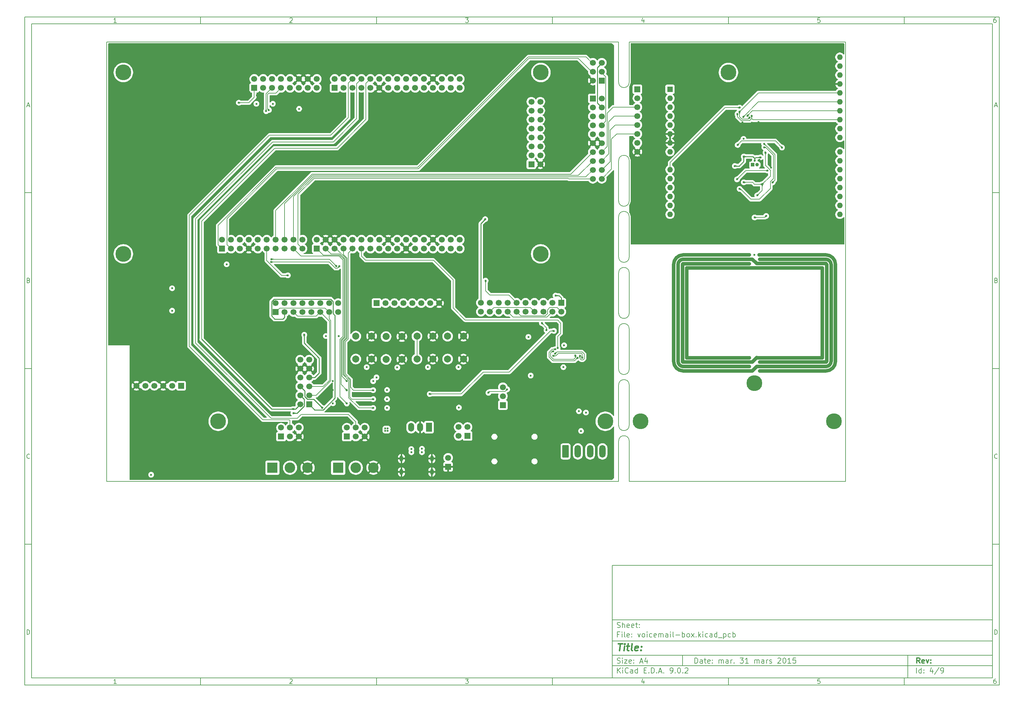
<source format=gbl>
%TF.GenerationSoftware,KiCad,Pcbnew,9.0.2*%
%TF.CreationDate,2025-06-04T21:18:05+02:00*%
%TF.ProjectId,voicemail-box,766f6963-656d-4616-996c-2d626f782e6b,rev?*%
%TF.SameCoordinates,Original*%
%TF.FileFunction,Copper,L4,Bot*%
%TF.FilePolarity,Positive*%
%FSLAX45Y45*%
G04 Gerber Fmt 4.5, Leading zero omitted, Abs format (unit mm)*
G04 Created by KiCad (PCBNEW 9.0.2) date 2025-06-04 21:18:05*
%MOMM*%
%LPD*%
G01*
G04 APERTURE LIST*
G04 Aperture macros list*
%AMRoundRect*
0 Rectangle with rounded corners*
0 $1 Rounding radius*
0 $2 $3 $4 $5 $6 $7 $8 $9 X,Y pos of 4 corners*
0 Add a 4 corners polygon primitive as box body*
4,1,4,$2,$3,$4,$5,$6,$7,$8,$9,$2,$3,0*
0 Add four circle primitives for the rounded corners*
1,1,$1+$1,$2,$3*
1,1,$1+$1,$4,$5*
1,1,$1+$1,$6,$7*
1,1,$1+$1,$8,$9*
0 Add four rect primitives between the rounded corners*
20,1,$1+$1,$2,$3,$4,$5,0*
20,1,$1+$1,$4,$5,$6,$7,0*
20,1,$1+$1,$6,$7,$8,$9,0*
20,1,$1+$1,$8,$9,$2,$3,0*%
G04 Aperture macros list end*
%ADD10C,0.100000*%
%ADD11C,0.150000*%
%ADD12C,0.300000*%
%ADD13C,0.400000*%
%TA.AperFunction,Conductor*%
%ADD14C,0.500000*%
%TD*%
%TA.AperFunction,ComponentPad*%
%ADD15C,2.000000*%
%TD*%
%TA.AperFunction,ComponentPad*%
%ADD16R,1.700000X1.700000*%
%TD*%
%TA.AperFunction,ComponentPad*%
%ADD17C,1.700000*%
%TD*%
%TA.AperFunction,ComponentPad*%
%ADD18R,3.000000X3.000000*%
%TD*%
%TA.AperFunction,ComponentPad*%
%ADD19C,3.000000*%
%TD*%
%TA.AperFunction,HeatsinkPad*%
%ADD20O,1.000000X1.700000*%
%TD*%
%TA.AperFunction,ComponentPad*%
%ADD21R,1.700000X2.500000*%
%TD*%
%TA.AperFunction,ComponentPad*%
%ADD22O,1.700000X2.500000*%
%TD*%
%TA.AperFunction,ComponentPad*%
%ADD23RoundRect,0.250000X-0.650000X-1.550000X0.650000X-1.550000X0.650000X1.550000X-0.650000X1.550000X0*%
%TD*%
%TA.AperFunction,ComponentPad*%
%ADD24O,1.800000X3.600000*%
%TD*%
%TA.AperFunction,HeatsinkPad*%
%ADD25C,0.600000*%
%TD*%
%TA.AperFunction,ComponentPad*%
%ADD26R,1.000000X1.000000*%
%TD*%
%TA.AperFunction,ComponentPad*%
%ADD27C,1.000000*%
%TD*%
%TA.AperFunction,ComponentPad*%
%ADD28R,1.600000X1.600000*%
%TD*%
%TA.AperFunction,ComponentPad*%
%ADD29O,1.600000X1.600000*%
%TD*%
%TA.AperFunction,ViaPad*%
%ADD30C,4.500000*%
%TD*%
%TA.AperFunction,ViaPad*%
%ADD31C,0.600000*%
%TD*%
%TA.AperFunction,Conductor*%
%ADD32C,1.000000*%
%TD*%
%TA.AperFunction,Conductor*%
%ADD33C,0.200000*%
%TD*%
%TA.AperFunction,Conductor*%
%ADD34C,0.250000*%
%TD*%
%TA.AperFunction,Conductor*%
%ADD35C,0.150000*%
%TD*%
%TA.AperFunction,Profile*%
%ADD36C,0.150000*%
%TD*%
G04 APERTURE END LIST*
D10*
D11*
X17700220Y-16600720D02*
X28500220Y-16600720D01*
X28500220Y-19800720D01*
X17700220Y-19800720D01*
X17700220Y-16600720D01*
D10*
D11*
X1000000Y-1000000D02*
X28700220Y-1000000D01*
X28700220Y-20000720D01*
X1000000Y-20000720D01*
X1000000Y-1000000D01*
D10*
D11*
X1200000Y-1200000D02*
X28500220Y-1200000D01*
X28500220Y-19800720D01*
X1200000Y-19800720D01*
X1200000Y-1200000D01*
D10*
D11*
X6000000Y-1200000D02*
X6000000Y-1000000D01*
D10*
D11*
X11000000Y-1200000D02*
X11000000Y-1000000D01*
D10*
D11*
X16000000Y-1200000D02*
X16000000Y-1000000D01*
D10*
D11*
X21000000Y-1200000D02*
X21000000Y-1000000D01*
D10*
D11*
X26000000Y-1200000D02*
X26000000Y-1000000D01*
D10*
D11*
X3608916Y-1159360D02*
X3534630Y-1159360D01*
X3571773Y-1159360D02*
X3571773Y-1029360D01*
X3571773Y-1029360D02*
X3559392Y-1047932D01*
X3559392Y-1047932D02*
X3547011Y-1060313D01*
X3547011Y-1060313D02*
X3534630Y-1066503D01*
D10*
D11*
X8534630Y-1041741D02*
X8540821Y-1035551D01*
X8540821Y-1035551D02*
X8553202Y-1029360D01*
X8553202Y-1029360D02*
X8584154Y-1029360D01*
X8584154Y-1029360D02*
X8596535Y-1035551D01*
X8596535Y-1035551D02*
X8602726Y-1041741D01*
X8602726Y-1041741D02*
X8608916Y-1054122D01*
X8608916Y-1054122D02*
X8608916Y-1066503D01*
X8608916Y-1066503D02*
X8602726Y-1085075D01*
X8602726Y-1085075D02*
X8528440Y-1159360D01*
X8528440Y-1159360D02*
X8608916Y-1159360D01*
D10*
D11*
X13528440Y-1029360D02*
X13608916Y-1029360D01*
X13608916Y-1029360D02*
X13565583Y-1078884D01*
X13565583Y-1078884D02*
X13584154Y-1078884D01*
X13584154Y-1078884D02*
X13596535Y-1085075D01*
X13596535Y-1085075D02*
X13602725Y-1091265D01*
X13602725Y-1091265D02*
X13608916Y-1103646D01*
X13608916Y-1103646D02*
X13608916Y-1134599D01*
X13608916Y-1134599D02*
X13602725Y-1146980D01*
X13602725Y-1146980D02*
X13596535Y-1153170D01*
X13596535Y-1153170D02*
X13584154Y-1159360D01*
X13584154Y-1159360D02*
X13547011Y-1159360D01*
X13547011Y-1159360D02*
X13534630Y-1153170D01*
X13534630Y-1153170D02*
X13528440Y-1146980D01*
D10*
D11*
X18596535Y-1072694D02*
X18596535Y-1159360D01*
X18565583Y-1023170D02*
X18534630Y-1116027D01*
X18534630Y-1116027D02*
X18615106Y-1116027D01*
D10*
D11*
X23602725Y-1029360D02*
X23540821Y-1029360D01*
X23540821Y-1029360D02*
X23534630Y-1091265D01*
X23534630Y-1091265D02*
X23540821Y-1085075D01*
X23540821Y-1085075D02*
X23553202Y-1078884D01*
X23553202Y-1078884D02*
X23584154Y-1078884D01*
X23584154Y-1078884D02*
X23596535Y-1085075D01*
X23596535Y-1085075D02*
X23602725Y-1091265D01*
X23602725Y-1091265D02*
X23608916Y-1103646D01*
X23608916Y-1103646D02*
X23608916Y-1134599D01*
X23608916Y-1134599D02*
X23602725Y-1146980D01*
X23602725Y-1146980D02*
X23596535Y-1153170D01*
X23596535Y-1153170D02*
X23584154Y-1159360D01*
X23584154Y-1159360D02*
X23553202Y-1159360D01*
X23553202Y-1159360D02*
X23540821Y-1153170D01*
X23540821Y-1153170D02*
X23534630Y-1146980D01*
D10*
D11*
X28596535Y-1029360D02*
X28571773Y-1029360D01*
X28571773Y-1029360D02*
X28559392Y-1035551D01*
X28559392Y-1035551D02*
X28553202Y-1041741D01*
X28553202Y-1041741D02*
X28540821Y-1060313D01*
X28540821Y-1060313D02*
X28534630Y-1085075D01*
X28534630Y-1085075D02*
X28534630Y-1134599D01*
X28534630Y-1134599D02*
X28540821Y-1146980D01*
X28540821Y-1146980D02*
X28547011Y-1153170D01*
X28547011Y-1153170D02*
X28559392Y-1159360D01*
X28559392Y-1159360D02*
X28584154Y-1159360D01*
X28584154Y-1159360D02*
X28596535Y-1153170D01*
X28596535Y-1153170D02*
X28602725Y-1146980D01*
X28602725Y-1146980D02*
X28608916Y-1134599D01*
X28608916Y-1134599D02*
X28608916Y-1103646D01*
X28608916Y-1103646D02*
X28602725Y-1091265D01*
X28602725Y-1091265D02*
X28596535Y-1085075D01*
X28596535Y-1085075D02*
X28584154Y-1078884D01*
X28584154Y-1078884D02*
X28559392Y-1078884D01*
X28559392Y-1078884D02*
X28547011Y-1085075D01*
X28547011Y-1085075D02*
X28540821Y-1091265D01*
X28540821Y-1091265D02*
X28534630Y-1103646D01*
D10*
D11*
X6000000Y-19800720D02*
X6000000Y-20000720D01*
D10*
D11*
X11000000Y-19800720D02*
X11000000Y-20000720D01*
D10*
D11*
X16000000Y-19800720D02*
X16000000Y-20000720D01*
D10*
D11*
X21000000Y-19800720D02*
X21000000Y-20000720D01*
D10*
D11*
X26000000Y-19800720D02*
X26000000Y-20000720D01*
D10*
D11*
X3608916Y-19960080D02*
X3534630Y-19960080D01*
X3571773Y-19960080D02*
X3571773Y-19830080D01*
X3571773Y-19830080D02*
X3559392Y-19848652D01*
X3559392Y-19848652D02*
X3547011Y-19861033D01*
X3547011Y-19861033D02*
X3534630Y-19867223D01*
D10*
D11*
X8534630Y-19842461D02*
X8540821Y-19836271D01*
X8540821Y-19836271D02*
X8553202Y-19830080D01*
X8553202Y-19830080D02*
X8584154Y-19830080D01*
X8584154Y-19830080D02*
X8596535Y-19836271D01*
X8596535Y-19836271D02*
X8602726Y-19842461D01*
X8602726Y-19842461D02*
X8608916Y-19854842D01*
X8608916Y-19854842D02*
X8608916Y-19867223D01*
X8608916Y-19867223D02*
X8602726Y-19885795D01*
X8602726Y-19885795D02*
X8528440Y-19960080D01*
X8528440Y-19960080D02*
X8608916Y-19960080D01*
D10*
D11*
X13528440Y-19830080D02*
X13608916Y-19830080D01*
X13608916Y-19830080D02*
X13565583Y-19879604D01*
X13565583Y-19879604D02*
X13584154Y-19879604D01*
X13584154Y-19879604D02*
X13596535Y-19885795D01*
X13596535Y-19885795D02*
X13602725Y-19891985D01*
X13602725Y-19891985D02*
X13608916Y-19904366D01*
X13608916Y-19904366D02*
X13608916Y-19935319D01*
X13608916Y-19935319D02*
X13602725Y-19947700D01*
X13602725Y-19947700D02*
X13596535Y-19953890D01*
X13596535Y-19953890D02*
X13584154Y-19960080D01*
X13584154Y-19960080D02*
X13547011Y-19960080D01*
X13547011Y-19960080D02*
X13534630Y-19953890D01*
X13534630Y-19953890D02*
X13528440Y-19947700D01*
D10*
D11*
X18596535Y-19873414D02*
X18596535Y-19960080D01*
X18565583Y-19823890D02*
X18534630Y-19916747D01*
X18534630Y-19916747D02*
X18615106Y-19916747D01*
D10*
D11*
X23602725Y-19830080D02*
X23540821Y-19830080D01*
X23540821Y-19830080D02*
X23534630Y-19891985D01*
X23534630Y-19891985D02*
X23540821Y-19885795D01*
X23540821Y-19885795D02*
X23553202Y-19879604D01*
X23553202Y-19879604D02*
X23584154Y-19879604D01*
X23584154Y-19879604D02*
X23596535Y-19885795D01*
X23596535Y-19885795D02*
X23602725Y-19891985D01*
X23602725Y-19891985D02*
X23608916Y-19904366D01*
X23608916Y-19904366D02*
X23608916Y-19935319D01*
X23608916Y-19935319D02*
X23602725Y-19947700D01*
X23602725Y-19947700D02*
X23596535Y-19953890D01*
X23596535Y-19953890D02*
X23584154Y-19960080D01*
X23584154Y-19960080D02*
X23553202Y-19960080D01*
X23553202Y-19960080D02*
X23540821Y-19953890D01*
X23540821Y-19953890D02*
X23534630Y-19947700D01*
D10*
D11*
X28596535Y-19830080D02*
X28571773Y-19830080D01*
X28571773Y-19830080D02*
X28559392Y-19836271D01*
X28559392Y-19836271D02*
X28553202Y-19842461D01*
X28553202Y-19842461D02*
X28540821Y-19861033D01*
X28540821Y-19861033D02*
X28534630Y-19885795D01*
X28534630Y-19885795D02*
X28534630Y-19935319D01*
X28534630Y-19935319D02*
X28540821Y-19947700D01*
X28540821Y-19947700D02*
X28547011Y-19953890D01*
X28547011Y-19953890D02*
X28559392Y-19960080D01*
X28559392Y-19960080D02*
X28584154Y-19960080D01*
X28584154Y-19960080D02*
X28596535Y-19953890D01*
X28596535Y-19953890D02*
X28602725Y-19947700D01*
X28602725Y-19947700D02*
X28608916Y-19935319D01*
X28608916Y-19935319D02*
X28608916Y-19904366D01*
X28608916Y-19904366D02*
X28602725Y-19891985D01*
X28602725Y-19891985D02*
X28596535Y-19885795D01*
X28596535Y-19885795D02*
X28584154Y-19879604D01*
X28584154Y-19879604D02*
X28559392Y-19879604D01*
X28559392Y-19879604D02*
X28547011Y-19885795D01*
X28547011Y-19885795D02*
X28540821Y-19891985D01*
X28540821Y-19891985D02*
X28534630Y-19904366D01*
D10*
D11*
X1000000Y-6000000D02*
X1200000Y-6000000D01*
D10*
D11*
X1000000Y-11000000D02*
X1200000Y-11000000D01*
D10*
D11*
X1000000Y-16000000D02*
X1200000Y-16000000D01*
D10*
D11*
X1069048Y-3522218D02*
X1130952Y-3522218D01*
X1056667Y-3559360D02*
X1100000Y-3429360D01*
X1100000Y-3429360D02*
X1143333Y-3559360D01*
D10*
D11*
X1109286Y-8491265D02*
X1127857Y-8497456D01*
X1127857Y-8497456D02*
X1134048Y-8503646D01*
X1134048Y-8503646D02*
X1140238Y-8516027D01*
X1140238Y-8516027D02*
X1140238Y-8534599D01*
X1140238Y-8534599D02*
X1134048Y-8546980D01*
X1134048Y-8546980D02*
X1127857Y-8553170D01*
X1127857Y-8553170D02*
X1115476Y-8559360D01*
X1115476Y-8559360D02*
X1065952Y-8559360D01*
X1065952Y-8559360D02*
X1065952Y-8429360D01*
X1065952Y-8429360D02*
X1109286Y-8429360D01*
X1109286Y-8429360D02*
X1121667Y-8435551D01*
X1121667Y-8435551D02*
X1127857Y-8441741D01*
X1127857Y-8441741D02*
X1134048Y-8454122D01*
X1134048Y-8454122D02*
X1134048Y-8466503D01*
X1134048Y-8466503D02*
X1127857Y-8478884D01*
X1127857Y-8478884D02*
X1121667Y-8485075D01*
X1121667Y-8485075D02*
X1109286Y-8491265D01*
X1109286Y-8491265D02*
X1065952Y-8491265D01*
D10*
D11*
X1140238Y-13546979D02*
X1134048Y-13553170D01*
X1134048Y-13553170D02*
X1115476Y-13559360D01*
X1115476Y-13559360D02*
X1103095Y-13559360D01*
X1103095Y-13559360D02*
X1084524Y-13553170D01*
X1084524Y-13553170D02*
X1072143Y-13540789D01*
X1072143Y-13540789D02*
X1065952Y-13528408D01*
X1065952Y-13528408D02*
X1059762Y-13503646D01*
X1059762Y-13503646D02*
X1059762Y-13485075D01*
X1059762Y-13485075D02*
X1065952Y-13460313D01*
X1065952Y-13460313D02*
X1072143Y-13447932D01*
X1072143Y-13447932D02*
X1084524Y-13435551D01*
X1084524Y-13435551D02*
X1103095Y-13429360D01*
X1103095Y-13429360D02*
X1115476Y-13429360D01*
X1115476Y-13429360D02*
X1134048Y-13435551D01*
X1134048Y-13435551D02*
X1140238Y-13441741D01*
D10*
D11*
X1065952Y-18559360D02*
X1065952Y-18429360D01*
X1065952Y-18429360D02*
X1096905Y-18429360D01*
X1096905Y-18429360D02*
X1115476Y-18435551D01*
X1115476Y-18435551D02*
X1127857Y-18447932D01*
X1127857Y-18447932D02*
X1134048Y-18460313D01*
X1134048Y-18460313D02*
X1140238Y-18485075D01*
X1140238Y-18485075D02*
X1140238Y-18503646D01*
X1140238Y-18503646D02*
X1134048Y-18528408D01*
X1134048Y-18528408D02*
X1127857Y-18540789D01*
X1127857Y-18540789D02*
X1115476Y-18553170D01*
X1115476Y-18553170D02*
X1096905Y-18559360D01*
X1096905Y-18559360D02*
X1065952Y-18559360D01*
D10*
D11*
X28700220Y-6000000D02*
X28500220Y-6000000D01*
D10*
D11*
X28700220Y-11000000D02*
X28500220Y-11000000D01*
D10*
D11*
X28700220Y-16000000D02*
X28500220Y-16000000D01*
D10*
D11*
X28569268Y-3522218D02*
X28631172Y-3522218D01*
X28556887Y-3559360D02*
X28600220Y-3429360D01*
X28600220Y-3429360D02*
X28643553Y-3559360D01*
D10*
D11*
X28609506Y-8491265D02*
X28628077Y-8497456D01*
X28628077Y-8497456D02*
X28634268Y-8503646D01*
X28634268Y-8503646D02*
X28640458Y-8516027D01*
X28640458Y-8516027D02*
X28640458Y-8534599D01*
X28640458Y-8534599D02*
X28634268Y-8546980D01*
X28634268Y-8546980D02*
X28628077Y-8553170D01*
X28628077Y-8553170D02*
X28615696Y-8559360D01*
X28615696Y-8559360D02*
X28566172Y-8559360D01*
X28566172Y-8559360D02*
X28566172Y-8429360D01*
X28566172Y-8429360D02*
X28609506Y-8429360D01*
X28609506Y-8429360D02*
X28621887Y-8435551D01*
X28621887Y-8435551D02*
X28628077Y-8441741D01*
X28628077Y-8441741D02*
X28634268Y-8454122D01*
X28634268Y-8454122D02*
X28634268Y-8466503D01*
X28634268Y-8466503D02*
X28628077Y-8478884D01*
X28628077Y-8478884D02*
X28621887Y-8485075D01*
X28621887Y-8485075D02*
X28609506Y-8491265D01*
X28609506Y-8491265D02*
X28566172Y-8491265D01*
D10*
D11*
X28640458Y-13546979D02*
X28634268Y-13553170D01*
X28634268Y-13553170D02*
X28615696Y-13559360D01*
X28615696Y-13559360D02*
X28603315Y-13559360D01*
X28603315Y-13559360D02*
X28584744Y-13553170D01*
X28584744Y-13553170D02*
X28572363Y-13540789D01*
X28572363Y-13540789D02*
X28566172Y-13528408D01*
X28566172Y-13528408D02*
X28559982Y-13503646D01*
X28559982Y-13503646D02*
X28559982Y-13485075D01*
X28559982Y-13485075D02*
X28566172Y-13460313D01*
X28566172Y-13460313D02*
X28572363Y-13447932D01*
X28572363Y-13447932D02*
X28584744Y-13435551D01*
X28584744Y-13435551D02*
X28603315Y-13429360D01*
X28603315Y-13429360D02*
X28615696Y-13429360D01*
X28615696Y-13429360D02*
X28634268Y-13435551D01*
X28634268Y-13435551D02*
X28640458Y-13441741D01*
D10*
D11*
X28566172Y-18559360D02*
X28566172Y-18429360D01*
X28566172Y-18429360D02*
X28597125Y-18429360D01*
X28597125Y-18429360D02*
X28615696Y-18435551D01*
X28615696Y-18435551D02*
X28628077Y-18447932D01*
X28628077Y-18447932D02*
X28634268Y-18460313D01*
X28634268Y-18460313D02*
X28640458Y-18485075D01*
X28640458Y-18485075D02*
X28640458Y-18503646D01*
X28640458Y-18503646D02*
X28634268Y-18528408D01*
X28634268Y-18528408D02*
X28628077Y-18540789D01*
X28628077Y-18540789D02*
X28615696Y-18553170D01*
X28615696Y-18553170D02*
X28597125Y-18559360D01*
X28597125Y-18559360D02*
X28566172Y-18559360D01*
D10*
D11*
X20045803Y-19379333D02*
X20045803Y-19229333D01*
X20045803Y-19229333D02*
X20081517Y-19229333D01*
X20081517Y-19229333D02*
X20102946Y-19236476D01*
X20102946Y-19236476D02*
X20117231Y-19250761D01*
X20117231Y-19250761D02*
X20124374Y-19265047D01*
X20124374Y-19265047D02*
X20131517Y-19293619D01*
X20131517Y-19293619D02*
X20131517Y-19315047D01*
X20131517Y-19315047D02*
X20124374Y-19343619D01*
X20124374Y-19343619D02*
X20117231Y-19357904D01*
X20117231Y-19357904D02*
X20102946Y-19372190D01*
X20102946Y-19372190D02*
X20081517Y-19379333D01*
X20081517Y-19379333D02*
X20045803Y-19379333D01*
X20260088Y-19379333D02*
X20260088Y-19300761D01*
X20260088Y-19300761D02*
X20252946Y-19286476D01*
X20252946Y-19286476D02*
X20238660Y-19279333D01*
X20238660Y-19279333D02*
X20210088Y-19279333D01*
X20210088Y-19279333D02*
X20195803Y-19286476D01*
X20260088Y-19372190D02*
X20245803Y-19379333D01*
X20245803Y-19379333D02*
X20210088Y-19379333D01*
X20210088Y-19379333D02*
X20195803Y-19372190D01*
X20195803Y-19372190D02*
X20188660Y-19357904D01*
X20188660Y-19357904D02*
X20188660Y-19343619D01*
X20188660Y-19343619D02*
X20195803Y-19329333D01*
X20195803Y-19329333D02*
X20210088Y-19322190D01*
X20210088Y-19322190D02*
X20245803Y-19322190D01*
X20245803Y-19322190D02*
X20260088Y-19315047D01*
X20310088Y-19279333D02*
X20367231Y-19279333D01*
X20331517Y-19229333D02*
X20331517Y-19357904D01*
X20331517Y-19357904D02*
X20338660Y-19372190D01*
X20338660Y-19372190D02*
X20352946Y-19379333D01*
X20352946Y-19379333D02*
X20367231Y-19379333D01*
X20474374Y-19372190D02*
X20460088Y-19379333D01*
X20460088Y-19379333D02*
X20431517Y-19379333D01*
X20431517Y-19379333D02*
X20417231Y-19372190D01*
X20417231Y-19372190D02*
X20410088Y-19357904D01*
X20410088Y-19357904D02*
X20410088Y-19300761D01*
X20410088Y-19300761D02*
X20417231Y-19286476D01*
X20417231Y-19286476D02*
X20431517Y-19279333D01*
X20431517Y-19279333D02*
X20460088Y-19279333D01*
X20460088Y-19279333D02*
X20474374Y-19286476D01*
X20474374Y-19286476D02*
X20481517Y-19300761D01*
X20481517Y-19300761D02*
X20481517Y-19315047D01*
X20481517Y-19315047D02*
X20410088Y-19329333D01*
X20545803Y-19365047D02*
X20552946Y-19372190D01*
X20552946Y-19372190D02*
X20545803Y-19379333D01*
X20545803Y-19379333D02*
X20538660Y-19372190D01*
X20538660Y-19372190D02*
X20545803Y-19365047D01*
X20545803Y-19365047D02*
X20545803Y-19379333D01*
X20545803Y-19286476D02*
X20552946Y-19293619D01*
X20552946Y-19293619D02*
X20545803Y-19300761D01*
X20545803Y-19300761D02*
X20538660Y-19293619D01*
X20538660Y-19293619D02*
X20545803Y-19286476D01*
X20545803Y-19286476D02*
X20545803Y-19300761D01*
X20731517Y-19379333D02*
X20731517Y-19279333D01*
X20731517Y-19293619D02*
X20738660Y-19286476D01*
X20738660Y-19286476D02*
X20752946Y-19279333D01*
X20752946Y-19279333D02*
X20774374Y-19279333D01*
X20774374Y-19279333D02*
X20788660Y-19286476D01*
X20788660Y-19286476D02*
X20795803Y-19300761D01*
X20795803Y-19300761D02*
X20795803Y-19379333D01*
X20795803Y-19300761D02*
X20802946Y-19286476D01*
X20802946Y-19286476D02*
X20817231Y-19279333D01*
X20817231Y-19279333D02*
X20838660Y-19279333D01*
X20838660Y-19279333D02*
X20852946Y-19286476D01*
X20852946Y-19286476D02*
X20860088Y-19300761D01*
X20860088Y-19300761D02*
X20860088Y-19379333D01*
X20995803Y-19379333D02*
X20995803Y-19300761D01*
X20995803Y-19300761D02*
X20988660Y-19286476D01*
X20988660Y-19286476D02*
X20974374Y-19279333D01*
X20974374Y-19279333D02*
X20945803Y-19279333D01*
X20945803Y-19279333D02*
X20931517Y-19286476D01*
X20995803Y-19372190D02*
X20981517Y-19379333D01*
X20981517Y-19379333D02*
X20945803Y-19379333D01*
X20945803Y-19379333D02*
X20931517Y-19372190D01*
X20931517Y-19372190D02*
X20924374Y-19357904D01*
X20924374Y-19357904D02*
X20924374Y-19343619D01*
X20924374Y-19343619D02*
X20931517Y-19329333D01*
X20931517Y-19329333D02*
X20945803Y-19322190D01*
X20945803Y-19322190D02*
X20981517Y-19322190D01*
X20981517Y-19322190D02*
X20995803Y-19315047D01*
X21067231Y-19379333D02*
X21067231Y-19279333D01*
X21067231Y-19307904D02*
X21074374Y-19293619D01*
X21074374Y-19293619D02*
X21081517Y-19286476D01*
X21081517Y-19286476D02*
X21095803Y-19279333D01*
X21095803Y-19279333D02*
X21110088Y-19279333D01*
X21160088Y-19365047D02*
X21167231Y-19372190D01*
X21167231Y-19372190D02*
X21160088Y-19379333D01*
X21160088Y-19379333D02*
X21152946Y-19372190D01*
X21152946Y-19372190D02*
X21160088Y-19365047D01*
X21160088Y-19365047D02*
X21160088Y-19379333D01*
X21331517Y-19229333D02*
X21424374Y-19229333D01*
X21424374Y-19229333D02*
X21374374Y-19286476D01*
X21374374Y-19286476D02*
X21395803Y-19286476D01*
X21395803Y-19286476D02*
X21410088Y-19293619D01*
X21410088Y-19293619D02*
X21417231Y-19300761D01*
X21417231Y-19300761D02*
X21424374Y-19315047D01*
X21424374Y-19315047D02*
X21424374Y-19350761D01*
X21424374Y-19350761D02*
X21417231Y-19365047D01*
X21417231Y-19365047D02*
X21410088Y-19372190D01*
X21410088Y-19372190D02*
X21395803Y-19379333D01*
X21395803Y-19379333D02*
X21352946Y-19379333D01*
X21352946Y-19379333D02*
X21338660Y-19372190D01*
X21338660Y-19372190D02*
X21331517Y-19365047D01*
X21567231Y-19379333D02*
X21481517Y-19379333D01*
X21524374Y-19379333D02*
X21524374Y-19229333D01*
X21524374Y-19229333D02*
X21510088Y-19250761D01*
X21510088Y-19250761D02*
X21495803Y-19265047D01*
X21495803Y-19265047D02*
X21481517Y-19272190D01*
X21745803Y-19379333D02*
X21745803Y-19279333D01*
X21745803Y-19293619D02*
X21752945Y-19286476D01*
X21752945Y-19286476D02*
X21767231Y-19279333D01*
X21767231Y-19279333D02*
X21788660Y-19279333D01*
X21788660Y-19279333D02*
X21802945Y-19286476D01*
X21802945Y-19286476D02*
X21810088Y-19300761D01*
X21810088Y-19300761D02*
X21810088Y-19379333D01*
X21810088Y-19300761D02*
X21817231Y-19286476D01*
X21817231Y-19286476D02*
X21831517Y-19279333D01*
X21831517Y-19279333D02*
X21852945Y-19279333D01*
X21852945Y-19279333D02*
X21867231Y-19286476D01*
X21867231Y-19286476D02*
X21874374Y-19300761D01*
X21874374Y-19300761D02*
X21874374Y-19379333D01*
X22010088Y-19379333D02*
X22010088Y-19300761D01*
X22010088Y-19300761D02*
X22002945Y-19286476D01*
X22002945Y-19286476D02*
X21988660Y-19279333D01*
X21988660Y-19279333D02*
X21960088Y-19279333D01*
X21960088Y-19279333D02*
X21945803Y-19286476D01*
X22010088Y-19372190D02*
X21995803Y-19379333D01*
X21995803Y-19379333D02*
X21960088Y-19379333D01*
X21960088Y-19379333D02*
X21945803Y-19372190D01*
X21945803Y-19372190D02*
X21938660Y-19357904D01*
X21938660Y-19357904D02*
X21938660Y-19343619D01*
X21938660Y-19343619D02*
X21945803Y-19329333D01*
X21945803Y-19329333D02*
X21960088Y-19322190D01*
X21960088Y-19322190D02*
X21995803Y-19322190D01*
X21995803Y-19322190D02*
X22010088Y-19315047D01*
X22081517Y-19379333D02*
X22081517Y-19279333D01*
X22081517Y-19307904D02*
X22088660Y-19293619D01*
X22088660Y-19293619D02*
X22095803Y-19286476D01*
X22095803Y-19286476D02*
X22110088Y-19279333D01*
X22110088Y-19279333D02*
X22124374Y-19279333D01*
X22167231Y-19372190D02*
X22181517Y-19379333D01*
X22181517Y-19379333D02*
X22210088Y-19379333D01*
X22210088Y-19379333D02*
X22224374Y-19372190D01*
X22224374Y-19372190D02*
X22231517Y-19357904D01*
X22231517Y-19357904D02*
X22231517Y-19350761D01*
X22231517Y-19350761D02*
X22224374Y-19336476D01*
X22224374Y-19336476D02*
X22210088Y-19329333D01*
X22210088Y-19329333D02*
X22188660Y-19329333D01*
X22188660Y-19329333D02*
X22174374Y-19322190D01*
X22174374Y-19322190D02*
X22167231Y-19307904D01*
X22167231Y-19307904D02*
X22167231Y-19300761D01*
X22167231Y-19300761D02*
X22174374Y-19286476D01*
X22174374Y-19286476D02*
X22188660Y-19279333D01*
X22188660Y-19279333D02*
X22210088Y-19279333D01*
X22210088Y-19279333D02*
X22224374Y-19286476D01*
X22402945Y-19243619D02*
X22410088Y-19236476D01*
X22410088Y-19236476D02*
X22424374Y-19229333D01*
X22424374Y-19229333D02*
X22460088Y-19229333D01*
X22460088Y-19229333D02*
X22474374Y-19236476D01*
X22474374Y-19236476D02*
X22481517Y-19243619D01*
X22481517Y-19243619D02*
X22488660Y-19257904D01*
X22488660Y-19257904D02*
X22488660Y-19272190D01*
X22488660Y-19272190D02*
X22481517Y-19293619D01*
X22481517Y-19293619D02*
X22395802Y-19379333D01*
X22395802Y-19379333D02*
X22488660Y-19379333D01*
X22581517Y-19229333D02*
X22595802Y-19229333D01*
X22595802Y-19229333D02*
X22610088Y-19236476D01*
X22610088Y-19236476D02*
X22617231Y-19243619D01*
X22617231Y-19243619D02*
X22624374Y-19257904D01*
X22624374Y-19257904D02*
X22631517Y-19286476D01*
X22631517Y-19286476D02*
X22631517Y-19322190D01*
X22631517Y-19322190D02*
X22624374Y-19350761D01*
X22624374Y-19350761D02*
X22617231Y-19365047D01*
X22617231Y-19365047D02*
X22610088Y-19372190D01*
X22610088Y-19372190D02*
X22595802Y-19379333D01*
X22595802Y-19379333D02*
X22581517Y-19379333D01*
X22581517Y-19379333D02*
X22567231Y-19372190D01*
X22567231Y-19372190D02*
X22560088Y-19365047D01*
X22560088Y-19365047D02*
X22552945Y-19350761D01*
X22552945Y-19350761D02*
X22545802Y-19322190D01*
X22545802Y-19322190D02*
X22545802Y-19286476D01*
X22545802Y-19286476D02*
X22552945Y-19257904D01*
X22552945Y-19257904D02*
X22560088Y-19243619D01*
X22560088Y-19243619D02*
X22567231Y-19236476D01*
X22567231Y-19236476D02*
X22581517Y-19229333D01*
X22774374Y-19379333D02*
X22688660Y-19379333D01*
X22731517Y-19379333D02*
X22731517Y-19229333D01*
X22731517Y-19229333D02*
X22717231Y-19250761D01*
X22717231Y-19250761D02*
X22702945Y-19265047D01*
X22702945Y-19265047D02*
X22688660Y-19272190D01*
X22910088Y-19229333D02*
X22838659Y-19229333D01*
X22838659Y-19229333D02*
X22831517Y-19300761D01*
X22831517Y-19300761D02*
X22838659Y-19293619D01*
X22838659Y-19293619D02*
X22852945Y-19286476D01*
X22852945Y-19286476D02*
X22888659Y-19286476D01*
X22888659Y-19286476D02*
X22902945Y-19293619D01*
X22902945Y-19293619D02*
X22910088Y-19300761D01*
X22910088Y-19300761D02*
X22917231Y-19315047D01*
X22917231Y-19315047D02*
X22917231Y-19350761D01*
X22917231Y-19350761D02*
X22910088Y-19365047D01*
X22910088Y-19365047D02*
X22902945Y-19372190D01*
X22902945Y-19372190D02*
X22888659Y-19379333D01*
X22888659Y-19379333D02*
X22852945Y-19379333D01*
X22852945Y-19379333D02*
X22838659Y-19372190D01*
X22838659Y-19372190D02*
X22831517Y-19365047D01*
D10*
D11*
X17700220Y-19450720D02*
X28500220Y-19450720D01*
D10*
D11*
X17845803Y-19659333D02*
X17845803Y-19509333D01*
X17931517Y-19659333D02*
X17867231Y-19573619D01*
X17931517Y-19509333D02*
X17845803Y-19595047D01*
X17995803Y-19659333D02*
X17995803Y-19559333D01*
X17995803Y-19509333D02*
X17988660Y-19516476D01*
X17988660Y-19516476D02*
X17995803Y-19523619D01*
X17995803Y-19523619D02*
X18002946Y-19516476D01*
X18002946Y-19516476D02*
X17995803Y-19509333D01*
X17995803Y-19509333D02*
X17995803Y-19523619D01*
X18152946Y-19645047D02*
X18145803Y-19652190D01*
X18145803Y-19652190D02*
X18124374Y-19659333D01*
X18124374Y-19659333D02*
X18110088Y-19659333D01*
X18110088Y-19659333D02*
X18088660Y-19652190D01*
X18088660Y-19652190D02*
X18074374Y-19637904D01*
X18074374Y-19637904D02*
X18067231Y-19623619D01*
X18067231Y-19623619D02*
X18060088Y-19595047D01*
X18060088Y-19595047D02*
X18060088Y-19573619D01*
X18060088Y-19573619D02*
X18067231Y-19545047D01*
X18067231Y-19545047D02*
X18074374Y-19530761D01*
X18074374Y-19530761D02*
X18088660Y-19516476D01*
X18088660Y-19516476D02*
X18110088Y-19509333D01*
X18110088Y-19509333D02*
X18124374Y-19509333D01*
X18124374Y-19509333D02*
X18145803Y-19516476D01*
X18145803Y-19516476D02*
X18152946Y-19523619D01*
X18281517Y-19659333D02*
X18281517Y-19580761D01*
X18281517Y-19580761D02*
X18274374Y-19566476D01*
X18274374Y-19566476D02*
X18260088Y-19559333D01*
X18260088Y-19559333D02*
X18231517Y-19559333D01*
X18231517Y-19559333D02*
X18217231Y-19566476D01*
X18281517Y-19652190D02*
X18267231Y-19659333D01*
X18267231Y-19659333D02*
X18231517Y-19659333D01*
X18231517Y-19659333D02*
X18217231Y-19652190D01*
X18217231Y-19652190D02*
X18210088Y-19637904D01*
X18210088Y-19637904D02*
X18210088Y-19623619D01*
X18210088Y-19623619D02*
X18217231Y-19609333D01*
X18217231Y-19609333D02*
X18231517Y-19602190D01*
X18231517Y-19602190D02*
X18267231Y-19602190D01*
X18267231Y-19602190D02*
X18281517Y-19595047D01*
X18417231Y-19659333D02*
X18417231Y-19509333D01*
X18417231Y-19652190D02*
X18402946Y-19659333D01*
X18402946Y-19659333D02*
X18374374Y-19659333D01*
X18374374Y-19659333D02*
X18360088Y-19652190D01*
X18360088Y-19652190D02*
X18352946Y-19645047D01*
X18352946Y-19645047D02*
X18345803Y-19630761D01*
X18345803Y-19630761D02*
X18345803Y-19587904D01*
X18345803Y-19587904D02*
X18352946Y-19573619D01*
X18352946Y-19573619D02*
X18360088Y-19566476D01*
X18360088Y-19566476D02*
X18374374Y-19559333D01*
X18374374Y-19559333D02*
X18402946Y-19559333D01*
X18402946Y-19559333D02*
X18417231Y-19566476D01*
X18602946Y-19580761D02*
X18652946Y-19580761D01*
X18674374Y-19659333D02*
X18602946Y-19659333D01*
X18602946Y-19659333D02*
X18602946Y-19509333D01*
X18602946Y-19509333D02*
X18674374Y-19509333D01*
X18738660Y-19645047D02*
X18745803Y-19652190D01*
X18745803Y-19652190D02*
X18738660Y-19659333D01*
X18738660Y-19659333D02*
X18731517Y-19652190D01*
X18731517Y-19652190D02*
X18738660Y-19645047D01*
X18738660Y-19645047D02*
X18738660Y-19659333D01*
X18810088Y-19659333D02*
X18810088Y-19509333D01*
X18810088Y-19509333D02*
X18845803Y-19509333D01*
X18845803Y-19509333D02*
X18867231Y-19516476D01*
X18867231Y-19516476D02*
X18881517Y-19530761D01*
X18881517Y-19530761D02*
X18888660Y-19545047D01*
X18888660Y-19545047D02*
X18895803Y-19573619D01*
X18895803Y-19573619D02*
X18895803Y-19595047D01*
X18895803Y-19595047D02*
X18888660Y-19623619D01*
X18888660Y-19623619D02*
X18881517Y-19637904D01*
X18881517Y-19637904D02*
X18867231Y-19652190D01*
X18867231Y-19652190D02*
X18845803Y-19659333D01*
X18845803Y-19659333D02*
X18810088Y-19659333D01*
X18960088Y-19645047D02*
X18967231Y-19652190D01*
X18967231Y-19652190D02*
X18960088Y-19659333D01*
X18960088Y-19659333D02*
X18952946Y-19652190D01*
X18952946Y-19652190D02*
X18960088Y-19645047D01*
X18960088Y-19645047D02*
X18960088Y-19659333D01*
X19024374Y-19616476D02*
X19095803Y-19616476D01*
X19010089Y-19659333D02*
X19060089Y-19509333D01*
X19060089Y-19509333D02*
X19110089Y-19659333D01*
X19160088Y-19645047D02*
X19167231Y-19652190D01*
X19167231Y-19652190D02*
X19160088Y-19659333D01*
X19160088Y-19659333D02*
X19152946Y-19652190D01*
X19152946Y-19652190D02*
X19160088Y-19645047D01*
X19160088Y-19645047D02*
X19160088Y-19659333D01*
X19352946Y-19659333D02*
X19381517Y-19659333D01*
X19381517Y-19659333D02*
X19395803Y-19652190D01*
X19395803Y-19652190D02*
X19402946Y-19645047D01*
X19402946Y-19645047D02*
X19417231Y-19623619D01*
X19417231Y-19623619D02*
X19424374Y-19595047D01*
X19424374Y-19595047D02*
X19424374Y-19537904D01*
X19424374Y-19537904D02*
X19417231Y-19523619D01*
X19417231Y-19523619D02*
X19410089Y-19516476D01*
X19410089Y-19516476D02*
X19395803Y-19509333D01*
X19395803Y-19509333D02*
X19367231Y-19509333D01*
X19367231Y-19509333D02*
X19352946Y-19516476D01*
X19352946Y-19516476D02*
X19345803Y-19523619D01*
X19345803Y-19523619D02*
X19338660Y-19537904D01*
X19338660Y-19537904D02*
X19338660Y-19573619D01*
X19338660Y-19573619D02*
X19345803Y-19587904D01*
X19345803Y-19587904D02*
X19352946Y-19595047D01*
X19352946Y-19595047D02*
X19367231Y-19602190D01*
X19367231Y-19602190D02*
X19395803Y-19602190D01*
X19395803Y-19602190D02*
X19410089Y-19595047D01*
X19410089Y-19595047D02*
X19417231Y-19587904D01*
X19417231Y-19587904D02*
X19424374Y-19573619D01*
X19488660Y-19645047D02*
X19495803Y-19652190D01*
X19495803Y-19652190D02*
X19488660Y-19659333D01*
X19488660Y-19659333D02*
X19481517Y-19652190D01*
X19481517Y-19652190D02*
X19488660Y-19645047D01*
X19488660Y-19645047D02*
X19488660Y-19659333D01*
X19588660Y-19509333D02*
X19602946Y-19509333D01*
X19602946Y-19509333D02*
X19617231Y-19516476D01*
X19617231Y-19516476D02*
X19624374Y-19523619D01*
X19624374Y-19523619D02*
X19631517Y-19537904D01*
X19631517Y-19537904D02*
X19638660Y-19566476D01*
X19638660Y-19566476D02*
X19638660Y-19602190D01*
X19638660Y-19602190D02*
X19631517Y-19630761D01*
X19631517Y-19630761D02*
X19624374Y-19645047D01*
X19624374Y-19645047D02*
X19617231Y-19652190D01*
X19617231Y-19652190D02*
X19602946Y-19659333D01*
X19602946Y-19659333D02*
X19588660Y-19659333D01*
X19588660Y-19659333D02*
X19574374Y-19652190D01*
X19574374Y-19652190D02*
X19567231Y-19645047D01*
X19567231Y-19645047D02*
X19560088Y-19630761D01*
X19560088Y-19630761D02*
X19552946Y-19602190D01*
X19552946Y-19602190D02*
X19552946Y-19566476D01*
X19552946Y-19566476D02*
X19560088Y-19537904D01*
X19560088Y-19537904D02*
X19567231Y-19523619D01*
X19567231Y-19523619D02*
X19574374Y-19516476D01*
X19574374Y-19516476D02*
X19588660Y-19509333D01*
X19702946Y-19645047D02*
X19710088Y-19652190D01*
X19710088Y-19652190D02*
X19702946Y-19659333D01*
X19702946Y-19659333D02*
X19695803Y-19652190D01*
X19695803Y-19652190D02*
X19702946Y-19645047D01*
X19702946Y-19645047D02*
X19702946Y-19659333D01*
X19767231Y-19523619D02*
X19774374Y-19516476D01*
X19774374Y-19516476D02*
X19788660Y-19509333D01*
X19788660Y-19509333D02*
X19824374Y-19509333D01*
X19824374Y-19509333D02*
X19838660Y-19516476D01*
X19838660Y-19516476D02*
X19845803Y-19523619D01*
X19845803Y-19523619D02*
X19852946Y-19537904D01*
X19852946Y-19537904D02*
X19852946Y-19552190D01*
X19852946Y-19552190D02*
X19845803Y-19573619D01*
X19845803Y-19573619D02*
X19760088Y-19659333D01*
X19760088Y-19659333D02*
X19852946Y-19659333D01*
D10*
D11*
X17700220Y-19150720D02*
X28500220Y-19150720D01*
D10*
D12*
X26441385Y-19378553D02*
X26391385Y-19307124D01*
X26355671Y-19378553D02*
X26355671Y-19228553D01*
X26355671Y-19228553D02*
X26412814Y-19228553D01*
X26412814Y-19228553D02*
X26427100Y-19235696D01*
X26427100Y-19235696D02*
X26434242Y-19242839D01*
X26434242Y-19242839D02*
X26441385Y-19257124D01*
X26441385Y-19257124D02*
X26441385Y-19278553D01*
X26441385Y-19278553D02*
X26434242Y-19292839D01*
X26434242Y-19292839D02*
X26427100Y-19299981D01*
X26427100Y-19299981D02*
X26412814Y-19307124D01*
X26412814Y-19307124D02*
X26355671Y-19307124D01*
X26562814Y-19371410D02*
X26548528Y-19378553D01*
X26548528Y-19378553D02*
X26519957Y-19378553D01*
X26519957Y-19378553D02*
X26505671Y-19371410D01*
X26505671Y-19371410D02*
X26498528Y-19357124D01*
X26498528Y-19357124D02*
X26498528Y-19299981D01*
X26498528Y-19299981D02*
X26505671Y-19285696D01*
X26505671Y-19285696D02*
X26519957Y-19278553D01*
X26519957Y-19278553D02*
X26548528Y-19278553D01*
X26548528Y-19278553D02*
X26562814Y-19285696D01*
X26562814Y-19285696D02*
X26569957Y-19299981D01*
X26569957Y-19299981D02*
X26569957Y-19314267D01*
X26569957Y-19314267D02*
X26498528Y-19328553D01*
X26619957Y-19278553D02*
X26655671Y-19378553D01*
X26655671Y-19378553D02*
X26691385Y-19278553D01*
X26748528Y-19364267D02*
X26755671Y-19371410D01*
X26755671Y-19371410D02*
X26748528Y-19378553D01*
X26748528Y-19378553D02*
X26741385Y-19371410D01*
X26741385Y-19371410D02*
X26748528Y-19364267D01*
X26748528Y-19364267D02*
X26748528Y-19378553D01*
X26748528Y-19285696D02*
X26755671Y-19292839D01*
X26755671Y-19292839D02*
X26748528Y-19299981D01*
X26748528Y-19299981D02*
X26741385Y-19292839D01*
X26741385Y-19292839D02*
X26748528Y-19285696D01*
X26748528Y-19285696D02*
X26748528Y-19299981D01*
D10*
D11*
X17838660Y-19372190D02*
X17860088Y-19379333D01*
X17860088Y-19379333D02*
X17895803Y-19379333D01*
X17895803Y-19379333D02*
X17910088Y-19372190D01*
X17910088Y-19372190D02*
X17917231Y-19365047D01*
X17917231Y-19365047D02*
X17924374Y-19350761D01*
X17924374Y-19350761D02*
X17924374Y-19336476D01*
X17924374Y-19336476D02*
X17917231Y-19322190D01*
X17917231Y-19322190D02*
X17910088Y-19315047D01*
X17910088Y-19315047D02*
X17895803Y-19307904D01*
X17895803Y-19307904D02*
X17867231Y-19300761D01*
X17867231Y-19300761D02*
X17852946Y-19293619D01*
X17852946Y-19293619D02*
X17845803Y-19286476D01*
X17845803Y-19286476D02*
X17838660Y-19272190D01*
X17838660Y-19272190D02*
X17838660Y-19257904D01*
X17838660Y-19257904D02*
X17845803Y-19243619D01*
X17845803Y-19243619D02*
X17852946Y-19236476D01*
X17852946Y-19236476D02*
X17867231Y-19229333D01*
X17867231Y-19229333D02*
X17902946Y-19229333D01*
X17902946Y-19229333D02*
X17924374Y-19236476D01*
X17988660Y-19379333D02*
X17988660Y-19279333D01*
X17988660Y-19229333D02*
X17981517Y-19236476D01*
X17981517Y-19236476D02*
X17988660Y-19243619D01*
X17988660Y-19243619D02*
X17995803Y-19236476D01*
X17995803Y-19236476D02*
X17988660Y-19229333D01*
X17988660Y-19229333D02*
X17988660Y-19243619D01*
X18045803Y-19279333D02*
X18124374Y-19279333D01*
X18124374Y-19279333D02*
X18045803Y-19379333D01*
X18045803Y-19379333D02*
X18124374Y-19379333D01*
X18238660Y-19372190D02*
X18224374Y-19379333D01*
X18224374Y-19379333D02*
X18195803Y-19379333D01*
X18195803Y-19379333D02*
X18181517Y-19372190D01*
X18181517Y-19372190D02*
X18174374Y-19357904D01*
X18174374Y-19357904D02*
X18174374Y-19300761D01*
X18174374Y-19300761D02*
X18181517Y-19286476D01*
X18181517Y-19286476D02*
X18195803Y-19279333D01*
X18195803Y-19279333D02*
X18224374Y-19279333D01*
X18224374Y-19279333D02*
X18238660Y-19286476D01*
X18238660Y-19286476D02*
X18245803Y-19300761D01*
X18245803Y-19300761D02*
X18245803Y-19315047D01*
X18245803Y-19315047D02*
X18174374Y-19329333D01*
X18310088Y-19365047D02*
X18317231Y-19372190D01*
X18317231Y-19372190D02*
X18310088Y-19379333D01*
X18310088Y-19379333D02*
X18302946Y-19372190D01*
X18302946Y-19372190D02*
X18310088Y-19365047D01*
X18310088Y-19365047D02*
X18310088Y-19379333D01*
X18310088Y-19286476D02*
X18317231Y-19293619D01*
X18317231Y-19293619D02*
X18310088Y-19300761D01*
X18310088Y-19300761D02*
X18302946Y-19293619D01*
X18302946Y-19293619D02*
X18310088Y-19286476D01*
X18310088Y-19286476D02*
X18310088Y-19300761D01*
X18488660Y-19336476D02*
X18560088Y-19336476D01*
X18474374Y-19379333D02*
X18524374Y-19229333D01*
X18524374Y-19229333D02*
X18574374Y-19379333D01*
X18688660Y-19279333D02*
X18688660Y-19379333D01*
X18652946Y-19222190D02*
X18617231Y-19329333D01*
X18617231Y-19329333D02*
X18710088Y-19329333D01*
D10*
D11*
X26345803Y-19659333D02*
X26345803Y-19509333D01*
X26481517Y-19659333D02*
X26481517Y-19509333D01*
X26481517Y-19652190D02*
X26467231Y-19659333D01*
X26467231Y-19659333D02*
X26438660Y-19659333D01*
X26438660Y-19659333D02*
X26424374Y-19652190D01*
X26424374Y-19652190D02*
X26417231Y-19645047D01*
X26417231Y-19645047D02*
X26410088Y-19630761D01*
X26410088Y-19630761D02*
X26410088Y-19587904D01*
X26410088Y-19587904D02*
X26417231Y-19573619D01*
X26417231Y-19573619D02*
X26424374Y-19566476D01*
X26424374Y-19566476D02*
X26438660Y-19559333D01*
X26438660Y-19559333D02*
X26467231Y-19559333D01*
X26467231Y-19559333D02*
X26481517Y-19566476D01*
X26552945Y-19645047D02*
X26560088Y-19652190D01*
X26560088Y-19652190D02*
X26552945Y-19659333D01*
X26552945Y-19659333D02*
X26545803Y-19652190D01*
X26545803Y-19652190D02*
X26552945Y-19645047D01*
X26552945Y-19645047D02*
X26552945Y-19659333D01*
X26552945Y-19566476D02*
X26560088Y-19573619D01*
X26560088Y-19573619D02*
X26552945Y-19580761D01*
X26552945Y-19580761D02*
X26545803Y-19573619D01*
X26545803Y-19573619D02*
X26552945Y-19566476D01*
X26552945Y-19566476D02*
X26552945Y-19580761D01*
X26802946Y-19559333D02*
X26802946Y-19659333D01*
X26767231Y-19502190D02*
X26731517Y-19609333D01*
X26731517Y-19609333D02*
X26824374Y-19609333D01*
X26988660Y-19502190D02*
X26860088Y-19695047D01*
X27045803Y-19659333D02*
X27074374Y-19659333D01*
X27074374Y-19659333D02*
X27088660Y-19652190D01*
X27088660Y-19652190D02*
X27095803Y-19645047D01*
X27095803Y-19645047D02*
X27110088Y-19623619D01*
X27110088Y-19623619D02*
X27117231Y-19595047D01*
X27117231Y-19595047D02*
X27117231Y-19537904D01*
X27117231Y-19537904D02*
X27110088Y-19523619D01*
X27110088Y-19523619D02*
X27102946Y-19516476D01*
X27102946Y-19516476D02*
X27088660Y-19509333D01*
X27088660Y-19509333D02*
X27060088Y-19509333D01*
X27060088Y-19509333D02*
X27045803Y-19516476D01*
X27045803Y-19516476D02*
X27038660Y-19523619D01*
X27038660Y-19523619D02*
X27031517Y-19537904D01*
X27031517Y-19537904D02*
X27031517Y-19573619D01*
X27031517Y-19573619D02*
X27038660Y-19587904D01*
X27038660Y-19587904D02*
X27045803Y-19595047D01*
X27045803Y-19595047D02*
X27060088Y-19602190D01*
X27060088Y-19602190D02*
X27088660Y-19602190D01*
X27088660Y-19602190D02*
X27102946Y-19595047D01*
X27102946Y-19595047D02*
X27110088Y-19587904D01*
X27110088Y-19587904D02*
X27117231Y-19573619D01*
D10*
D11*
X17700220Y-18750720D02*
X28500220Y-18750720D01*
D10*
D13*
X17869393Y-18821164D02*
X17983679Y-18821164D01*
X17901536Y-19021164D02*
X17926536Y-18821164D01*
X18025345Y-19021164D02*
X18042012Y-18887830D01*
X18050345Y-18821164D02*
X18039631Y-18830688D01*
X18039631Y-18830688D02*
X18047964Y-18840211D01*
X18047964Y-18840211D02*
X18058679Y-18830688D01*
X18058679Y-18830688D02*
X18050345Y-18821164D01*
X18050345Y-18821164D02*
X18047964Y-18840211D01*
X18108679Y-18887830D02*
X18184869Y-18887830D01*
X18145583Y-18821164D02*
X18124155Y-18992592D01*
X18124155Y-18992592D02*
X18131298Y-19011640D01*
X18131298Y-19011640D02*
X18149155Y-19021164D01*
X18149155Y-19021164D02*
X18168202Y-19021164D01*
X18263441Y-19021164D02*
X18245583Y-19011640D01*
X18245583Y-19011640D02*
X18238441Y-18992592D01*
X18238441Y-18992592D02*
X18259869Y-18821164D01*
X18417012Y-19011640D02*
X18396774Y-19021164D01*
X18396774Y-19021164D02*
X18358679Y-19021164D01*
X18358679Y-19021164D02*
X18340821Y-19011640D01*
X18340821Y-19011640D02*
X18333679Y-18992592D01*
X18333679Y-18992592D02*
X18343202Y-18916402D01*
X18343202Y-18916402D02*
X18355107Y-18897354D01*
X18355107Y-18897354D02*
X18375345Y-18887830D01*
X18375345Y-18887830D02*
X18413440Y-18887830D01*
X18413440Y-18887830D02*
X18431298Y-18897354D01*
X18431298Y-18897354D02*
X18438440Y-18916402D01*
X18438440Y-18916402D02*
X18436060Y-18935450D01*
X18436060Y-18935450D02*
X18338440Y-18954497D01*
X18513441Y-19002116D02*
X18521774Y-19011640D01*
X18521774Y-19011640D02*
X18511060Y-19021164D01*
X18511060Y-19021164D02*
X18502726Y-19011640D01*
X18502726Y-19011640D02*
X18513441Y-19002116D01*
X18513441Y-19002116D02*
X18511060Y-19021164D01*
X18526536Y-18897354D02*
X18534869Y-18906878D01*
X18534869Y-18906878D02*
X18524155Y-18916402D01*
X18524155Y-18916402D02*
X18515821Y-18906878D01*
X18515821Y-18906878D02*
X18526536Y-18897354D01*
X18526536Y-18897354D02*
X18524155Y-18916402D01*
D10*
D11*
X17895803Y-18560761D02*
X17845803Y-18560761D01*
X17845803Y-18639333D02*
X17845803Y-18489333D01*
X17845803Y-18489333D02*
X17917231Y-18489333D01*
X17974374Y-18639333D02*
X17974374Y-18539333D01*
X17974374Y-18489333D02*
X17967231Y-18496476D01*
X17967231Y-18496476D02*
X17974374Y-18503619D01*
X17974374Y-18503619D02*
X17981517Y-18496476D01*
X17981517Y-18496476D02*
X17974374Y-18489333D01*
X17974374Y-18489333D02*
X17974374Y-18503619D01*
X18067231Y-18639333D02*
X18052946Y-18632190D01*
X18052946Y-18632190D02*
X18045803Y-18617904D01*
X18045803Y-18617904D02*
X18045803Y-18489333D01*
X18181517Y-18632190D02*
X18167231Y-18639333D01*
X18167231Y-18639333D02*
X18138660Y-18639333D01*
X18138660Y-18639333D02*
X18124374Y-18632190D01*
X18124374Y-18632190D02*
X18117231Y-18617904D01*
X18117231Y-18617904D02*
X18117231Y-18560761D01*
X18117231Y-18560761D02*
X18124374Y-18546476D01*
X18124374Y-18546476D02*
X18138660Y-18539333D01*
X18138660Y-18539333D02*
X18167231Y-18539333D01*
X18167231Y-18539333D02*
X18181517Y-18546476D01*
X18181517Y-18546476D02*
X18188660Y-18560761D01*
X18188660Y-18560761D02*
X18188660Y-18575047D01*
X18188660Y-18575047D02*
X18117231Y-18589333D01*
X18252945Y-18625047D02*
X18260088Y-18632190D01*
X18260088Y-18632190D02*
X18252945Y-18639333D01*
X18252945Y-18639333D02*
X18245803Y-18632190D01*
X18245803Y-18632190D02*
X18252945Y-18625047D01*
X18252945Y-18625047D02*
X18252945Y-18639333D01*
X18252945Y-18546476D02*
X18260088Y-18553619D01*
X18260088Y-18553619D02*
X18252945Y-18560761D01*
X18252945Y-18560761D02*
X18245803Y-18553619D01*
X18245803Y-18553619D02*
X18252945Y-18546476D01*
X18252945Y-18546476D02*
X18252945Y-18560761D01*
X18424374Y-18539333D02*
X18460088Y-18639333D01*
X18460088Y-18639333D02*
X18495803Y-18539333D01*
X18574374Y-18639333D02*
X18560088Y-18632190D01*
X18560088Y-18632190D02*
X18552945Y-18625047D01*
X18552945Y-18625047D02*
X18545803Y-18610761D01*
X18545803Y-18610761D02*
X18545803Y-18567904D01*
X18545803Y-18567904D02*
X18552945Y-18553619D01*
X18552945Y-18553619D02*
X18560088Y-18546476D01*
X18560088Y-18546476D02*
X18574374Y-18539333D01*
X18574374Y-18539333D02*
X18595803Y-18539333D01*
X18595803Y-18539333D02*
X18610088Y-18546476D01*
X18610088Y-18546476D02*
X18617231Y-18553619D01*
X18617231Y-18553619D02*
X18624374Y-18567904D01*
X18624374Y-18567904D02*
X18624374Y-18610761D01*
X18624374Y-18610761D02*
X18617231Y-18625047D01*
X18617231Y-18625047D02*
X18610088Y-18632190D01*
X18610088Y-18632190D02*
X18595803Y-18639333D01*
X18595803Y-18639333D02*
X18574374Y-18639333D01*
X18688660Y-18639333D02*
X18688660Y-18539333D01*
X18688660Y-18489333D02*
X18681517Y-18496476D01*
X18681517Y-18496476D02*
X18688660Y-18503619D01*
X18688660Y-18503619D02*
X18695803Y-18496476D01*
X18695803Y-18496476D02*
X18688660Y-18489333D01*
X18688660Y-18489333D02*
X18688660Y-18503619D01*
X18824374Y-18632190D02*
X18810088Y-18639333D01*
X18810088Y-18639333D02*
X18781517Y-18639333D01*
X18781517Y-18639333D02*
X18767231Y-18632190D01*
X18767231Y-18632190D02*
X18760088Y-18625047D01*
X18760088Y-18625047D02*
X18752946Y-18610761D01*
X18752946Y-18610761D02*
X18752946Y-18567904D01*
X18752946Y-18567904D02*
X18760088Y-18553619D01*
X18760088Y-18553619D02*
X18767231Y-18546476D01*
X18767231Y-18546476D02*
X18781517Y-18539333D01*
X18781517Y-18539333D02*
X18810088Y-18539333D01*
X18810088Y-18539333D02*
X18824374Y-18546476D01*
X18945803Y-18632190D02*
X18931517Y-18639333D01*
X18931517Y-18639333D02*
X18902946Y-18639333D01*
X18902946Y-18639333D02*
X18888660Y-18632190D01*
X18888660Y-18632190D02*
X18881517Y-18617904D01*
X18881517Y-18617904D02*
X18881517Y-18560761D01*
X18881517Y-18560761D02*
X18888660Y-18546476D01*
X18888660Y-18546476D02*
X18902946Y-18539333D01*
X18902946Y-18539333D02*
X18931517Y-18539333D01*
X18931517Y-18539333D02*
X18945803Y-18546476D01*
X18945803Y-18546476D02*
X18952946Y-18560761D01*
X18952946Y-18560761D02*
X18952946Y-18575047D01*
X18952946Y-18575047D02*
X18881517Y-18589333D01*
X19017231Y-18639333D02*
X19017231Y-18539333D01*
X19017231Y-18553619D02*
X19024374Y-18546476D01*
X19024374Y-18546476D02*
X19038660Y-18539333D01*
X19038660Y-18539333D02*
X19060088Y-18539333D01*
X19060088Y-18539333D02*
X19074374Y-18546476D01*
X19074374Y-18546476D02*
X19081517Y-18560761D01*
X19081517Y-18560761D02*
X19081517Y-18639333D01*
X19081517Y-18560761D02*
X19088660Y-18546476D01*
X19088660Y-18546476D02*
X19102945Y-18539333D01*
X19102945Y-18539333D02*
X19124374Y-18539333D01*
X19124374Y-18539333D02*
X19138660Y-18546476D01*
X19138660Y-18546476D02*
X19145803Y-18560761D01*
X19145803Y-18560761D02*
X19145803Y-18639333D01*
X19281517Y-18639333D02*
X19281517Y-18560761D01*
X19281517Y-18560761D02*
X19274374Y-18546476D01*
X19274374Y-18546476D02*
X19260088Y-18539333D01*
X19260088Y-18539333D02*
X19231517Y-18539333D01*
X19231517Y-18539333D02*
X19217231Y-18546476D01*
X19281517Y-18632190D02*
X19267231Y-18639333D01*
X19267231Y-18639333D02*
X19231517Y-18639333D01*
X19231517Y-18639333D02*
X19217231Y-18632190D01*
X19217231Y-18632190D02*
X19210088Y-18617904D01*
X19210088Y-18617904D02*
X19210088Y-18603619D01*
X19210088Y-18603619D02*
X19217231Y-18589333D01*
X19217231Y-18589333D02*
X19231517Y-18582190D01*
X19231517Y-18582190D02*
X19267231Y-18582190D01*
X19267231Y-18582190D02*
X19281517Y-18575047D01*
X19352945Y-18639333D02*
X19352945Y-18539333D01*
X19352945Y-18489333D02*
X19345803Y-18496476D01*
X19345803Y-18496476D02*
X19352945Y-18503619D01*
X19352945Y-18503619D02*
X19360088Y-18496476D01*
X19360088Y-18496476D02*
X19352945Y-18489333D01*
X19352945Y-18489333D02*
X19352945Y-18503619D01*
X19445803Y-18639333D02*
X19431517Y-18632190D01*
X19431517Y-18632190D02*
X19424374Y-18617904D01*
X19424374Y-18617904D02*
X19424374Y-18489333D01*
X19502945Y-18582190D02*
X19617231Y-18582190D01*
X19688660Y-18639333D02*
X19688660Y-18489333D01*
X19688660Y-18546476D02*
X19702946Y-18539333D01*
X19702946Y-18539333D02*
X19731517Y-18539333D01*
X19731517Y-18539333D02*
X19745803Y-18546476D01*
X19745803Y-18546476D02*
X19752946Y-18553619D01*
X19752946Y-18553619D02*
X19760088Y-18567904D01*
X19760088Y-18567904D02*
X19760088Y-18610761D01*
X19760088Y-18610761D02*
X19752946Y-18625047D01*
X19752946Y-18625047D02*
X19745803Y-18632190D01*
X19745803Y-18632190D02*
X19731517Y-18639333D01*
X19731517Y-18639333D02*
X19702946Y-18639333D01*
X19702946Y-18639333D02*
X19688660Y-18632190D01*
X19845803Y-18639333D02*
X19831517Y-18632190D01*
X19831517Y-18632190D02*
X19824374Y-18625047D01*
X19824374Y-18625047D02*
X19817231Y-18610761D01*
X19817231Y-18610761D02*
X19817231Y-18567904D01*
X19817231Y-18567904D02*
X19824374Y-18553619D01*
X19824374Y-18553619D02*
X19831517Y-18546476D01*
X19831517Y-18546476D02*
X19845803Y-18539333D01*
X19845803Y-18539333D02*
X19867231Y-18539333D01*
X19867231Y-18539333D02*
X19881517Y-18546476D01*
X19881517Y-18546476D02*
X19888660Y-18553619D01*
X19888660Y-18553619D02*
X19895803Y-18567904D01*
X19895803Y-18567904D02*
X19895803Y-18610761D01*
X19895803Y-18610761D02*
X19888660Y-18625047D01*
X19888660Y-18625047D02*
X19881517Y-18632190D01*
X19881517Y-18632190D02*
X19867231Y-18639333D01*
X19867231Y-18639333D02*
X19845803Y-18639333D01*
X19945803Y-18639333D02*
X20024374Y-18539333D01*
X19945803Y-18539333D02*
X20024374Y-18639333D01*
X20081517Y-18625047D02*
X20088660Y-18632190D01*
X20088660Y-18632190D02*
X20081517Y-18639333D01*
X20081517Y-18639333D02*
X20074374Y-18632190D01*
X20074374Y-18632190D02*
X20081517Y-18625047D01*
X20081517Y-18625047D02*
X20081517Y-18639333D01*
X20152946Y-18639333D02*
X20152946Y-18489333D01*
X20167231Y-18582190D02*
X20210088Y-18639333D01*
X20210088Y-18539333D02*
X20152946Y-18596476D01*
X20274374Y-18639333D02*
X20274374Y-18539333D01*
X20274374Y-18489333D02*
X20267231Y-18496476D01*
X20267231Y-18496476D02*
X20274374Y-18503619D01*
X20274374Y-18503619D02*
X20281517Y-18496476D01*
X20281517Y-18496476D02*
X20274374Y-18489333D01*
X20274374Y-18489333D02*
X20274374Y-18503619D01*
X20410089Y-18632190D02*
X20395803Y-18639333D01*
X20395803Y-18639333D02*
X20367231Y-18639333D01*
X20367231Y-18639333D02*
X20352946Y-18632190D01*
X20352946Y-18632190D02*
X20345803Y-18625047D01*
X20345803Y-18625047D02*
X20338660Y-18610761D01*
X20338660Y-18610761D02*
X20338660Y-18567904D01*
X20338660Y-18567904D02*
X20345803Y-18553619D01*
X20345803Y-18553619D02*
X20352946Y-18546476D01*
X20352946Y-18546476D02*
X20367231Y-18539333D01*
X20367231Y-18539333D02*
X20395803Y-18539333D01*
X20395803Y-18539333D02*
X20410089Y-18546476D01*
X20538660Y-18639333D02*
X20538660Y-18560761D01*
X20538660Y-18560761D02*
X20531517Y-18546476D01*
X20531517Y-18546476D02*
X20517231Y-18539333D01*
X20517231Y-18539333D02*
X20488660Y-18539333D01*
X20488660Y-18539333D02*
X20474374Y-18546476D01*
X20538660Y-18632190D02*
X20524374Y-18639333D01*
X20524374Y-18639333D02*
X20488660Y-18639333D01*
X20488660Y-18639333D02*
X20474374Y-18632190D01*
X20474374Y-18632190D02*
X20467231Y-18617904D01*
X20467231Y-18617904D02*
X20467231Y-18603619D01*
X20467231Y-18603619D02*
X20474374Y-18589333D01*
X20474374Y-18589333D02*
X20488660Y-18582190D01*
X20488660Y-18582190D02*
X20524374Y-18582190D01*
X20524374Y-18582190D02*
X20538660Y-18575047D01*
X20674374Y-18639333D02*
X20674374Y-18489333D01*
X20674374Y-18632190D02*
X20660088Y-18639333D01*
X20660088Y-18639333D02*
X20631517Y-18639333D01*
X20631517Y-18639333D02*
X20617231Y-18632190D01*
X20617231Y-18632190D02*
X20610088Y-18625047D01*
X20610088Y-18625047D02*
X20602946Y-18610761D01*
X20602946Y-18610761D02*
X20602946Y-18567904D01*
X20602946Y-18567904D02*
X20610088Y-18553619D01*
X20610088Y-18553619D02*
X20617231Y-18546476D01*
X20617231Y-18546476D02*
X20631517Y-18539333D01*
X20631517Y-18539333D02*
X20660088Y-18539333D01*
X20660088Y-18539333D02*
X20674374Y-18546476D01*
X20710089Y-18653619D02*
X20824374Y-18653619D01*
X20860088Y-18539333D02*
X20860088Y-18689333D01*
X20860088Y-18546476D02*
X20874374Y-18539333D01*
X20874374Y-18539333D02*
X20902946Y-18539333D01*
X20902946Y-18539333D02*
X20917231Y-18546476D01*
X20917231Y-18546476D02*
X20924374Y-18553619D01*
X20924374Y-18553619D02*
X20931517Y-18567904D01*
X20931517Y-18567904D02*
X20931517Y-18610761D01*
X20931517Y-18610761D02*
X20924374Y-18625047D01*
X20924374Y-18625047D02*
X20917231Y-18632190D01*
X20917231Y-18632190D02*
X20902946Y-18639333D01*
X20902946Y-18639333D02*
X20874374Y-18639333D01*
X20874374Y-18639333D02*
X20860088Y-18632190D01*
X21060089Y-18632190D02*
X21045803Y-18639333D01*
X21045803Y-18639333D02*
X21017231Y-18639333D01*
X21017231Y-18639333D02*
X21002946Y-18632190D01*
X21002946Y-18632190D02*
X20995803Y-18625047D01*
X20995803Y-18625047D02*
X20988660Y-18610761D01*
X20988660Y-18610761D02*
X20988660Y-18567904D01*
X20988660Y-18567904D02*
X20995803Y-18553619D01*
X20995803Y-18553619D02*
X21002946Y-18546476D01*
X21002946Y-18546476D02*
X21017231Y-18539333D01*
X21017231Y-18539333D02*
X21045803Y-18539333D01*
X21045803Y-18539333D02*
X21060089Y-18546476D01*
X21124374Y-18639333D02*
X21124374Y-18489333D01*
X21124374Y-18546476D02*
X21138660Y-18539333D01*
X21138660Y-18539333D02*
X21167231Y-18539333D01*
X21167231Y-18539333D02*
X21181517Y-18546476D01*
X21181517Y-18546476D02*
X21188660Y-18553619D01*
X21188660Y-18553619D02*
X21195803Y-18567904D01*
X21195803Y-18567904D02*
X21195803Y-18610761D01*
X21195803Y-18610761D02*
X21188660Y-18625047D01*
X21188660Y-18625047D02*
X21181517Y-18632190D01*
X21181517Y-18632190D02*
X21167231Y-18639333D01*
X21167231Y-18639333D02*
X21138660Y-18639333D01*
X21138660Y-18639333D02*
X21124374Y-18632190D01*
D10*
D11*
X17700220Y-18150720D02*
X28500220Y-18150720D01*
D10*
D11*
X17838660Y-18362190D02*
X17860088Y-18369333D01*
X17860088Y-18369333D02*
X17895803Y-18369333D01*
X17895803Y-18369333D02*
X17910088Y-18362190D01*
X17910088Y-18362190D02*
X17917231Y-18355047D01*
X17917231Y-18355047D02*
X17924374Y-18340761D01*
X17924374Y-18340761D02*
X17924374Y-18326476D01*
X17924374Y-18326476D02*
X17917231Y-18312190D01*
X17917231Y-18312190D02*
X17910088Y-18305047D01*
X17910088Y-18305047D02*
X17895803Y-18297904D01*
X17895803Y-18297904D02*
X17867231Y-18290761D01*
X17867231Y-18290761D02*
X17852946Y-18283619D01*
X17852946Y-18283619D02*
X17845803Y-18276476D01*
X17845803Y-18276476D02*
X17838660Y-18262190D01*
X17838660Y-18262190D02*
X17838660Y-18247904D01*
X17838660Y-18247904D02*
X17845803Y-18233619D01*
X17845803Y-18233619D02*
X17852946Y-18226476D01*
X17852946Y-18226476D02*
X17867231Y-18219333D01*
X17867231Y-18219333D02*
X17902946Y-18219333D01*
X17902946Y-18219333D02*
X17924374Y-18226476D01*
X17988660Y-18369333D02*
X17988660Y-18219333D01*
X18052946Y-18369333D02*
X18052946Y-18290761D01*
X18052946Y-18290761D02*
X18045803Y-18276476D01*
X18045803Y-18276476D02*
X18031517Y-18269333D01*
X18031517Y-18269333D02*
X18010088Y-18269333D01*
X18010088Y-18269333D02*
X17995803Y-18276476D01*
X17995803Y-18276476D02*
X17988660Y-18283619D01*
X18181517Y-18362190D02*
X18167231Y-18369333D01*
X18167231Y-18369333D02*
X18138660Y-18369333D01*
X18138660Y-18369333D02*
X18124374Y-18362190D01*
X18124374Y-18362190D02*
X18117231Y-18347904D01*
X18117231Y-18347904D02*
X18117231Y-18290761D01*
X18117231Y-18290761D02*
X18124374Y-18276476D01*
X18124374Y-18276476D02*
X18138660Y-18269333D01*
X18138660Y-18269333D02*
X18167231Y-18269333D01*
X18167231Y-18269333D02*
X18181517Y-18276476D01*
X18181517Y-18276476D02*
X18188660Y-18290761D01*
X18188660Y-18290761D02*
X18188660Y-18305047D01*
X18188660Y-18305047D02*
X18117231Y-18319333D01*
X18310088Y-18362190D02*
X18295803Y-18369333D01*
X18295803Y-18369333D02*
X18267231Y-18369333D01*
X18267231Y-18369333D02*
X18252945Y-18362190D01*
X18252945Y-18362190D02*
X18245803Y-18347904D01*
X18245803Y-18347904D02*
X18245803Y-18290761D01*
X18245803Y-18290761D02*
X18252945Y-18276476D01*
X18252945Y-18276476D02*
X18267231Y-18269333D01*
X18267231Y-18269333D02*
X18295803Y-18269333D01*
X18295803Y-18269333D02*
X18310088Y-18276476D01*
X18310088Y-18276476D02*
X18317231Y-18290761D01*
X18317231Y-18290761D02*
X18317231Y-18305047D01*
X18317231Y-18305047D02*
X18245803Y-18319333D01*
X18360088Y-18269333D02*
X18417231Y-18269333D01*
X18381517Y-18219333D02*
X18381517Y-18347904D01*
X18381517Y-18347904D02*
X18388660Y-18362190D01*
X18388660Y-18362190D02*
X18402945Y-18369333D01*
X18402945Y-18369333D02*
X18417231Y-18369333D01*
X18467231Y-18355047D02*
X18474374Y-18362190D01*
X18474374Y-18362190D02*
X18467231Y-18369333D01*
X18467231Y-18369333D02*
X18460088Y-18362190D01*
X18460088Y-18362190D02*
X18467231Y-18355047D01*
X18467231Y-18355047D02*
X18467231Y-18369333D01*
X18467231Y-18276476D02*
X18474374Y-18283619D01*
X18474374Y-18283619D02*
X18467231Y-18290761D01*
X18467231Y-18290761D02*
X18460088Y-18283619D01*
X18460088Y-18283619D02*
X18467231Y-18276476D01*
X18467231Y-18276476D02*
X18467231Y-18290761D01*
D10*
D11*
X19700220Y-19150720D02*
X19700220Y-19450720D01*
D10*
D11*
X26100220Y-19150720D02*
X26100220Y-19800720D01*
%TO.N,GND*%
D14*
X21911000Y-11068500D02*
G75*
G02*
X21861000Y-11068500I-25000J0D01*
G01*
X21861000Y-11068500D02*
G75*
G02*
X21911000Y-11068500I25000J0D01*
G01*
X21621450Y-10692350D02*
G75*
G02*
X21571450Y-10692350I-25000J0D01*
G01*
X21571450Y-10692350D02*
G75*
G02*
X21621450Y-10692350I25000J0D01*
G01*
X21621900Y-10944400D02*
G75*
G02*
X21571900Y-10944400I-25000J0D01*
G01*
X21571900Y-10944400D02*
G75*
G02*
X21621900Y-10944400I25000J0D01*
G01*
X21910550Y-10816450D02*
G75*
G02*
X21860550Y-10816450I-25000J0D01*
G01*
X21860550Y-10816450D02*
G75*
G02*
X21910550Y-10816450I25000J0D01*
G01*
%TD*%
D15*
%TO.P,SW802,1*%
%TO.N,/User Interface/ext_BTN1*%
X11270000Y-10740000D03*
X11270000Y-10090000D03*
%TO.P,SW802,2*%
%TO.N,GND*%
X11720000Y-10740000D03*
X11720000Y-10090000D03*
%TD*%
D16*
%TO.P,J104,1,Pin_1*%
%TO.N,/Pinout CPU/I2S2_BCLK*%
X16250000Y-9130000D03*
D17*
%TO.P,J104,2,Pin_2*%
%TO.N,/Audio/CODEC_I2S_BCLK*%
X16250000Y-9384000D03*
%TO.P,J104,3,Pin_3*%
%TO.N,/Pinout CPU/I2S2_WCLK*%
X15996000Y-9130000D03*
%TO.P,J104,4,Pin_4*%
%TO.N,/Audio/CODEC_I2S_WCLK*%
X15996000Y-9384000D03*
%TO.P,J104,5,Pin_5*%
%TO.N,/Pinout CPU/I2S2_MCLK*%
X15742000Y-9130000D03*
%TO.P,J104,6,Pin_6*%
%TO.N,/Audio/CODEC_I2S_MCLK*%
X15742000Y-9384000D03*
%TO.P,J104,7,Pin_7*%
%TO.N,/Pinout CPU/I2S2_SDA*%
X15488000Y-9130000D03*
%TO.P,J104,8,Pin_8*%
%TO.N,/Audio/CODEC_I2S_DIN*%
X15488000Y-9384000D03*
%TO.P,J104,9,Pin_9*%
%TO.N,/Pinout CPU/I2S2_SDA_ext*%
X15234000Y-9130000D03*
%TO.P,J104,10,Pin_10*%
%TO.N,/Audio/CODEC_I2S_DOUT*%
X15234000Y-9384000D03*
%TO.P,J104,11,Pin_11*%
%TO.N,/Pinout CPU/I2S_BCLK*%
X14980000Y-9130000D03*
%TO.P,J104,12,Pin_12*%
%TO.N,/Audio/CODEC_I2S_BCLK*%
X14980000Y-9384000D03*
%TO.P,J104,13,Pin_13*%
%TO.N,/Pinout CPU/I2S_WCLK*%
X14726000Y-9130000D03*
%TO.P,J104,14,Pin_14*%
%TO.N,/Audio/CODEC_I2S_WCLK*%
X14726000Y-9384000D03*
%TO.P,J104,15,Pin_15*%
%TO.N,/Pinout CPU/I2S_MCLK*%
X14472000Y-9130000D03*
%TO.P,J104,16,Pin_16*%
%TO.N,/Audio/CODEC_I2S_MCLK*%
X14472000Y-9384000D03*
%TO.P,J104,17,Pin_17*%
%TO.N,/Pinout CPU/I2S_SDA*%
X14218000Y-9130000D03*
%TO.P,J104,18,Pin_18*%
%TO.N,/Audio/CODEC_I2S_DIN*%
X14218000Y-9384000D03*
%TO.P,J104,19,Pin_19*%
%TO.N,/Pinout CPU/I2S_SDA_ext*%
X13964000Y-9130000D03*
%TO.P,J104,20,Pin_20*%
%TO.N,/Audio/CODEC_I2S_DOUT*%
X13964000Y-9384000D03*
%TD*%
D16*
%TO.P,J801,1,Pin_1*%
%TO.N,+5V*%
X11000000Y-9140000D03*
D17*
%TO.P,J801,2,Pin_2*%
%TO.N,/User Interface/ext_LED0*%
X11254000Y-9140000D03*
%TO.P,J801,3,Pin_3*%
%TO.N,/User Interface/ext_LED1*%
X11508000Y-9140000D03*
%TO.P,J801,4,Pin_4*%
%TO.N,/User Interface/ext_BTN0*%
X11762000Y-9140000D03*
%TO.P,J801,5,Pin_5*%
%TO.N,/User Interface/ext_BTN1*%
X12016000Y-9140000D03*
%TO.P,J801,6,Pin_6*%
%TO.N,/User Interface/ext_BTN2*%
X12270000Y-9140000D03*
%TO.P,J801,7,Pin_7*%
%TO.N,/User Interface/ext_BTN3*%
X12524000Y-9140000D03*
%TO.P,J801,8,Pin_8*%
%TO.N,GND*%
X12778000Y-9140000D03*
%TD*%
D16*
%TO.P,J601,1,Pin_1*%
%TO.N,Net-(J601-Pin_1)*%
X13587500Y-12917500D03*
D17*
%TO.P,J601,2,Pin_2*%
%TO.N,Net-(J601-Pin_2)*%
X13333500Y-12917500D03*
%TO.P,J601,3,Pin_3*%
%TO.N,Net-(J601-Pin_3)*%
X13587500Y-12663500D03*
%TO.P,J601,4,Pin_4*%
%TO.N,Net-(J601-Pin_2)*%
X13333500Y-12663500D03*
%TD*%
D18*
%TO.P,RV801,1*%
%TO.N,+3V3*%
X9910000Y-13820000D03*
D19*
%TO.P,RV801,2*%
%TO.N,Net-(J802-Pin_2)*%
X10410000Y-13820000D03*
%TO.P,RV801,3*%
%TO.N,GND*%
X10910000Y-13820000D03*
%TD*%
D15*
%TO.P,SW803,1*%
%TO.N,/User Interface/ext_BTN2*%
X12150000Y-10730000D03*
X12150000Y-10080000D03*
%TO.P,SW803,2*%
%TO.N,GND*%
X12600000Y-10730000D03*
X12600000Y-10080000D03*
%TD*%
D16*
%TO.P,CN205,1,D7*%
%TO.N,/Pinout CPU/LED1*%
X9302599Y-7589750D03*
D17*
%TO.P,CN205,2,AVDD*%
%TO.N,unconnected-(CN205-AVDD-Pad2)*%
X9302599Y-7335750D03*
%TO.P,CN205,3,D6*%
%TO.N,/Pinout CPU/LED0*%
X9556599Y-7589750D03*
%TO.P,CN205,4,AGND*%
%TO.N,GND*%
X9556599Y-7335750D03*
%TO.P,CN205,5,D5*%
%TO.N,/Pinout CPU/BTN1*%
X9810599Y-7589750D03*
%TO.P,CN205,6,GND*%
%TO.N,GND*%
X9810599Y-7335750D03*
%TO.P,CN205,7,D4*%
%TO.N,/Pinout CPU/BTN2*%
X10064599Y-7589750D03*
%TO.P,CN205,8,A6*%
%TO.N,unconnected-(CN205-A6-Pad8)*%
X10064599Y-7335750D03*
%TO.P,CN205,9,D3*%
%TO.N,/Pinout CPU/BTN3*%
X10318599Y-7589750D03*
%TO.P,CN205,10,A7*%
%TO.N,unconnected-(CN205-A7-Pad10)*%
X10318599Y-7335750D03*
%TO.P,CN205,11,D2*%
%TO.N,/Audio/CODEC_nRESET*%
X10572599Y-7589750D03*
%TO.P,CN205,12,A8*%
%TO.N,unconnected-(CN205-A8-Pad12)*%
X10572599Y-7335750D03*
%TO.P,CN205,13,D1*%
%TO.N,/Pinout CPU/TX*%
X10826599Y-7589750D03*
%TO.P,CN205,14,D26*%
%TO.N,unconnected-(CN205-D26-Pad14)*%
X10826599Y-7335750D03*
%TO.P,CN205,15,D0*%
%TO.N,/Pinout CPU/RX*%
X11080599Y-7589750D03*
%TO.P,CN205,16,D27*%
%TO.N,unconnected-(CN205-D27-Pad16)*%
X11080599Y-7335750D03*
%TO.P,CN205,17,D42*%
%TO.N,unconnected-(CN205-D42-Pad17)*%
X11334599Y-7589750D03*
%TO.P,CN205,18,GND*%
%TO.N,GND*%
X11334599Y-7335750D03*
%TO.P,CN205,19,D41*%
%TO.N,unconnected-(CN205-D41-Pad19)*%
X11588599Y-7589750D03*
%TO.P,CN205,20,D28*%
%TO.N,unconnected-(CN205-D28-Pad20)*%
X11588599Y-7335750D03*
%TO.P,CN205,21,GND*%
%TO.N,GND*%
X11842599Y-7589750D03*
%TO.P,CN205,22,D29*%
%TO.N,unconnected-(CN205-D29-Pad22)*%
X11842599Y-7335750D03*
%TO.P,CN205,23,D40*%
%TO.N,unconnected-(CN205-D40-Pad23)*%
X12096599Y-7589750D03*
%TO.P,CN205,24,D30*%
%TO.N,unconnected-(CN205-D30-Pad24)*%
X12096599Y-7335750D03*
%TO.P,CN205,25,D39*%
%TO.N,unconnected-(CN205-D39-Pad25)*%
X12350599Y-7589750D03*
%TO.P,CN205,26,D31*%
%TO.N,unconnected-(CN205-D31-Pad26)*%
X12350599Y-7335750D03*
%TO.P,CN205,27,D38*%
%TO.N,unconnected-(CN205-D38-Pad27)*%
X12604599Y-7589750D03*
%TO.P,CN205,28,GND*%
%TO.N,GND*%
X12604599Y-7335750D03*
%TO.P,CN205,29,D37*%
%TO.N,unconnected-(CN205-D37-Pad29)*%
X12858599Y-7589750D03*
%TO.P,CN205,30,D32*%
%TO.N,unconnected-(CN205-D32-Pad30)*%
X12858599Y-7335750D03*
%TO.P,CN205,31,D36*%
%TO.N,unconnected-(CN205-D36-Pad31)*%
X13112599Y-7589750D03*
%TO.P,CN205,32,D33*%
%TO.N,unconnected-(CN205-D33-Pad32)*%
X13112599Y-7335750D03*
%TO.P,CN205,33,D35*%
%TO.N,unconnected-(CN205-D35-Pad33)*%
X13366599Y-7589750D03*
%TO.P,CN205,34,D34*%
%TO.N,unconnected-(CN205-D34-Pad34)*%
X13366599Y-7335750D03*
%TD*%
D16*
%TO.P,MK601,1,-*%
%TO.N,GND*%
X13035000Y-13792500D03*
D17*
%TO.P,MK601,2,+*%
%TO.N,Net-(J601-Pin_2)*%
X13035000Y-13538500D03*
%TD*%
D16*
%TO.P,CN201,1,Pin_1*%
%TO.N,+3V3*%
X15400000Y-5190000D03*
D17*
%TO.P,CN201,2,Pin_2*%
%TO.N,GND*%
X15654000Y-5190000D03*
%TO.P,CN201,3,Pin_3*%
%TO.N,unconnected-(CN201-Pin_3-Pad3)*%
X15400000Y-4936000D03*
%TO.P,CN201,4,Pin_4*%
%TO.N,/Pinout CPU/nRST*%
X15654000Y-4936000D03*
%TO.P,CN201,5,Pin_5*%
%TO.N,/Pinout CPU/SPI1_MISO*%
X15400000Y-4682000D03*
%TO.P,CN201,6,Pin_6*%
%TO.N,/Pinout CPU/I2S2_MCLK*%
X15654000Y-4682000D03*
%TO.P,CN201,7,Pin_7*%
%TO.N,/Pinout CPU/SPI1_SCK*%
X15400000Y-4428000D03*
%TO.P,CN201,8,Pin_8*%
%TO.N,unconnected-(CN201-Pin_8-Pad8)*%
X15654000Y-4428000D03*
%TO.P,CN201,9,Pin_9*%
%TO.N,/Pinout CPU/SPI1_MOSI*%
X15400000Y-4174000D03*
%TO.P,CN201,10,Pin_10*%
%TO.N,/Pinout CPU/I2S2_BCLK*%
X15654000Y-4174000D03*
%TO.P,CN201,11,Pin_11*%
%TO.N,/Pinout CPU/SPI1_NSS*%
X15400000Y-3920000D03*
%TO.P,CN201,12,Pin_12*%
%TO.N,/Pinout CPU/I2S2_WCLK*%
X15654000Y-3920000D03*
%TO.P,CN201,13,Pin_13*%
%TO.N,unconnected-(CN201-Pin_13-Pad13)*%
X15400000Y-3666000D03*
%TO.P,CN201,14,Pin_14*%
%TO.N,/Pinout CPU/I2S2_SDA*%
X15654000Y-3666000D03*
%TO.P,CN201,15,Pin_15*%
%TO.N,unconnected-(CN201-Pin_15-Pad15)*%
X15400000Y-3412000D03*
%TO.P,CN201,16,Pin_16*%
%TO.N,unconnected-(CN201-Pin_16-Pad16)*%
X15654000Y-3412000D03*
%TD*%
D18*
%TO.P,RV802,1*%
%TO.N,+3V3*%
X8040000Y-13820000D03*
D19*
%TO.P,RV802,2*%
%TO.N,Net-(J803-Pin_2)*%
X8540000Y-13820000D03*
%TO.P,RV802,3*%
%TO.N,GND*%
X9040000Y-13820000D03*
%TD*%
D16*
%TO.P,J102,1,Pin_1*%
%TO.N,/NFC Breakaway/I2C_Enable*%
X17401000Y-2810000D03*
D17*
%TO.P,J102,2,Pin_2*%
%TO.N,GND*%
X17147000Y-2810000D03*
%TO.P,J102,3,Pin_3*%
%TO.N,/NFC Breakaway/NFC_MISO*%
X17401000Y-2556000D03*
%TO.P,J102,4,Pin_4*%
%TO.N,/Audio/CODEC_I2C_SDA*%
X17147000Y-2556000D03*
%TO.P,J102,5,Pin_5*%
%TO.N,/NFC Breakaway/NFC_SCK*%
X17401000Y-2302000D03*
%TO.P,J102,6,Pin_6*%
%TO.N,/Audio/CODEC_I2C_SCL*%
X17147000Y-2302000D03*
%TD*%
D20*
%TO.P,J701,S1,SHIELD*%
%TO.N,GND*%
X11708000Y-13560000D03*
X11708000Y-13940000D03*
X12572000Y-13560000D03*
X12572000Y-13940000D03*
%TD*%
D16*
%TO.P,J802,1,Pin_1*%
%TO.N,+3V3*%
X10156000Y-12935000D03*
D17*
%TO.P,J802,2,Pin_2*%
%TO.N,Net-(J802-Pin_2)*%
X10156000Y-12681000D03*
%TO.P,J802,3,Pin_3*%
%TO.N,/User Interface/ext_Poti0*%
X10410000Y-12935000D03*
%TO.P,J802,4,Pin_4*%
%TO.N,/Pinout CPU/POT0*%
X10410000Y-12681000D03*
%TO.P,J802,5,Pin_5*%
%TO.N,GND*%
X10664000Y-12935000D03*
%TO.P,J802,6,Pin_6*%
%TO.N,/User Interface/ext_Poti0*%
X10664000Y-12681000D03*
%TD*%
D16*
%TO.P,J103,1,Pin_1*%
%TO.N,/Wireless Connectivity/MOSI*%
X8132000Y-9394000D03*
D17*
%TO.P,J103,2,Pin_2*%
%TO.N,Net-(J103-Pin_2)*%
X8132000Y-9140000D03*
%TO.P,J103,3,Pin_3*%
%TO.N,/Wireless Connectivity/NSS*%
X8386000Y-9394000D03*
%TO.P,J103,4,Pin_4*%
%TO.N,Net-(J103-Pin_4)*%
X8386000Y-9140000D03*
%TO.P,J103,5,Pin_5*%
%TO.N,/Wireless Connectivity/MISO*%
X8640000Y-9394000D03*
%TO.P,J103,6,Pin_6*%
%TO.N,Net-(J103-Pin_6)*%
X8640000Y-9140000D03*
%TO.P,J103,7,Pin_7*%
%TO.N,/Wireless Connectivity/CTS{slash}SCK*%
X8894000Y-9394000D03*
%TO.P,J103,8,Pin_8*%
%TO.N,Net-(J103-Pin_8)*%
X8894000Y-9140000D03*
%TO.P,J103,9,Pin_9*%
%TO.N,unconnected-(J103-Pin_9-Pad9)*%
X9148000Y-9394000D03*
%TO.P,J103,10,Pin_10*%
%TO.N,unconnected-(J103-Pin_10-Pad10)*%
X9148000Y-9140000D03*
%TO.P,J103,11,Pin_11*%
%TO.N,/Wireless Connectivity/MISO*%
X9402000Y-9394000D03*
%TO.P,J103,12,Pin_12*%
%TO.N,Net-(J103-Pin_12)*%
X9402000Y-9140000D03*
%TO.P,J103,13,Pin_13*%
%TO.N,/Wireless Connectivity/MOSI*%
X9656000Y-9394000D03*
%TO.P,J103,14,Pin_14*%
%TO.N,Net-(J103-Pin_14)*%
X9656000Y-9140000D03*
%TO.P,J103,15,Pin_15*%
%TO.N,/Wireless Connectivity/SELECT*%
X9910000Y-9394000D03*
%TO.P,J103,16,Pin_16*%
%TO.N,+3V3*%
X9910000Y-9140000D03*
%TD*%
D15*
%TO.P,SW804,1*%
%TO.N,/User Interface/ext_BTN3*%
X13020000Y-10730000D03*
X13020000Y-10080000D03*
%TO.P,SW804,2*%
%TO.N,GND*%
X13470000Y-10730000D03*
X13470000Y-10080000D03*
%TD*%
D16*
%TO.P,J105,1,Pin_1*%
%TO.N,/NFC Breakaway/I2C_Enable*%
X18413000Y-3058000D03*
D17*
%TO.P,J105,2,Pin_2*%
%TO.N,/NFC Breakaway/NFC_INT*%
X18413000Y-3312000D03*
%TO.P,J105,3,Pin_3*%
%TO.N,/NFC Breakaway/NFC_MOSI*%
X18413000Y-3566000D03*
%TO.P,J105,4,Pin_4*%
%TO.N,/NFC Breakaway/NFC_SCK*%
X18413000Y-3820000D03*
%TO.P,J105,5,Pin_5*%
%TO.N,/NFC Breakaway/NFC_NSS*%
X18413000Y-4074000D03*
%TO.P,J105,6,Pin_6*%
%TO.N,/NFC Breakaway/NFC_MISO*%
X18413000Y-4328000D03*
%TO.P,J105,7,Pin_7*%
%TO.N,+3V3*%
X18413000Y-4582000D03*
%TO.P,J105,8,Pin_8*%
%TO.N,GND*%
X18413000Y-4836000D03*
%TD*%
D21*
%TO.P,U701,1,IN*%
%TO.N,Net-(U701-IN)*%
X12490000Y-12669750D03*
D22*
%TO.P,U701,2,GND*%
%TO.N,GND*%
X12236000Y-12669750D03*
%TO.P,U701,3,OUT*%
%TO.N,+3V3*%
X11982000Y-12669750D03*
%TD*%
D23*
%TO.P,J603,1,Pin_1*%
%TO.N,Net-(J603-Pin_1)*%
X16370500Y-13356750D03*
D24*
%TO.P,J603,2,Pin_2*%
%TO.N,Net-(J603-Pin_2)*%
X16720500Y-13356750D03*
%TO.P,J603,3,Pin_3*%
%TO.N,Net-(J603-Pin_3)*%
X17070500Y-13356750D03*
%TO.P,J603,4,Pin_4*%
%TO.N,Net-(J603-Pin_4)*%
X17420500Y-13356750D03*
%TD*%
D15*
%TO.P,SW801,1*%
%TO.N,/User Interface/ext_BTN0*%
X10410000Y-10730000D03*
X10410000Y-10080000D03*
%TO.P,SW801,2*%
%TO.N,GND*%
X10860000Y-10730000D03*
X10860000Y-10080000D03*
%TD*%
D16*
%TO.P,CN203,1,D51*%
%TO.N,unconnected-(CN203-D51-Pad1)*%
X9810599Y-3017750D03*
D17*
%TO.P,CN203,2,A0*%
%TO.N,/NFC Breakaway/NFC_INT*%
X9810599Y-2763750D03*
%TO.P,CN203,3,D52*%
%TO.N,unconnected-(CN203-D52-Pad3)*%
X10064599Y-3017750D03*
%TO.P,CN203,4,A1*%
%TO.N,/Pinout CPU/I2S2_SDA_ext*%
X10064599Y-2763750D03*
%TO.P,CN203,5,D53*%
%TO.N,unconnected-(CN203-D53-Pad5)*%
X10318599Y-3017750D03*
%TO.P,CN203,6,A2*%
%TO.N,/Pinout CPU/POT1*%
X10318599Y-2763750D03*
%TO.P,CN203,7,D54*%
%TO.N,unconnected-(CN203-D54-Pad7)*%
X10572599Y-3017750D03*
%TO.P,CN203,8,A3*%
%TO.N,/Pinout CPU/POT0*%
X10572599Y-2763750D03*
%TO.P,CN203,9,D55*%
%TO.N,unconnected-(CN203-D55-Pad9)*%
X10826599Y-3017750D03*
%TO.P,CN203,10,A4*%
%TO.N,/Wireless Connectivity/INT*%
X10826599Y-2763750D03*
%TO.P,CN203,11,GND*%
%TO.N,GND*%
X11080599Y-3017750D03*
%TO.P,CN203,12,A5*%
%TO.N,unconnected-(CN203-A5-Pad12)*%
X11080599Y-2763750D03*
%TO.P,CN203,13,D56*%
%TO.N,unconnected-(CN203-D56-Pad13)*%
X11334599Y-3017750D03*
%TO.P,CN203,14,nc*%
%TO.N,unconnected-(CN203-nc-Pad14)*%
X11334599Y-2763750D03*
%TO.P,CN203,15,D57*%
%TO.N,unconnected-(CN203-D57-Pad15)*%
X11588599Y-3017750D03*
%TO.P,CN203,16,D71*%
%TO.N,unconnected-(CN203-D71-Pad16)*%
X11588599Y-2763750D03*
%TO.P,CN203,17,D58*%
%TO.N,unconnected-(CN203-D58-Pad17)*%
X11842599Y-3017750D03*
%TO.P,CN203,18,nc*%
%TO.N,unconnected-(CN203-nc-Pad18)*%
X11842599Y-2763750D03*
%TO.P,CN203,19,D59*%
%TO.N,unconnected-(CN203-D59-Pad19)*%
X12096599Y-3017750D03*
%TO.P,CN203,20,D69*%
%TO.N,unconnected-(CN203-D69-Pad20)*%
X12096599Y-2763750D03*
%TO.P,CN203,21,D60*%
%TO.N,unconnected-(CN203-D60-Pad21)*%
X12350599Y-3017750D03*
%TO.P,CN203,22,D68*%
%TO.N,unconnected-(CN203-D68-Pad22)*%
X12350599Y-2763750D03*
%TO.P,CN203,23,D61*%
%TO.N,unconnected-(CN203-D61-Pad23)*%
X12604599Y-3017750D03*
%TO.P,CN203,24,GND*%
%TO.N,GND*%
X12604599Y-2763750D03*
%TO.P,CN203,25,D62*%
%TO.N,unconnected-(CN203-D62-Pad25)*%
X12858599Y-3017750D03*
%TO.P,CN203,26,D67*%
%TO.N,unconnected-(CN203-D67-Pad26)*%
X12858599Y-2763750D03*
%TO.P,CN203,27,D63*%
%TO.N,unconnected-(CN203-D63-Pad27)*%
X13112599Y-3017750D03*
%TO.P,CN203,28,D66*%
%TO.N,unconnected-(CN203-D66-Pad28)*%
X13112599Y-2763750D03*
%TO.P,CN203,29,nc*%
%TO.N,unconnected-(CN203-nc-Pad29)*%
X13366599Y-3017750D03*
%TO.P,CN203,30,D65*%
%TO.N,/Pinout CPU/I2S_SDA_ext*%
X13366599Y-2763750D03*
%TD*%
D16*
%TO.P,J301,1,Pin_1*%
%TO.N,/Wireless Connectivity/NSS*%
X9085000Y-12018388D03*
D17*
%TO.P,J301,2,Pin_2*%
%TO.N,/Wireless Connectivity/INT*%
X8831000Y-12018388D03*
%TO.P,J301,3,Pin_3*%
%TO.N,/Wireless Connectivity/MOSI*%
X9085000Y-11764388D03*
%TO.P,J301,4,Pin_4*%
%TO.N,/Wireless Connectivity/EN*%
X8831000Y-11764388D03*
%TO.P,J301,5,Pin_5*%
%TO.N,/Wireless Connectivity/MISO*%
X9085000Y-11510388D03*
%TO.P,J301,6,Pin_6*%
%TO.N,/Wireless Connectivity/SELECT*%
X8831000Y-11510388D03*
%TO.P,J301,7,Pin_7*%
%TO.N,/Wireless Connectivity/CTS{slash}SCK*%
X9085000Y-11256388D03*
%TO.P,J301,8,Pin_8*%
%TO.N,/Wireless Connectivity/GPIO*%
X8831000Y-11256388D03*
%TO.P,J301,9,Pin_9*%
%TO.N,GND*%
X9085000Y-11002388D03*
%TO.P,J301,10,Pin_10*%
X8831000Y-11002388D03*
%TO.P,J301,11,Pin_11*%
%TO.N,+3V3*%
X9085000Y-10748388D03*
%TO.P,J301,12,Pin_12*%
X8831000Y-10748388D03*
%TD*%
D25*
%TO.P,U301,39,GND*%
%TO.N,GND*%
X4794250Y-12960500D03*
X4946750Y-12960500D03*
X4718000Y-12884250D03*
X4870500Y-12884250D03*
X5023000Y-12884250D03*
X4794250Y-12808000D03*
X4946750Y-12808000D03*
X4718000Y-12731750D03*
X4870500Y-12731750D03*
X5023000Y-12731750D03*
X4794250Y-12655500D03*
X4946750Y-12655500D03*
%TD*%
D16*
%TO.P,J303,1,Pin_1*%
%TO.N,+3V3*%
X5446000Y-11490000D03*
D17*
%TO.P,J303,2,Pin_2*%
%TO.N,Net-(J303-Pin_2)*%
X5192000Y-11490000D03*
%TO.P,J303,3,Pin_3*%
%TO.N,GND*%
X4938000Y-11490000D03*
%TO.P,J303,4,Pin_4*%
%TO.N,/Wireless Connectivity/RXD0*%
X4684000Y-11490000D03*
%TO.P,J303,5,Pin_5*%
%TO.N,/Wireless Connectivity/TXD0*%
X4430000Y-11490000D03*
%TO.P,J303,6,Pin_6*%
%TO.N,GND*%
X4176000Y-11490000D03*
%TD*%
D16*
%TO.P,CN202,1,D43*%
%TO.N,/Pinout CPU/SD_DAT0*%
X7524599Y-3017750D03*
D17*
%TO.P,CN202,2,NC*%
%TO.N,unconnected-(CN202-NC-Pad2)*%
X7524599Y-2763750D03*
%TO.P,CN202,3,D44*%
%TO.N,/Pinout CPU/SD_DAT1*%
X7778599Y-3017750D03*
%TO.P,CN202,4,IOREF*%
%TO.N,+3V3*%
X7778599Y-2763750D03*
%TO.P,CN202,5,D45*%
%TO.N,/Pinout CPU/SD_DAT2*%
X8032599Y-3017750D03*
%TO.P,CN202,6,NRST*%
%TO.N,/Pinout CPU/~{RESET}*%
X8032599Y-2763750D03*
%TO.P,CN202,7,D46*%
%TO.N,/Pinout CPU/SD_DAT3*%
X8286599Y-3017750D03*
%TO.P,CN202,8,+3V3*%
%TO.N,+3V3*%
X8286599Y-2763750D03*
%TO.P,CN202,9,D47*%
%TO.N,/Pinout CPU/SD_CLK*%
X8540599Y-3017750D03*
%TO.P,CN202,10,+5V*%
%TO.N,+5V*%
X8540599Y-2763750D03*
%TO.P,CN202,11,D48*%
%TO.N,/Pinout CPU/SD_CMD*%
X8794599Y-3017750D03*
%TO.P,CN202,12,GND*%
%TO.N,GND*%
X8794599Y-2763750D03*
%TO.P,CN202,13,D49*%
%TO.N,/Pinout CPU/SD_DET*%
X9048599Y-3017750D03*
%TO.P,CN202,14,GND*%
%TO.N,GND*%
X9048599Y-2763750D03*
%TO.P,CN202,15,D50*%
%TO.N,unconnected-(CN202-D50-Pad15)*%
X9302599Y-3017750D03*
%TO.P,CN202,16,VCC*%
%TO.N,unconnected-(CN202-VCC-Pad16)*%
X9302599Y-2763750D03*
%TD*%
D26*
%TO.P,J501,1,Pin_1*%
%TO.N,/NFC Breakaway/RFIO1*%
X21690000Y-5204000D03*
D27*
%TO.P,J501,2,Pin_2*%
%TO.N,/NFC Breakaway/RFIO2*%
X21817000Y-5204000D03*
%TD*%
D16*
%TO.P,CN204,1,D15*%
%TO.N,/Audio/CODEC_I2C_SCL*%
X6610199Y-7589750D03*
D17*
%TO.P,CN204,2,D16*%
%TO.N,/Pinout CPU/I2S_MCLK*%
X6610199Y-7335750D03*
%TO.P,CN204,3,D14*%
%TO.N,/Audio/CODEC_I2C_SDA*%
X6864199Y-7589750D03*
%TO.P,CN204,4,D17*%
%TO.N,/Pinout CPU/I2S_SDA*%
X6864199Y-7335750D03*
%TO.P,CN204,5,VREFP*%
%TO.N,/Pinout CPU/AREF*%
X7118199Y-7589750D03*
%TO.P,CN204,6,D18*%
%TO.N,/Pinout CPU/I2S_BCLK*%
X7118199Y-7335750D03*
%TO.P,CN204,7,GND*%
%TO.N,GND*%
X7372199Y-7589750D03*
%TO.P,CN204,8,D19*%
%TO.N,/Pinout CPU/I2S_WCLK*%
X7372199Y-7335750D03*
%TO.P,CN204,9,D13*%
%TO.N,/Pinout CPU/SCK*%
X7626199Y-7589750D03*
%TO.P,CN204,10,D20*%
%TO.N,unconnected-(CN204-D20-Pad10)*%
X7626199Y-7335750D03*
%TO.P,CN204,11,D12*%
%TO.N,/Pinout CPU/MISO*%
X7880199Y-7589750D03*
%TO.P,CN204,12,D21*%
%TO.N,unconnected-(CN204-D21-Pad12)*%
X7880199Y-7335750D03*
%TO.P,CN204,13,D11*%
%TO.N,/Pinout CPU/MOSI*%
X8134199Y-7589750D03*
%TO.P,CN204,14,D22*%
%TO.N,/Pinout CPU/SPI2_MOSI*%
X8134199Y-7335750D03*
%TO.P,CN204,15,D10*%
%TO.N,/Pinout CPU/NSS*%
X8388199Y-7589750D03*
%TO.P,CN204,16,D23*%
%TO.N,/Pinout CPU/SPI2_SCK*%
X8388199Y-7335750D03*
%TO.P,CN204,17,D9*%
%TO.N,/Pinout CPU/BTN0*%
X8642199Y-7589750D03*
%TO.P,CN204,18,D24*%
%TO.N,/Pinout CPU/SPI2_NSS*%
X8642199Y-7335750D03*
%TO.P,CN204,19,D8*%
%TO.N,/Pinout CPU/SPI2_MISO*%
X8896199Y-7589750D03*
%TO.P,CN204,20,D25*%
%TO.N,unconnected-(CN204-D25-Pad20)*%
X8896199Y-7335750D03*
%TD*%
D16*
%TO.P,J803,1,Pin_1*%
%TO.N,+3V3*%
X8286000Y-12935000D03*
D17*
%TO.P,J803,2,Pin_2*%
%TO.N,Net-(J803-Pin_2)*%
X8286000Y-12681000D03*
%TO.P,J803,3,Pin_3*%
%TO.N,/User Interface/ext_Poti1*%
X8540000Y-12935000D03*
%TO.P,J803,4,Pin_4*%
%TO.N,/Pinout CPU/POT1*%
X8540000Y-12681000D03*
%TO.P,J803,5,Pin_5*%
%TO.N,GND*%
X8794000Y-12935000D03*
%TO.P,J803,6,Pin_6*%
%TO.N,/User Interface/ext_Poti1*%
X8794000Y-12681000D03*
%TD*%
D16*
%TO.P,J604,1,Pin_1*%
%TO.N,+3V3*%
X14590000Y-12040000D03*
D17*
%TO.P,J604,2,Pin_2*%
%TO.N,Net-(J604-Pin_2)*%
X14590000Y-11786000D03*
%TO.P,J604,3,Pin_3*%
%TO.N,/Audio/micbias*%
X14590000Y-11532000D03*
%TD*%
D16*
%TO.P,J106,1,Pin_1*%
%TO.N,/Pinout CPU/SPI1_MOSI*%
X17147000Y-3318000D03*
D17*
%TO.P,J106,2,Pin_2*%
%TO.N,/NFC Breakaway/NFC_MOSI*%
X17401000Y-3318000D03*
%TO.P,J106,3,Pin_3*%
%TO.N,/Pinout CPU/SPI1_SCK*%
X17147000Y-3572000D03*
%TO.P,J106,4,Pin_4*%
%TO.N,/NFC Breakaway/NFC_SCK*%
X17401000Y-3572000D03*
%TO.P,J106,5,Pin_5*%
%TO.N,/Pinout CPU/SPI1_NSS*%
X17147000Y-3826000D03*
%TO.P,J106,6,Pin_6*%
%TO.N,/NFC Breakaway/NFC_NSS*%
X17401000Y-3826000D03*
%TO.P,J106,7,Pin_7*%
%TO.N,/Pinout CPU/SPI1_MISO*%
X17147000Y-4080000D03*
%TO.P,J106,8,Pin_8*%
%TO.N,/NFC Breakaway/NFC_MISO*%
X17401000Y-4080000D03*
%TO.P,J106,9,Pin_9*%
%TO.N,+3V3*%
X17147000Y-4334000D03*
%TO.P,J106,10,Pin_10*%
X17401000Y-4334000D03*
%TO.P,J106,11,Pin_11*%
%TO.N,GND*%
X17147000Y-4588000D03*
%TO.P,J106,12,Pin_12*%
X17401000Y-4588000D03*
%TO.P,J106,13,Pin_13*%
%TO.N,/Pinout CPU/SPI2_MOSI*%
X17147000Y-4842000D03*
%TO.P,J106,14,Pin_14*%
%TO.N,/NFC Breakaway/NFC_MOSI*%
X17401000Y-4842000D03*
%TO.P,J106,15,Pin_15*%
%TO.N,/Pinout CPU/SPI2_SCK*%
X17147000Y-5096000D03*
%TO.P,J106,16,Pin_16*%
%TO.N,/NFC Breakaway/NFC_SCK*%
X17401000Y-5096000D03*
%TO.P,J106,17,Pin_17*%
%TO.N,/Pinout CPU/SPI2_NSS*%
X17147000Y-5350000D03*
%TO.P,J106,18,Pin_18*%
%TO.N,/NFC Breakaway/NFC_NSS*%
X17401000Y-5350000D03*
%TO.P,J106,19,Pin_19*%
%TO.N,/Pinout CPU/SPI2_MISO*%
X17147000Y-5604000D03*
%TO.P,J106,20,Pin_20*%
%TO.N,/NFC Breakaway/NFC_MISO*%
X17401000Y-5604000D03*
%TD*%
D28*
%TO.P,A101,1,NC*%
%TO.N,unconnected-(A101-NC-Pad1)*%
X19340000Y-3058000D03*
D29*
%TO.P,A101,2,IOREF*%
%TO.N,unconnected-(A101-IOREF-Pad2)*%
X19340000Y-3312000D03*
%TO.P,A101,3,~{RESET}*%
%TO.N,unconnected-(A101-~{RESET}-Pad3)*%
X19340000Y-3566000D03*
%TO.P,A101,4,3V3*%
%TO.N,+3V3*%
X19340000Y-3820000D03*
%TO.P,A101,5,+5V*%
%TO.N,unconnected-(A101-+5V-Pad5)*%
X19340000Y-4074000D03*
%TO.P,A101,6,GND*%
%TO.N,GND*%
X19340000Y-4328000D03*
%TO.P,A101,7,GND*%
X19340000Y-4582000D03*
%TO.P,A101,8,VIN*%
%TO.N,unconnected-(A101-VIN-Pad8)*%
X19340000Y-4836000D03*
%TO.P,A101,9,A0*%
%TO.N,/NFC Breakaway/NFC_INT*%
X19340000Y-5344000D03*
%TO.P,A101,10,A1*%
%TO.N,unconnected-(A101-A1-Pad10)*%
X19340000Y-5598000D03*
%TO.P,A101,11,A2*%
%TO.N,unconnected-(A101-A2-Pad11)*%
X19340000Y-5852000D03*
%TO.P,A101,12,A3*%
%TO.N,unconnected-(A101-A3-Pad12)*%
X19340000Y-6106000D03*
%TO.P,A101,13,SDA/A4*%
%TO.N,unconnected-(A101-SDA{slash}A4-Pad13)*%
X19340000Y-6360000D03*
%TO.P,A101,14,SCL/A5*%
%TO.N,unconnected-(A101-SCL{slash}A5-Pad14)*%
X19340000Y-6614000D03*
%TO.P,A101,15,D0/RX*%
%TO.N,unconnected-(A101-D0{slash}RX-Pad15)*%
X24166000Y-6614000D03*
%TO.P,A101,16,D1/TX*%
%TO.N,unconnected-(A101-D1{slash}TX-Pad16)*%
X24166000Y-6360000D03*
%TO.P,A101,17,D2*%
%TO.N,unconnected-(A101-D2-Pad17)*%
X24166000Y-6106000D03*
%TO.P,A101,18,D3*%
%TO.N,unconnected-(A101-D3-Pad18)*%
X24166000Y-5852000D03*
%TO.P,A101,19,D4*%
%TO.N,unconnected-(A101-D4-Pad19)*%
X24166000Y-5598000D03*
%TO.P,A101,20,D5*%
%TO.N,unconnected-(A101-D5-Pad20)*%
X24166000Y-5344000D03*
%TO.P,A101,21,D6*%
%TO.N,unconnected-(A101-D6-Pad21)*%
X24166000Y-5090000D03*
%TO.P,A101,22,D7*%
%TO.N,unconnected-(A101-D7-Pad22)*%
X24166000Y-4836000D03*
%TO.P,A101,23,D8*%
%TO.N,unconnected-(A101-D8-Pad23)*%
X24166000Y-4430000D03*
%TO.P,A101,24,D9*%
%TO.N,unconnected-(A101-D9-Pad24)*%
X24166000Y-4176000D03*
%TO.P,A101,25,D10*%
%TO.N,/NFC Breakaway/NFC_NSS*%
X24166000Y-3922000D03*
%TO.P,A101,26,D11*%
%TO.N,/NFC Breakaway/NFC_MOSI*%
X24166000Y-3668000D03*
%TO.P,A101,27,D12*%
%TO.N,/NFC Breakaway/NFC_MISO*%
X24166000Y-3414000D03*
%TO.P,A101,28,D13*%
%TO.N,/NFC Breakaway/NFC_SCK*%
X24166000Y-3160000D03*
%TO.P,A101,29,GND*%
%TO.N,GND*%
X24166000Y-2906000D03*
%TO.P,A101,30,AREF*%
%TO.N,unconnected-(A101-AREF-Pad30)*%
X24166000Y-2652000D03*
%TO.P,A101,31,SDA/A4*%
%TO.N,unconnected-(A101-SDA{slash}A4-Pad31)*%
X24166000Y-2398000D03*
%TO.P,A101,32,SCL/A5*%
%TO.N,unconnected-(A101-SCL{slash}A5-Pad32)*%
X24166000Y-2144000D03*
%TD*%
D30*
%TO.N,*%
X15665000Y-7740000D03*
X24000000Y-12500000D03*
X17500000Y-12500000D03*
X6500000Y-12500000D03*
X3805000Y-7740000D03*
X21000000Y-2580000D03*
X21741000Y-11414400D03*
X18500000Y-12500000D03*
X3805000Y-2580000D03*
X15670000Y-2580000D03*
D31*
%TO.N,GND*%
X21623400Y-5089953D03*
X8410000Y-3130000D03*
X3435000Y-1815000D03*
X11299375Y-11360000D03*
X17695000Y-12245000D03*
X21300147Y-4818500D03*
X18275000Y-4980000D03*
X21400000Y-4002600D03*
X18260000Y-2910000D03*
X8720000Y-10875000D03*
X9760625Y-11610000D03*
X16218000Y-12797000D03*
X11589375Y-11120000D03*
X18230000Y-6460000D03*
X24225000Y-4630000D03*
X15415625Y-10820000D03*
X11700000Y-13274375D03*
X9515000Y-9670000D03*
X22005000Y-4325000D03*
X9760625Y-11360000D03*
X21886000Y-11068500D03*
X24235000Y-7425000D03*
X21742600Y-8142600D03*
X22215000Y-5290000D03*
X11410000Y-14125000D03*
X16105625Y-12040000D03*
X7230000Y-3280000D03*
X11490000Y-11605000D03*
X7390000Y-3135000D03*
X13329375Y-11110000D03*
X3435000Y-8685000D03*
X21741000Y-7768500D03*
X10719375Y-11110000D03*
X22445000Y-4345000D03*
X8760000Y-10590000D03*
X16324375Y-10120000D03*
X14012000Y-13013000D03*
X10315000Y-3195000D03*
X16581000Y-12871000D03*
X17620000Y-14115000D03*
X19295000Y-5055000D03*
X20917658Y-5344207D03*
X7600000Y-3225000D03*
X15035000Y-14130000D03*
X21595300Y-8017600D03*
X7570000Y-14120000D03*
X12459375Y-11110000D03*
X14035625Y-11530000D03*
X4080000Y-13957875D03*
X21243500Y-5500000D03*
X21950000Y-6265000D03*
X21889000Y-10815000D03*
X5440000Y-9217000D03*
X8085000Y-3360000D03*
X16984375Y-12480000D03*
X3440000Y-8980000D03*
X18565000Y-4985000D03*
X17245000Y-13160000D03*
X15477250Y-9870125D03*
X21865000Y-4355000D03*
X21738000Y-7440000D03*
X20920000Y-5588750D03*
X17685000Y-1810000D03*
X21879486Y-5068663D03*
X12140000Y-12885625D03*
X24245000Y-1795000D03*
X12950000Y-14125000D03*
X3650000Y-10300000D03*
X18275000Y-1810000D03*
X5060000Y-11619000D03*
X8850000Y-9604200D03*
X21420000Y-5310000D03*
X13915625Y-11990000D03*
X21738000Y-7351000D03*
X4137000Y-13443000D03*
X15201000Y-11211000D03*
X21596450Y-10692600D03*
X16050000Y-11234375D03*
X17444375Y-12043825D03*
X21755000Y-5612500D03*
X17246000Y-13474000D03*
X5400000Y-9355625D03*
X22595000Y-4625000D03*
X9475000Y-14105000D03*
X6044375Y-13319500D03*
X3465000Y-9760000D03*
X3780000Y-8835000D03*
X21873510Y-7767600D03*
X10295000Y-9585000D03*
X10570000Y-3195000D03*
X15285625Y-12130000D03*
X21169629Y-4759018D03*
X9535000Y-9945000D03*
X21530000Y-6490000D03*
X22611000Y-5680000D03*
X13535000Y-14120000D03*
X4078000Y-8840000D03*
X16052000Y-13240000D03*
X24240000Y-1975000D03*
X21740000Y-6445000D03*
X21596900Y-10944400D03*
X10660000Y-9680000D03*
X22495573Y-5186927D03*
X14670000Y-14130000D03*
X12494375Y-11900000D03*
X12055000Y-11215000D03*
X15677000Y-12132000D03*
X16371000Y-13084000D03*
X17695000Y-12765000D03*
X18240000Y-4725000D03*
X4095000Y-14120000D03*
X10300000Y-10550000D03*
X21681000Y-6077500D03*
X24245000Y-6765000D03*
X22575000Y-4030000D03*
X16810000Y-12955625D03*
X21595990Y-7767600D03*
X10275000Y-11145000D03*
X21885800Y-7892600D03*
X21550000Y-6250000D03*
X9075000Y-9605000D03*
X21855000Y-3990000D03*
X8625000Y-11175000D03*
X18275000Y-7415000D03*
X12874375Y-13200000D03*
X21190000Y-5350000D03*
X16635625Y-12487500D03*
%TO.N,+5V*%
X16750000Y-12213000D03*
X11990000Y-13380000D03*
X11000000Y-11251250D03*
X12459375Y-10960000D03*
X10905000Y-11360000D03*
X11988127Y-13288243D03*
X12290000Y-13280000D03*
X9560000Y-10075625D03*
X16950539Y-12252172D03*
X12290000Y-13380000D03*
X9930000Y-10075625D03*
X10719375Y-10960000D03*
X16810000Y-12776250D03*
X11589375Y-10970000D03*
X13329375Y-10960000D03*
%TO.N,+3V3*%
X11298125Y-11870000D03*
X15380000Y-11200000D03*
X11299375Y-11610000D03*
X11250000Y-12770000D03*
X11317000Y-12705000D03*
X11299375Y-12120000D03*
X7585625Y-3470000D03*
X5190000Y-9355625D03*
X6740000Y-8035625D03*
X15315614Y-10101761D03*
X21429250Y-4467500D03*
X8054375Y-3470000D03*
X16310000Y-10960000D03*
X8800000Y-3614375D03*
X9760625Y-11990000D03*
X16330000Y-10340000D03*
X4594375Y-14020000D03*
X13340000Y-12110000D03*
X5190000Y-8715625D03*
X11250000Y-12705000D03*
X11315000Y-12770000D03*
%TO.N,/NFC Breakaway/VDD_D*%
X21261000Y-4642500D03*
X22523500Y-4715000D03*
%TO.N,/Pinout CPU/I2S2_BCLK*%
X16086000Y-8926000D03*
%TO.N,/NFC Breakaway/NFC_MISO*%
X21420700Y-3847500D03*
%TO.N,/NFC Breakaway/NFC_NSS*%
X21255000Y-3760000D03*
X21660900Y-3810320D03*
%TO.N,/Pinout CPU/SD_DAT3*%
X7940000Y-3650000D03*
%TO.N,/Pinout CPU/SD_DAT2*%
X7862545Y-3680200D03*
%TO.N,/Wireless Connectivity/EN*%
X8635000Y-12268688D03*
%TO.N,/Wireless Connectivity/SELECT*%
X9459375Y-12120000D03*
%TO.N,/Wireless Connectivity/INT*%
X8630986Y-12152900D03*
%TO.N,/Wireless Connectivity/CTS{slash}SCK*%
X8945620Y-10040000D03*
%TO.N,/NFC Breakaway/NFC_INT*%
X21320679Y-3579800D03*
%TO.N,/Pinout CPU/I2S_SDA_ext*%
X14088891Y-6751109D03*
%TO.N,/Pinout CPU/MISO*%
X8480000Y-8350000D03*
%TO.N,/Pinout CPU/I2S_BCLK*%
X14100000Y-8500000D03*
%TO.N,+1V8*%
X12510000Y-11723750D03*
X16040000Y-9930000D03*
%TO.N,/Audio/CODEC_I2C_SCL*%
X8006695Y-7969932D03*
X9940000Y-8090000D03*
%TO.N,/Audio/CODEC_I2C_SDA*%
X9860000Y-8090000D03*
X8010000Y-7890000D03*
%TO.N,/Audio/CODEC_I2S_MCLK*%
X15830000Y-9910000D03*
X15698281Y-9706719D03*
%TO.N,/Audio/CODEC_nRESET*%
X16148536Y-10419540D03*
%TO.N,/Pinout CPU/LED0*%
X10155000Y-11360000D03*
%TO.N,/Pinout CPU/BTN0*%
X10155000Y-11995000D03*
%TO.N,/NFC Breakaway/NFC_SCK*%
X21598916Y-3864298D03*
X21309978Y-3701884D03*
%TO.N,/NFC Breakaway/NFC_MOSI*%
X21540800Y-3809320D03*
%TO.N,Net-(U601B-MIC2R)*%
X14180000Y-11690000D03*
X14711906Y-11590000D03*
%TO.N,Net-(U601A-LLOP)*%
X16840206Y-10692681D03*
X16019819Y-10637706D03*
%TO.N,Net-(U601A-LLOM)*%
X16780000Y-10640000D03*
X16072500Y-10577500D03*
%TO.N,Net-(U601A-RLOP)*%
X16652500Y-10632500D03*
X16020000Y-10510000D03*
%TO.N,Net-(U501B-VDD_DR)*%
X21911448Y-4995325D03*
X21435347Y-4971000D03*
X21748500Y-5090000D03*
X21181000Y-5240000D03*
%TO.N,Net-(U601A-RLOM)*%
X16712500Y-10692500D03*
X16080000Y-10450000D03*
%TO.N,/NFC Breakaway/RFI1*%
X22018379Y-4708363D03*
X21316000Y-5890000D03*
%TO.N,/NFC Breakaway/RFI2*%
X22256625Y-5706392D03*
X22013500Y-4608500D03*
%TO.N,Net-(D502-K)*%
X22072500Y-6660000D03*
X21742500Y-6702500D03*
%TO.N,/NFC Breakaway/AAT_ser*%
X21243500Y-5620000D03*
X22113427Y-5370256D03*
%TO.N,/NFC Breakaway/AAT_par*%
X21818500Y-6077500D03*
X21960912Y-5757600D03*
X21433810Y-5703413D03*
X22053427Y-4855074D03*
%TO.N,/Pinout CPU/BTN1*%
X10905000Y-12120000D03*
%TO.N,/Pinout CPU/BTN2*%
X10905000Y-11870000D03*
%TO.N,/Pinout CPU/BTN3*%
X10905000Y-11615000D03*
%TO.N,/Pinout CPU/LED1*%
X10155000Y-11615000D03*
%TO.N,/Pinout CPU/SD_DAT0*%
X7085568Y-3440000D03*
%TD*%
D32*
%TO.N,GND*%
X21885550Y-10816700D02*
X23767600Y-10816700D01*
X21885800Y-7892600D02*
X23767600Y-7892600D01*
X19717600Y-7767600D02*
X21595990Y-7767600D01*
X19817600Y-10692600D02*
X21596450Y-10692600D01*
X23667600Y-8142600D02*
X23667600Y-10692600D01*
X21803500Y-10942600D02*
X23767600Y-10942600D01*
X24042600Y-8042600D02*
X24042600Y-10792600D01*
X19567600Y-8042600D02*
X19567600Y-10792600D01*
X19717600Y-8017600D02*
X21595300Y-8017600D01*
X23792600Y-8042600D02*
X23792600Y-10792600D01*
X19442600Y-8042600D02*
X19442600Y-10792600D01*
X19817600Y-8142600D02*
X19817600Y-10692600D01*
D33*
X21240666Y-4759018D02*
X21300147Y-4818500D01*
D32*
X21886000Y-11067600D02*
X23767600Y-11067600D01*
X19717600Y-11067600D02*
X21679400Y-11067600D01*
D33*
X21169629Y-4759018D02*
X21240666Y-4759018D01*
D32*
X19817600Y-8142600D02*
X23667600Y-8142600D01*
X23917600Y-8042600D02*
X23917600Y-10792600D01*
X21678950Y-7891450D02*
X21803050Y-8015550D01*
X19706000Y-10817600D02*
X21678950Y-10817600D01*
X21803050Y-10693500D02*
X23666700Y-10693500D01*
X19692600Y-8042600D02*
X19692600Y-10804200D01*
X21803050Y-8015550D02*
X23765550Y-8015550D01*
X19719400Y-10944400D02*
X21596900Y-10944400D01*
X19692600Y-10804200D02*
X19706000Y-10817600D01*
X19717600Y-7892600D02*
X21678950Y-7892600D01*
X21803500Y-10943500D02*
X21679400Y-11067600D01*
X21873510Y-7767600D02*
X23767600Y-7767600D01*
X21803050Y-10691450D02*
X21678950Y-10815550D01*
X19567600Y-10792600D02*
G75*
G03*
X19717600Y-10942600I150000J0D01*
G01*
X19717600Y-7767600D02*
G75*
G03*
X19442600Y-8042600I0J-275000D01*
G01*
X19717600Y-7892600D02*
G75*
G03*
X19567600Y-8042600I0J-150000D01*
G01*
X23767600Y-10817600D02*
G75*
G03*
X23792600Y-10792600I0J25000D01*
G01*
X23767600Y-10942600D02*
G75*
G03*
X23917600Y-10792600I0J150000D01*
G01*
X19442600Y-10792600D02*
G75*
G03*
X19717600Y-11067600I275000J0D01*
G01*
X19692600Y-10792600D02*
G75*
G03*
X19717600Y-10817600I25000J0D01*
G01*
X24042600Y-8042600D02*
G75*
G03*
X23767600Y-7767600I-275000J0D01*
G01*
X19717600Y-8017600D02*
G75*
G03*
X19692600Y-8042600I0J-25000D01*
G01*
X23792600Y-8042600D02*
G75*
G03*
X23767600Y-8017600I-25000J0D01*
G01*
X23767600Y-11067600D02*
G75*
G03*
X24042600Y-10792600I0J275000D01*
G01*
X23917600Y-8042600D02*
G75*
G03*
X23767600Y-7892600I-150000J0D01*
G01*
D33*
%TO.N,/NFC Breakaway/VDD_D*%
X22336000Y-4527500D02*
X21376000Y-4527500D01*
X22523500Y-4715000D02*
X22336000Y-4527500D01*
X21376000Y-4527500D02*
X21261000Y-4642500D01*
%TO.N,/User Interface/ext_BTN2*%
X12150000Y-10730000D02*
X12150000Y-10080000D01*
D34*
%TO.N,/Pinout CPU/I2S2_BCLK*%
X16187000Y-8926000D02*
X16086000Y-8926000D01*
X16250000Y-8989000D02*
X16187000Y-8926000D01*
X16250000Y-9130000D02*
X16250000Y-8989000D01*
D33*
%TO.N,/NFC Breakaway/NFC_MISO*%
X17516100Y-3964900D02*
X17516100Y-2706100D01*
X21420700Y-3844426D02*
X21420700Y-3847500D01*
X17824000Y-4328000D02*
X18413000Y-4328000D01*
X17401000Y-4080000D02*
X17516100Y-3964900D01*
X17676500Y-4475500D02*
X17676500Y-5328500D01*
X17400000Y-2590000D02*
X17516100Y-2706100D01*
X24224500Y-3414000D02*
X21851126Y-3414000D01*
X21851126Y-3414000D02*
X21420700Y-3844426D01*
X17824000Y-4328000D02*
X17676500Y-4475500D01*
X17676500Y-5328500D02*
X17401000Y-5604000D01*
%TO.N,/NFC Breakaway/NFC_NSS*%
X21695021Y-3927043D02*
X21659815Y-3891837D01*
X21600608Y-3947600D02*
X21659815Y-3888393D01*
X21659815Y-3811405D02*
X21659815Y-3888393D01*
X17636400Y-5114600D02*
X17401000Y-5350000D01*
X21255000Y-3760000D02*
X21255000Y-3838210D01*
X21659815Y-3891837D02*
X21659815Y-3888393D01*
X21660900Y-3810320D02*
X21659815Y-3811405D01*
X21255000Y-3838210D02*
X21364390Y-3947600D01*
X21364390Y-3947600D02*
X21600608Y-3947600D01*
X17636400Y-4220600D02*
X17636400Y-5114600D01*
X24219457Y-3927043D02*
X21695021Y-3927043D01*
X17783000Y-4074000D02*
X17636400Y-4220600D01*
X17783000Y-4074000D02*
X18413000Y-4074000D01*
%TO.N,/Pinout CPU/SD_DAT3*%
X7902645Y-3204414D02*
X7938529Y-3168529D01*
X7938529Y-3168529D02*
X8135819Y-3168529D01*
X8135819Y-3168529D02*
X8286599Y-3017750D01*
X7902645Y-3612645D02*
X7902645Y-3204414D01*
X7940000Y-3650000D02*
X7902645Y-3612645D01*
%TO.N,/Pinout CPU/SD_DAT2*%
X7862545Y-3187804D02*
X8032599Y-3017750D01*
X7862545Y-3680200D02*
X7862545Y-3187804D01*
D34*
%TO.N,/Wireless Connectivity/EN*%
X8739941Y-12268688D02*
X8943600Y-12065028D01*
X8635000Y-12268688D02*
X8739941Y-12268688D01*
X8943600Y-11876988D02*
X8831000Y-11764388D01*
X8943600Y-12065028D02*
X8943600Y-11876988D01*
%TO.N,/Wireless Connectivity/SELECT*%
X8831000Y-11510388D02*
X8960000Y-11639388D01*
X9038360Y-11876988D02*
X9216363Y-11876988D01*
X9216363Y-11876988D02*
X9459375Y-12120000D01*
X8960000Y-11798628D02*
X9038360Y-11876988D01*
X8960000Y-11639388D02*
X8960000Y-11798628D01*
D33*
%TO.N,/Wireless Connectivity/INT*%
X10700000Y-2890349D02*
X10826599Y-2763750D01*
X6030000Y-6810000D02*
X8105000Y-4735000D01*
D34*
X8630986Y-12152900D02*
X8696488Y-12152900D01*
D33*
X10700000Y-3915000D02*
X10700000Y-2890349D01*
X6030000Y-10165000D02*
X6030000Y-6810000D01*
D34*
X8696488Y-12152900D02*
X8831000Y-12018388D01*
X8630986Y-12152900D02*
X8017900Y-12152900D01*
D33*
X8105000Y-4735000D02*
X9880000Y-4735000D01*
D34*
X8017900Y-12152900D02*
X6030000Y-10165000D01*
D33*
X9880000Y-4735000D02*
X10700000Y-3915000D01*
D34*
%TO.N,/Wireless Connectivity/CTS{slash}SCK*%
X8945620Y-10277063D02*
X9370000Y-10701444D01*
X9370000Y-10701444D02*
X9370000Y-11125000D01*
X8945620Y-10040000D02*
X8945620Y-10277063D01*
X9238612Y-11256388D02*
X9085000Y-11256388D01*
X9370000Y-11125000D02*
X9238612Y-11256388D01*
D33*
%TO.N,/Wireless Connectivity/MOSI*%
X8132000Y-9394000D02*
X8247100Y-9278900D01*
X9656000Y-9394000D02*
X9656000Y-9591290D01*
X9700200Y-9635490D02*
X9700200Y-11346264D01*
X9700200Y-11346264D02*
X9282076Y-11764388D01*
X9282076Y-11764388D02*
X9085000Y-11764388D01*
X9540900Y-9278900D02*
X9656000Y-9394000D01*
X9656000Y-9591290D02*
X9700200Y-9635490D01*
X8247100Y-9278900D02*
X9540900Y-9278900D01*
%TO.N,/Wireless Connectivity/MISO*%
X9402000Y-9394000D02*
X9286900Y-9509100D01*
X8755100Y-9509100D02*
X9286900Y-9509100D01*
X9660100Y-11336726D02*
X9486438Y-11510388D01*
X9660100Y-9652100D02*
X9660100Y-11336726D01*
X8755100Y-9509100D02*
X8640000Y-9394000D01*
X9486438Y-11510388D02*
X9085000Y-11510388D01*
X9402000Y-9394000D02*
X9660100Y-9652100D01*
D34*
%TO.N,/Wireless Connectivity/NSS*%
X9483234Y-12177600D02*
X9818225Y-11842609D01*
X9768600Y-9440000D02*
X9768600Y-9093360D01*
X8019400Y-9093360D02*
X8019400Y-9506600D01*
X8386000Y-9544000D02*
X8386000Y-9394000D01*
X8335000Y-9595000D02*
X8386000Y-9544000D01*
X9244212Y-12177600D02*
X9483234Y-12177600D01*
X9818225Y-9489625D02*
X9768600Y-9440000D01*
X9085000Y-12018388D02*
X9244212Y-12177600D01*
X9700241Y-9025000D02*
X8087759Y-9025000D01*
X9818225Y-11842609D02*
X9818225Y-9489625D01*
X8087759Y-9025000D02*
X8019400Y-9093360D01*
X8019400Y-9506600D02*
X8107800Y-9595000D01*
X9768600Y-9093360D02*
X9700241Y-9025000D01*
X8107800Y-9595000D02*
X8335000Y-9595000D01*
D33*
%TO.N,/NFC Breakaway/NFC_INT*%
X20903700Y-3579800D02*
X21320679Y-3579800D01*
X19340000Y-5143500D02*
X20903700Y-3579800D01*
X19340000Y-5344000D02*
X19340000Y-5143500D01*
%TO.N,/Pinout CPU/SPI2_SCK*%
X8388199Y-6308511D02*
X9186610Y-5510100D01*
X16732900Y-5510100D02*
X17147000Y-5096000D01*
X8388199Y-7335750D02*
X8388199Y-6308511D01*
X9186610Y-5510100D02*
X16732900Y-5510100D01*
D34*
%TO.N,/Pinout CPU/I2S_SDA_ext*%
X13964000Y-6876000D02*
X14088891Y-6751109D01*
X13964000Y-9130000D02*
X13964000Y-6876000D01*
D33*
%TO.N,/Pinout CPU/SPI2_NSS*%
X9203220Y-5550200D02*
X16946800Y-5550200D01*
X8642199Y-7335750D02*
X8642199Y-6111221D01*
X8642199Y-6111221D02*
X9203220Y-5550200D01*
X16946800Y-5550200D02*
X17147000Y-5350000D01*
%TO.N,/Pinout CPU/MISO*%
X8480000Y-8350000D02*
X8301769Y-8350000D01*
X8301769Y-8350000D02*
X7880199Y-7928430D01*
X7880199Y-7928430D02*
X7880199Y-7589750D01*
%TO.N,/Pinout CPU/I2S_BCLK*%
X14760000Y-8910000D02*
X14220000Y-8910000D01*
X14100000Y-8790000D02*
X14100000Y-8500000D01*
X14980000Y-9130000D02*
X14760000Y-8910000D01*
X14220000Y-8910000D02*
X14100000Y-8790000D01*
%TO.N,/Pinout CPU/SPI2_MOSI*%
X16519000Y-5470000D02*
X9170000Y-5470000D01*
X9170000Y-5470000D02*
X8134199Y-6505801D01*
X8134199Y-6505801D02*
X8134199Y-7335750D01*
X16519000Y-5470000D02*
X17147000Y-4842000D01*
%TO.N,+1V8*%
X15940000Y-9930000D02*
X16040000Y-9930000D01*
X13406250Y-11723750D02*
X14030000Y-11100000D01*
X12510000Y-11723750D02*
X13406250Y-11723750D01*
X14770000Y-11100000D02*
X15940000Y-9930000D01*
X14030000Y-11100000D02*
X14770000Y-11100000D01*
%TO.N,/Audio/CODEC_I2C_SCL*%
X9835106Y-8150100D02*
X9654938Y-7969932D01*
X8143390Y-5279900D02*
X12173390Y-5279900D01*
X9654938Y-7969932D02*
X8006695Y-7969932D01*
X6495099Y-6928191D02*
X8143390Y-5279900D01*
X6495099Y-7474650D02*
X6495099Y-6928191D01*
X9940000Y-8090000D02*
X9940000Y-8094994D01*
X6610199Y-7589750D02*
X6495099Y-7474650D01*
X16950000Y-2140000D02*
X17146000Y-2336000D01*
X12173390Y-5279900D02*
X15313290Y-2140000D01*
X15313290Y-2140000D02*
X16950000Y-2140000D01*
X9884894Y-8150100D02*
X9835106Y-8150100D01*
X9940000Y-8094994D02*
X9884894Y-8150100D01*
%TO.N,/Audio/CODEC_I2C_SDA*%
X12190000Y-5320000D02*
X15329900Y-2180100D01*
X6749099Y-6730901D02*
X8160000Y-5320000D01*
X9660000Y-7890000D02*
X8010000Y-7890000D01*
X15329900Y-2180100D02*
X16736100Y-2180100D01*
X8160000Y-5320000D02*
X12190000Y-5320000D01*
X9860000Y-8090000D02*
X9660000Y-7890000D01*
X16736100Y-2180100D02*
X17146000Y-2590000D01*
X6749099Y-7474650D02*
X6749099Y-6730901D01*
X6864199Y-7589750D02*
X6749099Y-7474650D01*
%TO.N,/Audio/CODEC_I2S_MCLK*%
X15830000Y-9838437D02*
X15830000Y-9910000D01*
X15698281Y-9706719D02*
X15830000Y-9838437D01*
%TO.N,/Audio/CODEC_I2S_WCLK*%
X14726000Y-9384000D02*
X14881200Y-9539200D01*
X14881200Y-9539200D02*
X15840800Y-9539200D01*
X15840800Y-9539200D02*
X15996000Y-9384000D01*
%TO.N,/Audio/CODEC_I2S_BCLK*%
X16250000Y-9384000D02*
X16134900Y-9268900D01*
X15857100Y-9336324D02*
X15857100Y-9431676D01*
X15789676Y-9499100D02*
X15095100Y-9499100D01*
X16134900Y-9268900D02*
X15924524Y-9268900D01*
X15857100Y-9431676D02*
X15789676Y-9499100D01*
X15095100Y-9499100D02*
X14980000Y-9384000D01*
X15924524Y-9268900D02*
X15857100Y-9336324D01*
%TO.N,/Audio/CODEC_I2S_DIN*%
X14333100Y-9268900D02*
X15372900Y-9268900D01*
X14218000Y-9384000D02*
X14333100Y-9268900D01*
X15372900Y-9268900D02*
X15488000Y-9384000D01*
D35*
%TO.N,/Audio/CODEC_nRESET*%
X13520000Y-9620000D02*
X13175000Y-9275000D01*
X16145000Y-9620000D02*
X13520000Y-9620000D01*
X16148536Y-10086464D02*
X16235000Y-10000000D01*
X12615000Y-7920000D02*
X10690000Y-7920000D01*
X13175000Y-9275000D02*
X13175000Y-8480000D01*
X16148536Y-10419540D02*
X16148536Y-10086464D01*
X10690000Y-7920000D02*
X10572599Y-7802599D01*
X10572599Y-7802599D02*
X10572599Y-7589750D01*
X13175000Y-8480000D02*
X12615000Y-7920000D01*
X16235000Y-9710000D02*
X16145000Y-9620000D01*
X16235000Y-10000000D02*
X16235000Y-9710000D01*
%TO.N,/Pinout CPU/LED0*%
X10105100Y-10114900D02*
X10020200Y-10199800D01*
X10020200Y-11225200D02*
X10155000Y-11360000D01*
X9962236Y-7742100D02*
X10105100Y-7884964D01*
X10020200Y-10199800D02*
X10020200Y-11225200D01*
X9708950Y-7742100D02*
X9962236Y-7742100D01*
X9556599Y-7589750D02*
X9708950Y-7742100D01*
X10105100Y-7884964D02*
X10105100Y-10114900D01*
%TO.N,/Pinout CPU/BTN0*%
X9937300Y-7802300D02*
X10044900Y-7909900D01*
X9960000Y-10174864D02*
X9960000Y-11800000D01*
X8642199Y-7589750D02*
X8854750Y-7802300D01*
X9960000Y-11800000D02*
X10155000Y-11995000D01*
X10044900Y-10089964D02*
X9960000Y-10174864D01*
X8854750Y-7802300D02*
X9937300Y-7802300D01*
X10044900Y-7909900D02*
X10044900Y-10089964D01*
D33*
%TO.N,/NFC Breakaway/NFC_SCK*%
X17596300Y-3980158D02*
X17596300Y-4900700D01*
X21555714Y-3907500D02*
X21598916Y-3864298D01*
X17756458Y-3820000D02*
X18413000Y-3820000D01*
X17756458Y-3820000D02*
X17596300Y-3980158D01*
X24224500Y-3160000D02*
X21851862Y-3160000D01*
D34*
X17279400Y-3450400D02*
X17401000Y-3572000D01*
D33*
X21851862Y-3160000D02*
X21309978Y-3701884D01*
D34*
X17397000Y-2322000D02*
X17279400Y-2439600D01*
X17279400Y-2439600D02*
X17279400Y-3450400D01*
D33*
X21315100Y-3841600D02*
X21381000Y-3907500D01*
X21309978Y-3701884D02*
X21315100Y-3707006D01*
X17596300Y-4900700D02*
X17401000Y-5096000D01*
X21381000Y-3907500D02*
X21555714Y-3907500D01*
X21315100Y-3707006D02*
X21315100Y-3841600D01*
%TO.N,/NFC Breakaway/NFC_MOSI*%
X24224500Y-3668000D02*
X21682120Y-3668000D01*
X17556200Y-4686800D02*
X17401000Y-4842000D01*
X17556200Y-3733800D02*
X17556200Y-4686800D01*
X17724000Y-3566000D02*
X18413000Y-3566000D01*
X17724000Y-3566000D02*
X17556200Y-3733800D01*
X21682120Y-3668000D02*
X21540800Y-3809320D01*
%TO.N,/Pinout CPU/SPI2_MISO*%
X16450000Y-5590300D02*
X9219830Y-5590300D01*
X8770000Y-7463550D02*
X8896199Y-7589750D01*
X9219830Y-5590300D02*
X8770000Y-6040130D01*
X17072000Y-5604000D02*
X16463700Y-5604000D01*
X8770000Y-6040130D02*
X8770000Y-7463550D01*
X16463700Y-5604000D02*
X16450000Y-5590300D01*
%TO.N,Net-(U601B-MIC2R)*%
X14180000Y-11690000D02*
X14220000Y-11650000D01*
X14220000Y-11650000D02*
X14651906Y-11650000D01*
X14651906Y-11650000D02*
X14711906Y-11590000D01*
%TO.N,Net-(U601A-LLOP)*%
X16164894Y-10570100D02*
X16097288Y-10637706D01*
X16840206Y-10692681D02*
X16840206Y-10586916D01*
X16097288Y-10637706D02*
X16019819Y-10637706D01*
X16840206Y-10586916D02*
X16823390Y-10570100D01*
X16823390Y-10570100D02*
X16164894Y-10570100D01*
%TO.N,Net-(U601A-LLOM)*%
X16865101Y-10752781D02*
X16900306Y-10717575D01*
X16840000Y-10530000D02*
X16120000Y-10530000D01*
X16815312Y-10752781D02*
X16865101Y-10752781D01*
X16120000Y-10530000D02*
X16072500Y-10577500D01*
X16780000Y-10640000D02*
X16780000Y-10717469D01*
X16900306Y-10717575D02*
X16900306Y-10590306D01*
X16780000Y-10717469D02*
X16815312Y-10752781D01*
X16900306Y-10590306D02*
X16840000Y-10530000D01*
%TO.N,Net-(U601A-RLOP)*%
X16608390Y-10739900D02*
X16652500Y-10695790D01*
X15991716Y-10510000D02*
X15944819Y-10556896D01*
X15944819Y-10556896D02*
X15944819Y-10654819D01*
X16029900Y-10739900D02*
X16608390Y-10739900D01*
X16652500Y-10695790D02*
X16652500Y-10632500D01*
X16020000Y-10510000D02*
X15991716Y-10510000D01*
X15944819Y-10654819D02*
X16029900Y-10739900D01*
D34*
%TO.N,Net-(U501B-VDD_DR)*%
X21306000Y-5240000D02*
X21435347Y-5110653D01*
X21435347Y-5110653D02*
X21435347Y-4971000D01*
X21181000Y-5240000D02*
X21306000Y-5240000D01*
X21748500Y-5027500D02*
X21780675Y-4995325D01*
X21780675Y-4995325D02*
X21911448Y-4995325D01*
X21748500Y-5027500D02*
X21692000Y-4971000D01*
X21692000Y-4971000D02*
X21435347Y-4971000D01*
X21748500Y-5090000D02*
X21748500Y-5027500D01*
D33*
%TO.N,Net-(U601A-RLOM)*%
X16625000Y-10780000D02*
X16013290Y-10780000D01*
X16044894Y-10449900D02*
X16044994Y-10450000D01*
X16044994Y-10450000D02*
X16080000Y-10450000D01*
X16712500Y-10692500D02*
X16625000Y-10780000D01*
X15904719Y-10671429D02*
X15904719Y-10540286D01*
X15904719Y-10540286D02*
X15995106Y-10449900D01*
X16013290Y-10780000D02*
X15904719Y-10671429D01*
X15995106Y-10449900D02*
X16044894Y-10449900D01*
%TO.N,/NFC Breakaway/RFI1*%
X21316000Y-5890000D02*
X21336200Y-5890000D01*
X21633700Y-6187500D02*
X21883500Y-6187500D01*
X22055790Y-4707500D02*
X22019242Y-4707500D01*
X22019242Y-4707500D02*
X22018379Y-4708363D01*
X22196525Y-5874475D02*
X22196525Y-5681497D01*
X22281000Y-5597022D02*
X22281000Y-4932710D01*
X21336200Y-5890000D02*
X21633700Y-6187500D01*
X22196525Y-5681497D02*
X22281000Y-5597022D01*
X21883500Y-6187500D02*
X22196525Y-5874475D01*
X22281000Y-4932710D02*
X22055790Y-4707500D01*
%TO.N,/NFC Breakaway/RFI2*%
X22321100Y-5641917D02*
X22321100Y-4916100D01*
X22256625Y-5706392D02*
X22321100Y-5641917D01*
X22321100Y-4916100D02*
X22013500Y-4608500D01*
%TO.N,Net-(D502-K)*%
X22030000Y-6702500D02*
X21742500Y-6702500D01*
X22072500Y-6660000D02*
X22030000Y-6702500D01*
D35*
%TO.N,/Pinout CPU/POT1*%
X10200000Y-3865000D02*
X9700000Y-4365000D01*
X7770000Y-12455000D02*
X8520000Y-12455000D01*
X10318599Y-2763750D02*
X10200000Y-2882349D01*
X5680000Y-10365000D02*
X7770000Y-12455000D01*
X9700000Y-4365000D02*
X7955000Y-4365000D01*
X8520000Y-12455000D02*
X8540000Y-12475000D01*
X5680000Y-6640000D02*
X5680000Y-10365000D01*
X10200000Y-2882349D02*
X10200000Y-3865000D01*
X7955000Y-4365000D02*
X5680000Y-6640000D01*
X8540000Y-12475000D02*
X8540000Y-12681000D01*
D33*
%TO.N,/NFC Breakaway/AAT_ser*%
X22113427Y-5370256D02*
X21493244Y-5370256D01*
X21493244Y-5370256D02*
X21243500Y-5620000D01*
%TO.N,/NFC Breakaway/AAT_par*%
X21818500Y-6077500D02*
X21960912Y-5935088D01*
X22053427Y-4855074D02*
X22053427Y-5222427D01*
X22053427Y-5222427D02*
X22191000Y-5360000D01*
X21684413Y-5703413D02*
X21433810Y-5703413D01*
X21960912Y-5935088D02*
X21960912Y-5757600D01*
X22191000Y-5360000D02*
X22191000Y-5527512D01*
X22191000Y-5527512D02*
X21960912Y-5757600D01*
X21738600Y-5757600D02*
X21684413Y-5703413D01*
X21960912Y-5757600D02*
X21738600Y-5757600D01*
D35*
%TO.N,/Pinout CPU/BTN1*%
X10050300Y-10212268D02*
X10135200Y-10127368D01*
X10905000Y-12120000D02*
X10500000Y-12120000D01*
X9852453Y-7589750D02*
X9810599Y-7589750D01*
X10207600Y-11827600D02*
X10207600Y-11337600D01*
X10207600Y-11337600D02*
X10050300Y-11180300D01*
X10135200Y-7872497D02*
X9852453Y-7589750D01*
X10500000Y-12120000D02*
X10207600Y-11827600D01*
X10135200Y-10127368D02*
X10135200Y-7872497D01*
X10050300Y-11180300D02*
X10050300Y-10212268D01*
%TO.N,/Pinout CPU/BTN2*%
X10165300Y-7860029D02*
X10165300Y-10139836D01*
X10292568Y-11870000D02*
X10905000Y-11870000D01*
X10064599Y-7589750D02*
X10064599Y-7759328D01*
X10165300Y-10139836D02*
X10080400Y-10224736D01*
X10080400Y-10224736D02*
X10080400Y-11167832D01*
X10080400Y-11167832D02*
X10237700Y-11325132D01*
X10237700Y-11325132D02*
X10237700Y-11815132D01*
X10237700Y-11815132D02*
X10292568Y-11870000D01*
X10064599Y-7759328D02*
X10165300Y-7860029D01*
%TO.N,/Pinout CPU/BTN3*%
X10110500Y-10237203D02*
X10195400Y-10152303D01*
X10195400Y-7712949D02*
X10318599Y-7589750D01*
X10345000Y-11615000D02*
X10267800Y-11537800D01*
X10267800Y-11537800D02*
X10267800Y-11312664D01*
X10195400Y-10152303D02*
X10195400Y-7712949D01*
X10110500Y-11155364D02*
X10110500Y-10237203D01*
X10267800Y-11312664D02*
X10110500Y-11155364D01*
X10905000Y-11615000D02*
X10345000Y-11615000D01*
%TO.N,/Pinout CPU/LED1*%
X9990100Y-11450100D02*
X10155000Y-11615000D01*
X9485050Y-7772200D02*
X9949768Y-7772200D01*
X9949768Y-7772200D02*
X10075000Y-7897432D01*
X10075000Y-10102432D02*
X9990100Y-10187332D01*
X9990100Y-10187332D02*
X9990100Y-11450100D01*
X10075000Y-7897432D02*
X10075000Y-10102432D01*
X9302599Y-7589750D02*
X9485050Y-7772200D01*
%TO.N,/Pinout CPU/POT0*%
X10200000Y-12305000D02*
X8860000Y-12305000D01*
X8045000Y-4555000D02*
X9770000Y-4555000D01*
X5855000Y-10270000D02*
X5855000Y-6745000D01*
X10435000Y-3890000D02*
X10435000Y-2901349D01*
X8000000Y-12415000D02*
X5855000Y-10270000D01*
X10410000Y-12515000D02*
X10200000Y-12305000D01*
X8750000Y-12415000D02*
X8000000Y-12415000D01*
X9770000Y-4555000D02*
X10435000Y-3890000D01*
X8860000Y-12305000D02*
X8750000Y-12415000D01*
X10435000Y-2901349D02*
X10572599Y-2763750D01*
X10410000Y-12681000D02*
X10410000Y-12515000D01*
X5855000Y-6745000D02*
X8045000Y-4555000D01*
D33*
%TO.N,/Pinout CPU/SD_DAT0*%
X7524599Y-3285401D02*
X7524599Y-3017750D01*
X7370000Y-3440000D02*
X7524599Y-3285401D01*
X7085568Y-3440000D02*
X7370000Y-3440000D01*
%TD*%
%TA.AperFunction,Conductor*%
%TO.N,GND*%
G36*
X8748007Y-2783049D02*
G01*
X8754589Y-2794450D01*
X8763899Y-2803760D01*
X8775300Y-2810342D01*
X8781658Y-2812046D01*
X8718427Y-2875277D01*
X8718427Y-2875277D01*
X8723844Y-2879212D01*
X8723867Y-2879224D01*
X8723875Y-2879231D01*
X8724260Y-2879467D01*
X8724210Y-2879548D01*
X8728947Y-2884021D01*
X8730627Y-2890803D01*
X8728373Y-2897417D01*
X8723869Y-2901321D01*
X8723399Y-2901560D01*
X8706099Y-2914129D01*
X8690979Y-2929249D01*
X8678410Y-2946549D01*
X8678172Y-2946937D01*
X8672991Y-2951624D01*
X8666098Y-2952767D01*
X8659681Y-2950001D01*
X8657027Y-2946937D01*
X8656789Y-2946549D01*
X8648478Y-2935110D01*
X8644220Y-2929249D01*
X8629100Y-2914129D01*
X8612800Y-2902287D01*
X8611800Y-2901560D01*
X8611412Y-2901323D01*
X8606725Y-2896142D01*
X8605582Y-2889249D01*
X8608348Y-2882832D01*
X8611412Y-2880177D01*
X8611800Y-2879939D01*
X8611800Y-2879939D01*
X8611800Y-2879939D01*
X8629100Y-2867370D01*
X8644220Y-2852250D01*
X8656789Y-2834951D01*
X8657028Y-2834482D01*
X8661825Y-2829402D01*
X8668607Y-2827722D01*
X8675220Y-2829975D01*
X8678819Y-2834128D01*
X8678882Y-2834089D01*
X8679116Y-2834471D01*
X8679124Y-2834480D01*
X8679136Y-2834504D01*
X8679137Y-2834504D01*
X8683072Y-2839921D01*
X8746303Y-2776691D01*
X8748007Y-2783049D01*
G37*
%TD.AperFunction*%
%TA.AperFunction,Conductor*%
G36*
X9002007Y-2783049D02*
G01*
X9008589Y-2794450D01*
X9017899Y-2803760D01*
X9029300Y-2810342D01*
X9035658Y-2812046D01*
X8972427Y-2875277D01*
X8972427Y-2875277D01*
X8977844Y-2879212D01*
X8977867Y-2879224D01*
X8977875Y-2879231D01*
X8978260Y-2879467D01*
X8978210Y-2879548D01*
X8982947Y-2884021D01*
X8984627Y-2890803D01*
X8982373Y-2897417D01*
X8977869Y-2901321D01*
X8977399Y-2901560D01*
X8960099Y-2914129D01*
X8944979Y-2929249D01*
X8932410Y-2946549D01*
X8932172Y-2946937D01*
X8926991Y-2951624D01*
X8920098Y-2952767D01*
X8913681Y-2950001D01*
X8911027Y-2946937D01*
X8910789Y-2946549D01*
X8902478Y-2935110D01*
X8898220Y-2929249D01*
X8883100Y-2914129D01*
X8866800Y-2902287D01*
X8865800Y-2901560D01*
X8865330Y-2901321D01*
X8860251Y-2896523D01*
X8858572Y-2889741D01*
X8860826Y-2883128D01*
X8864978Y-2879530D01*
X8864939Y-2879466D01*
X8865322Y-2879232D01*
X8865332Y-2879223D01*
X8865355Y-2879212D01*
X8870771Y-2875277D01*
X8870771Y-2875277D01*
X8807540Y-2812046D01*
X8813899Y-2810342D01*
X8825300Y-2803760D01*
X8834609Y-2794450D01*
X8841192Y-2783049D01*
X8842895Y-2776691D01*
X8906126Y-2839921D01*
X8906126Y-2839921D01*
X8910061Y-2834505D01*
X8910551Y-2833545D01*
X8915348Y-2828465D01*
X8922130Y-2826786D01*
X8928744Y-2829039D01*
X8932648Y-2833545D01*
X8933137Y-2834505D01*
X8937072Y-2839921D01*
X9000303Y-2776691D01*
X9002007Y-2783049D01*
G37*
%TD.AperFunction*%
%TA.AperFunction,Conductor*%
G36*
X9160126Y-2839921D02*
G01*
X9160126Y-2839921D01*
X9164061Y-2834505D01*
X9164073Y-2834482D01*
X9164080Y-2834475D01*
X9164316Y-2834090D01*
X9164397Y-2834139D01*
X9168870Y-2829402D01*
X9175652Y-2827722D01*
X9182266Y-2829975D01*
X9186170Y-2834481D01*
X9186410Y-2834950D01*
X9190021Y-2839921D01*
X9198979Y-2852250D01*
X9214099Y-2867370D01*
X9230425Y-2879232D01*
X9231398Y-2879939D01*
X9231787Y-2880177D01*
X9236474Y-2885358D01*
X9237616Y-2892251D01*
X9234850Y-2898667D01*
X9231787Y-2901322D01*
X9231398Y-2901560D01*
X9214099Y-2914129D01*
X9198979Y-2929249D01*
X9186410Y-2946549D01*
X9186172Y-2946937D01*
X9180991Y-2951624D01*
X9174098Y-2952767D01*
X9167681Y-2950001D01*
X9165027Y-2946937D01*
X9164789Y-2946549D01*
X9156478Y-2935110D01*
X9152220Y-2929249D01*
X9137100Y-2914129D01*
X9120800Y-2902287D01*
X9119800Y-2901560D01*
X9119330Y-2901321D01*
X9114251Y-2896523D01*
X9112572Y-2889741D01*
X9114826Y-2883128D01*
X9118978Y-2879530D01*
X9118939Y-2879466D01*
X9119322Y-2879232D01*
X9119332Y-2879223D01*
X9119355Y-2879212D01*
X9124771Y-2875277D01*
X9124771Y-2875277D01*
X9061540Y-2812046D01*
X9067899Y-2810342D01*
X9079300Y-2803760D01*
X9088609Y-2794450D01*
X9095192Y-2783049D01*
X9096895Y-2776691D01*
X9160126Y-2839921D01*
G37*
%TD.AperFunction*%
%TA.AperFunction,Conductor*%
G36*
X17691618Y-1752018D02*
G01*
X17693682Y-1753682D01*
X17746368Y-1806368D01*
X17749717Y-1812500D01*
X17750000Y-1815136D01*
X17750000Y-3492750D01*
X17748032Y-3499454D01*
X17742751Y-3504029D01*
X17737600Y-3505150D01*
X17715989Y-3505150D01*
X17700513Y-3509297D01*
X17686637Y-3517308D01*
X17686637Y-3517308D01*
X17598118Y-3605827D01*
X17591986Y-3609175D01*
X17585017Y-3608677D01*
X17579423Y-3604490D01*
X17576982Y-3597943D01*
X17576950Y-3597059D01*
X17576950Y-2698089D01*
X17576950Y-2698089D01*
X17572803Y-2682613D01*
X17572803Y-2682613D01*
X17572803Y-2682613D01*
X17567418Y-2673285D01*
X17564792Y-2668737D01*
X17525607Y-2629553D01*
X17522259Y-2623420D01*
X17522757Y-2616451D01*
X17523326Y-2615156D01*
X17526897Y-2608148D01*
X17533505Y-2587812D01*
X17536850Y-2566692D01*
X17536850Y-2545308D01*
X17533505Y-2524188D01*
X17526897Y-2503852D01*
X17526897Y-2503852D01*
X17517189Y-2484799D01*
X17504621Y-2467500D01*
X17489500Y-2452379D01*
X17472201Y-2439811D01*
X17472201Y-2439810D01*
X17471813Y-2439573D01*
X17467125Y-2434392D01*
X17465983Y-2427499D01*
X17468748Y-2421083D01*
X17471813Y-2418427D01*
X17472201Y-2418190D01*
X17472200Y-2418190D01*
X17472201Y-2418189D01*
X17489500Y-2405621D01*
X17504621Y-2390500D01*
X17517189Y-2373201D01*
X17526897Y-2354148D01*
X17533505Y-2333812D01*
X17536850Y-2312692D01*
X17536850Y-2291308D01*
X17533505Y-2270188D01*
X17526897Y-2249852D01*
X17526897Y-2249852D01*
X17517189Y-2230799D01*
X17510810Y-2222018D01*
X17504621Y-2213500D01*
X17489500Y-2198379D01*
X17472201Y-2185811D01*
X17468182Y-2183763D01*
X17453148Y-2176103D01*
X17453148Y-2176103D01*
X17432812Y-2169495D01*
X17422252Y-2167823D01*
X17411692Y-2166150D01*
X17390308Y-2166150D01*
X17383268Y-2167265D01*
X17369188Y-2169495D01*
X17348852Y-2176103D01*
X17348852Y-2176103D01*
X17329799Y-2185811D01*
X17312499Y-2198380D01*
X17297380Y-2213499D01*
X17284811Y-2230799D01*
X17284573Y-2231187D01*
X17279391Y-2235875D01*
X17272498Y-2237017D01*
X17266082Y-2234251D01*
X17263427Y-2231187D01*
X17263189Y-2230799D01*
X17256810Y-2222018D01*
X17250621Y-2213500D01*
X17235500Y-2198379D01*
X17218201Y-2185811D01*
X17214182Y-2183763D01*
X17199148Y-2176103D01*
X17199148Y-2176103D01*
X17178812Y-2169495D01*
X17168252Y-2167823D01*
X17157692Y-2166150D01*
X17136308Y-2166150D01*
X17129268Y-2167265D01*
X17115188Y-2169495D01*
X17094852Y-2176103D01*
X17094852Y-2176103D01*
X17087845Y-2179673D01*
X17080978Y-2180962D01*
X17074504Y-2178335D01*
X17073447Y-2177392D01*
X16987363Y-2091308D01*
X16987363Y-2091308D01*
X16973487Y-2083297D01*
X16965749Y-2081223D01*
X16965749Y-2081223D01*
X16960084Y-2079705D01*
X16958011Y-2079150D01*
X15305279Y-2079150D01*
X15289803Y-2083297D01*
X15289802Y-2083297D01*
X15275928Y-2091307D01*
X15275927Y-2091308D01*
X12151817Y-5215418D01*
X12145685Y-5218767D01*
X12143049Y-5219050D01*
X8135379Y-5219050D01*
X8127641Y-5221123D01*
X8127641Y-5221123D01*
X8119903Y-5223197D01*
X8112965Y-5227202D01*
X8108102Y-5230010D01*
X8106027Y-5231208D01*
X8106027Y-5231208D01*
X6446407Y-6890828D01*
X6446407Y-6890828D01*
X6438396Y-6904703D01*
X6438396Y-6904703D01*
X6438396Y-6904703D01*
X6438396Y-6904704D01*
X6434249Y-6920180D01*
X6434249Y-7466639D01*
X6434249Y-7482661D01*
X6435179Y-7486129D01*
X6438396Y-7498137D01*
X6439406Y-7499886D01*
X6446407Y-7512012D01*
X6446407Y-7512013D01*
X6470717Y-7536323D01*
X6474066Y-7542455D01*
X6474349Y-7545091D01*
X6474349Y-7679615D01*
X6475000Y-7685670D01*
X6475000Y-7685670D01*
X6480110Y-7699370D01*
X6488873Y-7711076D01*
X6500579Y-7719839D01*
X6509513Y-7723171D01*
X6513098Y-7724508D01*
X6514279Y-7724949D01*
X6517004Y-7725241D01*
X6520334Y-7725600D01*
X6520335Y-7725600D01*
X6700063Y-7725600D01*
X6700065Y-7725600D01*
X6702768Y-7725309D01*
X6706119Y-7724949D01*
X6707300Y-7724508D01*
X6708343Y-7724119D01*
X6719820Y-7719839D01*
X6731525Y-7711076D01*
X6740288Y-7699370D01*
X6744795Y-7687287D01*
X6748982Y-7681694D01*
X6755528Y-7679252D01*
X6762356Y-7680737D01*
X6765181Y-7682852D01*
X6775699Y-7693370D01*
X6792998Y-7705939D01*
X6796578Y-7707763D01*
X6812051Y-7715647D01*
X6812051Y-7715647D01*
X6821775Y-7718806D01*
X6832388Y-7722255D01*
X6853508Y-7725600D01*
X6853508Y-7725600D01*
X6874891Y-7725600D01*
X6874891Y-7725600D01*
X6896011Y-7722255D01*
X6916347Y-7715647D01*
X6935400Y-7705939D01*
X6952700Y-7693370D01*
X6967820Y-7678250D01*
X6980389Y-7660951D01*
X6980389Y-7660950D01*
X6980626Y-7660563D01*
X6985807Y-7655875D01*
X6992700Y-7654733D01*
X6999116Y-7657498D01*
X7001772Y-7660563D01*
X7002009Y-7660950D01*
X7002010Y-7660950D01*
X7002010Y-7660951D01*
X7014579Y-7678250D01*
X7029699Y-7693370D01*
X7046998Y-7705939D01*
X7050578Y-7707763D01*
X7066051Y-7715647D01*
X7066051Y-7715647D01*
X7075775Y-7718806D01*
X7086388Y-7722255D01*
X7107508Y-7725600D01*
X7107508Y-7725600D01*
X7128891Y-7725600D01*
X7128891Y-7725600D01*
X7150011Y-7722255D01*
X7170347Y-7715647D01*
X7189400Y-7705939D01*
X7206700Y-7693370D01*
X7221820Y-7678250D01*
X7234389Y-7660951D01*
X7234627Y-7660482D01*
X7239425Y-7655402D01*
X7246207Y-7653722D01*
X7252820Y-7655975D01*
X7256419Y-7660128D01*
X7256482Y-7660089D01*
X7256716Y-7660471D01*
X7256724Y-7660480D01*
X7256736Y-7660504D01*
X7256736Y-7660504D01*
X7260672Y-7665921D01*
X7323903Y-7602690D01*
X7325607Y-7609049D01*
X7332189Y-7620450D01*
X7341498Y-7629760D01*
X7352900Y-7636342D01*
X7359258Y-7638046D01*
X7296027Y-7701277D01*
X7296027Y-7701277D01*
X7301444Y-7705212D01*
X7320377Y-7714859D01*
X7340586Y-7721425D01*
X7361575Y-7724750D01*
X7382824Y-7724750D01*
X7403812Y-7721425D01*
X7403812Y-7721425D01*
X7424021Y-7714859D01*
X7442955Y-7705212D01*
X7448371Y-7701277D01*
X7448371Y-7701277D01*
X7385140Y-7638046D01*
X7391498Y-7636342D01*
X7402900Y-7629760D01*
X7412209Y-7620450D01*
X7418792Y-7609049D01*
X7420495Y-7602690D01*
X7483726Y-7665921D01*
X7483726Y-7665921D01*
X7487661Y-7660505D01*
X7487673Y-7660482D01*
X7487680Y-7660475D01*
X7487916Y-7660090D01*
X7487997Y-7660139D01*
X7492470Y-7655402D01*
X7499252Y-7653722D01*
X7505865Y-7655975D01*
X7509770Y-7660481D01*
X7510010Y-7660950D01*
X7513621Y-7665921D01*
X7522579Y-7678250D01*
X7537699Y-7693370D01*
X7554998Y-7705939D01*
X7558578Y-7707763D01*
X7574051Y-7715647D01*
X7574051Y-7715647D01*
X7583775Y-7718806D01*
X7594388Y-7722255D01*
X7615508Y-7725600D01*
X7615508Y-7725600D01*
X7636891Y-7725600D01*
X7636891Y-7725600D01*
X7658011Y-7722255D01*
X7678347Y-7715647D01*
X7697400Y-7705939D01*
X7714700Y-7693370D01*
X7729820Y-7678250D01*
X7742389Y-7660951D01*
X7742389Y-7660950D01*
X7742626Y-7660563D01*
X7747807Y-7655875D01*
X7754700Y-7654733D01*
X7761116Y-7657498D01*
X7763772Y-7660563D01*
X7764009Y-7660950D01*
X7764010Y-7660950D01*
X7764010Y-7660951D01*
X7776579Y-7678250D01*
X7791699Y-7693370D01*
X7808998Y-7705939D01*
X7812579Y-7707763D01*
X7817658Y-7712561D01*
X7819349Y-7718812D01*
X7819349Y-7936441D01*
X7820817Y-7941918D01*
X7823496Y-7951918D01*
X7831507Y-7965793D01*
X8253077Y-8387363D01*
X8253077Y-8387363D01*
X8264406Y-8398692D01*
X8264406Y-8398692D01*
X8264406Y-8398692D01*
X8271344Y-8402698D01*
X8278282Y-8406703D01*
X8293758Y-8410850D01*
X8309780Y-8410850D01*
X8415162Y-8410850D01*
X8417617Y-8411096D01*
X8419149Y-8411405D01*
X8423121Y-8412955D01*
X8423207Y-8413007D01*
X8432934Y-8418764D01*
X8436420Y-8420650D01*
X8436582Y-8420729D01*
X8440208Y-8422342D01*
X8446630Y-8424906D01*
X8449665Y-8426009D01*
X8449805Y-8426055D01*
X8452931Y-8426972D01*
X8460071Y-8428822D01*
X8461399Y-8429147D01*
X8461461Y-8429162D01*
X8468274Y-8430259D01*
X8468275Y-8430259D01*
X8468485Y-8430270D01*
X8470228Y-8430490D01*
X8472037Y-8430850D01*
X8472037Y-8430850D01*
X8487963Y-8430850D01*
X8487963Y-8430850D01*
X8503583Y-8427743D01*
X8518297Y-8421648D01*
X8531539Y-8412800D01*
X8542800Y-8401539D01*
X8551648Y-8388297D01*
X8557743Y-8373583D01*
X8560850Y-8357963D01*
X8560850Y-8342037D01*
X8557743Y-8326417D01*
X8551648Y-8311703D01*
X8542800Y-8298461D01*
X8542800Y-8298460D01*
X8531539Y-8287200D01*
X8531539Y-8287199D01*
X8518297Y-8278352D01*
X8503583Y-8272257D01*
X8503582Y-8272257D01*
X8487963Y-8269150D01*
X8487963Y-8269150D01*
X8472037Y-8269150D01*
X8464753Y-8270599D01*
X8463675Y-8270764D01*
X8460197Y-8271142D01*
X8460196Y-8271142D01*
X8453368Y-8272894D01*
X8450381Y-8273757D01*
X8450252Y-8273799D01*
X8447335Y-8274836D01*
X8441102Y-8277267D01*
X8437391Y-8278886D01*
X8437228Y-8278964D01*
X8433636Y-8280882D01*
X8423390Y-8286885D01*
X8423207Y-8286995D01*
X8422161Y-8287345D01*
X8421580Y-8287813D01*
X8418160Y-8288686D01*
X8414504Y-8289079D01*
X8413179Y-8289150D01*
X8332110Y-8289150D01*
X8325406Y-8287181D01*
X8323342Y-8285518D01*
X8089774Y-8051950D01*
X8086425Y-8045818D01*
X8086924Y-8038849D01*
X8091111Y-8033255D01*
X8097657Y-8030814D01*
X8098542Y-8030782D01*
X9624597Y-8030782D01*
X9631301Y-8032750D01*
X9633365Y-8034414D01*
X9797743Y-8198792D01*
X9811618Y-8206803D01*
X9819357Y-8208877D01*
X9827095Y-8210950D01*
X9827095Y-8210950D01*
X9827095Y-8210950D01*
X9892905Y-8210950D01*
X9892905Y-8210950D01*
X9892905Y-8210950D01*
X9900643Y-8208877D01*
X9908382Y-8206803D01*
X9922257Y-8198792D01*
X9939839Y-8181210D01*
X9940864Y-8180293D01*
X9941262Y-8179975D01*
X9942808Y-8178936D01*
X9944672Y-8177250D01*
X9944966Y-8177016D01*
X9945479Y-8176806D01*
X9947800Y-8175315D01*
X9948713Y-8174922D01*
X9949766Y-8174524D01*
X9949834Y-8174502D01*
X9949875Y-8174488D01*
X9950750Y-8174183D01*
X9960779Y-8170589D01*
X9964634Y-8169028D01*
X9964806Y-8168950D01*
X9968519Y-8167084D01*
X9968521Y-8167083D01*
X9968583Y-8167053D01*
X9975457Y-8165802D01*
X9981916Y-8168466D01*
X9985910Y-8174199D01*
X9986550Y-8178133D01*
X9986550Y-9006301D01*
X9984582Y-9013005D01*
X9979301Y-9017580D01*
X9972385Y-9018575D01*
X9968521Y-9017350D01*
X9962149Y-9014103D01*
X9962148Y-9014103D01*
X9941812Y-9007495D01*
X9931252Y-9005823D01*
X9920692Y-9004150D01*
X9899308Y-9004150D01*
X9892268Y-9005265D01*
X9878188Y-9007495D01*
X9857852Y-9014103D01*
X9857852Y-9014103D01*
X9838799Y-9023811D01*
X9821500Y-9036379D01*
X9821499Y-9036380D01*
X9820122Y-9037756D01*
X9813990Y-9041105D01*
X9807021Y-9040606D01*
X9802587Y-9037756D01*
X9740624Y-8975793D01*
X9740624Y-8975793D01*
X9730249Y-8968860D01*
X9730248Y-8968860D01*
X9718719Y-8964085D01*
X9718718Y-8964084D01*
X9706480Y-8961650D01*
X9706480Y-8961650D01*
X8093999Y-8961650D01*
X8081520Y-8961650D01*
X8081520Y-8961650D01*
X8069282Y-8964084D01*
X8069281Y-8964085D01*
X8057752Y-8968860D01*
X8057751Y-8968860D01*
X8047376Y-8975793D01*
X8047376Y-8975793D01*
X7995472Y-9027697D01*
X7979017Y-9044152D01*
X7976645Y-9046524D01*
X7970193Y-9052976D01*
X7963260Y-9063351D01*
X7963260Y-9063352D01*
X7958484Y-9074881D01*
X7958484Y-9074882D01*
X7956050Y-9087120D01*
X7956050Y-9512840D01*
X7958484Y-9525078D01*
X7958484Y-9525079D01*
X7963260Y-9536607D01*
X7963260Y-9536608D01*
X7970193Y-9546983D01*
X7970193Y-9546984D01*
X8067416Y-9644207D01*
X8067417Y-9644207D01*
X8077792Y-9651140D01*
X8077792Y-9651140D01*
X8077792Y-9651140D01*
X8087545Y-9655180D01*
X8089321Y-9655916D01*
X8101560Y-9658350D01*
X8101560Y-9658350D01*
X8101561Y-9658350D01*
X8341239Y-9658350D01*
X8341240Y-9658350D01*
X8353478Y-9655916D01*
X8365007Y-9651140D01*
X8375383Y-9644207D01*
X8435207Y-9584383D01*
X8442140Y-9574008D01*
X8446916Y-9562479D01*
X8449350Y-9550239D01*
X8449350Y-9537761D01*
X8449350Y-9521788D01*
X8451319Y-9515084D01*
X8456120Y-9510740D01*
X8457201Y-9510189D01*
X8474500Y-9497621D01*
X8489621Y-9482500D01*
X8502189Y-9465201D01*
X8502190Y-9465200D01*
X8502427Y-9464813D01*
X8507608Y-9460125D01*
X8514501Y-9458983D01*
X8520917Y-9461748D01*
X8523573Y-9464813D01*
X8523810Y-9465201D01*
X8523811Y-9465201D01*
X8536379Y-9482500D01*
X8551500Y-9497621D01*
X8568799Y-9510189D01*
X8574001Y-9512840D01*
X8587852Y-9519897D01*
X8587852Y-9519897D01*
X8597140Y-9522915D01*
X8608188Y-9526505D01*
X8629308Y-9529850D01*
X8629309Y-9529850D01*
X8650692Y-9529850D01*
X8650692Y-9529850D01*
X8671812Y-9526505D01*
X8675633Y-9525263D01*
X8682617Y-9525064D01*
X8688233Y-9528288D01*
X8717737Y-9557792D01*
X8726216Y-9562687D01*
X8731613Y-9565803D01*
X8747089Y-9569950D01*
X8747089Y-9569950D01*
X8747089Y-9569950D01*
X9294911Y-9569950D01*
X9294911Y-9569950D01*
X9294911Y-9569950D01*
X9302649Y-9567877D01*
X9310387Y-9565803D01*
X9324263Y-9557792D01*
X9353767Y-9528288D01*
X9359899Y-9524940D01*
X9366367Y-9525263D01*
X9368013Y-9525798D01*
X9370188Y-9526505D01*
X9379740Y-9528018D01*
X9391308Y-9529850D01*
X9391309Y-9529850D01*
X9412692Y-9529850D01*
X9412692Y-9529850D01*
X9433812Y-9526505D01*
X9437633Y-9525263D01*
X9444617Y-9525064D01*
X9450233Y-9528288D01*
X9595618Y-9673673D01*
X9598967Y-9679805D01*
X9599250Y-9682441D01*
X9599250Y-9985915D01*
X9597282Y-9992619D01*
X9592001Y-9997194D01*
X9585085Y-9998189D01*
X9584183Y-9997988D01*
X9584181Y-9998001D01*
X9567963Y-9994775D01*
X9567963Y-9994775D01*
X9552037Y-9994775D01*
X9552037Y-9994775D01*
X9536418Y-9997882D01*
X9536417Y-9997882D01*
X9521703Y-10003977D01*
X9508461Y-10012825D01*
X9508461Y-10012825D01*
X9497200Y-10024086D01*
X9497200Y-10024086D01*
X9488352Y-10037328D01*
X9482257Y-10052042D01*
X9482257Y-10052043D01*
X9479150Y-10067662D01*
X9479150Y-10083588D01*
X9482257Y-10099207D01*
X9482257Y-10099208D01*
X9488352Y-10113922D01*
X9497200Y-10127164D01*
X9497200Y-10127164D01*
X9508461Y-10138425D01*
X9508461Y-10138425D01*
X9521703Y-10147273D01*
X9521703Y-10147273D01*
X9521703Y-10147273D01*
X9536417Y-10153368D01*
X9552037Y-10156475D01*
X9552037Y-10156475D01*
X9552037Y-10156475D01*
X9567963Y-10156475D01*
X9567963Y-10156475D01*
X9572740Y-10155525D01*
X9584181Y-10153249D01*
X9584223Y-10153461D01*
X9590234Y-10153406D01*
X9596146Y-10157129D01*
X9599107Y-10163458D01*
X9599250Y-10165335D01*
X9599250Y-11306384D01*
X9597282Y-11313088D01*
X9595618Y-11315153D01*
X9464865Y-11445906D01*
X9458732Y-11449255D01*
X9456097Y-11449538D01*
X9214062Y-11449538D01*
X9207358Y-11447569D01*
X9203014Y-11442767D01*
X9201189Y-11439187D01*
X9188621Y-11421888D01*
X9173500Y-11406767D01*
X9156709Y-11394568D01*
X9156201Y-11394198D01*
X9155813Y-11393961D01*
X9151125Y-11388780D01*
X9149983Y-11381887D01*
X9152748Y-11375471D01*
X9155813Y-11372815D01*
X9156201Y-11372578D01*
X9156200Y-11372578D01*
X9156201Y-11372577D01*
X9173500Y-11360009D01*
X9188621Y-11344888D01*
X9201189Y-11327589D01*
X9201740Y-11326508D01*
X9206537Y-11321429D01*
X9212788Y-11319738D01*
X9244852Y-11319738D01*
X9244852Y-11319738D01*
X9257091Y-11317303D01*
X9268620Y-11312528D01*
X9278995Y-11305595D01*
X9419207Y-11165383D01*
X9426140Y-11155008D01*
X9430916Y-11143479D01*
X9433350Y-11131239D01*
X9433350Y-11118761D01*
X9433350Y-10695204D01*
X9430916Y-10682965D01*
X9426140Y-10671436D01*
X9426140Y-10671436D01*
X9426140Y-10671435D01*
X9419207Y-10661060D01*
X9416029Y-10657882D01*
X9410383Y-10652236D01*
X9012602Y-10254455D01*
X9009253Y-10248322D01*
X9008970Y-10245687D01*
X9008970Y-10104683D01*
X9009066Y-10103138D01*
X9009120Y-10102706D01*
X9009457Y-10101002D01*
X9009545Y-10099322D01*
X9009601Y-10098876D01*
X9010094Y-10097743D01*
X9011009Y-10094500D01*
X9011126Y-10094285D01*
X9011148Y-10094245D01*
X9011572Y-10093425D01*
X9016468Y-10083761D01*
X9018368Y-10079550D01*
X9018446Y-10079354D01*
X9019967Y-10074966D01*
X9023301Y-10063733D01*
X9023363Y-10063583D01*
X9023398Y-10063403D01*
X9023908Y-10061686D01*
X9024508Y-10059486D01*
X9024533Y-10059386D01*
X9025835Y-10051718D01*
X9025835Y-10051717D01*
X9025849Y-10051637D01*
X9026049Y-10050075D01*
X9026470Y-10047963D01*
X9026470Y-10032037D01*
X9026470Y-10032037D01*
X9025815Y-10028748D01*
X9023363Y-10016417D01*
X9017268Y-10001703D01*
X9017231Y-10001648D01*
X9008420Y-9988461D01*
X9008419Y-9988461D01*
X8997159Y-9977200D01*
X8997158Y-9977200D01*
X8983917Y-9968352D01*
X8969203Y-9962257D01*
X8969202Y-9962257D01*
X8953583Y-9959150D01*
X8953583Y-9959150D01*
X8937657Y-9959150D01*
X8937656Y-9959150D01*
X8922037Y-9962257D01*
X8922036Y-9962257D01*
X8907323Y-9968352D01*
X8894081Y-9977200D01*
X8894080Y-9977200D01*
X8882820Y-9988461D01*
X8882819Y-9988461D01*
X8873971Y-10001703D01*
X8867877Y-10016417D01*
X8867876Y-10016418D01*
X8864770Y-10032037D01*
X8864770Y-10032037D01*
X8864770Y-10032037D01*
X8864770Y-10047963D01*
X8867027Y-10059312D01*
X8867447Y-10062038D01*
X8867801Y-10063202D01*
X8867877Y-10063583D01*
X8867936Y-10063778D01*
X8868204Y-10064526D01*
X8871764Y-10076221D01*
X8871765Y-10076224D01*
X8873307Y-10080577D01*
X8873385Y-10080770D01*
X8873386Y-10080771D01*
X8875309Y-10084961D01*
X8878514Y-10091188D01*
X8879272Y-10092660D01*
X8879480Y-10093085D01*
X8880559Y-10095394D01*
X8881703Y-10099890D01*
X8881798Y-10101449D01*
X8882209Y-10105578D01*
X8882270Y-10106806D01*
X8882270Y-10283303D01*
X8884704Y-10295541D01*
X8884704Y-10295542D01*
X8889479Y-10307070D01*
X8889480Y-10307071D01*
X8896412Y-10317446D01*
X8896413Y-10317447D01*
X9303018Y-10724052D01*
X9306367Y-10730184D01*
X9306650Y-10732820D01*
X9306650Y-11093623D01*
X9304682Y-11100327D01*
X9303018Y-11102392D01*
X9219465Y-11185945D01*
X9213333Y-11189293D01*
X9206363Y-11188795D01*
X9200770Y-11184608D01*
X9200665Y-11184465D01*
X9188621Y-11167888D01*
X9173500Y-11152767D01*
X9156201Y-11140199D01*
X9156201Y-11140199D01*
X9156201Y-11140199D01*
X9155731Y-11139959D01*
X9150652Y-11135162D01*
X9148972Y-11128379D01*
X9151226Y-11121766D01*
X9155379Y-11118168D01*
X9155340Y-11118105D01*
X9155723Y-11117870D01*
X9155733Y-11117862D01*
X9155756Y-11117850D01*
X9161172Y-11113915D01*
X9161172Y-11113915D01*
X9097941Y-11050684D01*
X9104299Y-11048981D01*
X9115701Y-11042398D01*
X9125010Y-11033089D01*
X9131593Y-11021687D01*
X9133296Y-11015329D01*
X9196527Y-11078560D01*
X9196527Y-11078560D01*
X9200462Y-11073143D01*
X9210110Y-11054210D01*
X9216676Y-11034001D01*
X9216676Y-11034001D01*
X9220000Y-11013013D01*
X9220000Y-10991763D01*
X9216676Y-10970775D01*
X9216676Y-10970775D01*
X9210110Y-10950566D01*
X9200462Y-10931633D01*
X9196527Y-10926216D01*
X9196527Y-10926216D01*
X9133296Y-10989447D01*
X9131593Y-10983089D01*
X9125010Y-10971687D01*
X9115701Y-10962378D01*
X9104299Y-10955796D01*
X9097941Y-10954092D01*
X9161172Y-10890861D01*
X9155755Y-10886925D01*
X9155755Y-10886925D01*
X9155731Y-10886913D01*
X9155723Y-10886906D01*
X9155340Y-10886671D01*
X9155389Y-10886590D01*
X9150652Y-10882115D01*
X9148972Y-10875333D01*
X9151227Y-10868720D01*
X9155732Y-10864816D01*
X9156201Y-10864577D01*
X9173500Y-10852009D01*
X9188621Y-10836888D01*
X9201189Y-10819589D01*
X9210897Y-10800536D01*
X9217505Y-10780200D01*
X9220850Y-10759080D01*
X9220850Y-10737696D01*
X9217505Y-10716576D01*
X9213703Y-10704875D01*
X9210897Y-10696240D01*
X9210897Y-10696240D01*
X9202948Y-10680639D01*
X9201189Y-10677187D01*
X9188621Y-10659888D01*
X9173500Y-10644767D01*
X9156201Y-10632199D01*
X9153750Y-10630950D01*
X9137148Y-10622491D01*
X9137148Y-10622491D01*
X9116812Y-10615883D01*
X9106252Y-10614211D01*
X9095692Y-10612538D01*
X9074308Y-10612538D01*
X9067268Y-10613653D01*
X9053188Y-10615883D01*
X9032852Y-10622491D01*
X9032852Y-10622491D01*
X9013799Y-10632199D01*
X8996499Y-10644768D01*
X8981380Y-10659887D01*
X8968811Y-10677187D01*
X8968573Y-10677575D01*
X8963391Y-10682263D01*
X8956498Y-10683405D01*
X8950082Y-10680639D01*
X8947427Y-10677575D01*
X8947189Y-10677187D01*
X8943489Y-10672094D01*
X8934621Y-10659888D01*
X8919500Y-10644767D01*
X8902201Y-10632199D01*
X8899750Y-10630950D01*
X8883148Y-10622491D01*
X8883148Y-10622491D01*
X8862812Y-10615883D01*
X8852252Y-10614211D01*
X8841692Y-10612538D01*
X8820308Y-10612538D01*
X8813268Y-10613653D01*
X8799188Y-10615883D01*
X8778852Y-10622491D01*
X8778852Y-10622491D01*
X8759799Y-10632199D01*
X8742499Y-10644768D01*
X8727380Y-10659887D01*
X8714811Y-10677187D01*
X8705103Y-10696240D01*
X8705103Y-10696240D01*
X8698495Y-10716576D01*
X8695150Y-10737696D01*
X8695150Y-10759080D01*
X8698495Y-10780200D01*
X8705103Y-10800536D01*
X8705103Y-10800536D01*
X8711775Y-10813631D01*
X8714811Y-10819589D01*
X8727379Y-10836888D01*
X8742500Y-10852009D01*
X8759799Y-10864577D01*
X8760268Y-10864816D01*
X8765348Y-10869613D01*
X8767028Y-10876395D01*
X8764774Y-10883009D01*
X8760621Y-10886609D01*
X8760659Y-10886672D01*
X8760280Y-10886904D01*
X8760270Y-10886913D01*
X8760245Y-10886925D01*
X8760244Y-10886926D01*
X8754828Y-10890861D01*
X8754828Y-10890861D01*
X8818059Y-10954092D01*
X8811701Y-10955796D01*
X8800299Y-10962378D01*
X8790990Y-10971687D01*
X8784408Y-10983089D01*
X8782704Y-10989447D01*
X8719473Y-10926216D01*
X8719473Y-10926216D01*
X8715538Y-10931632D01*
X8705890Y-10950566D01*
X8699324Y-10970775D01*
X8699324Y-10970775D01*
X8696000Y-10991763D01*
X8696000Y-11013013D01*
X8699324Y-11034001D01*
X8699324Y-11034001D01*
X8705890Y-11054210D01*
X8715538Y-11073143D01*
X8719473Y-11078560D01*
X8782704Y-11015329D01*
X8784408Y-11021687D01*
X8790990Y-11033089D01*
X8800299Y-11042398D01*
X8811701Y-11048981D01*
X8818059Y-11050684D01*
X8754828Y-11113915D01*
X8754828Y-11113915D01*
X8760245Y-11117850D01*
X8760268Y-11117862D01*
X8760276Y-11117869D01*
X8760660Y-11118105D01*
X8760611Y-11118186D01*
X8765348Y-11122660D01*
X8767028Y-11129442D01*
X8764774Y-11136055D01*
X8760269Y-11139959D01*
X8759799Y-11140198D01*
X8742499Y-11152768D01*
X8727380Y-11167887D01*
X8714811Y-11185187D01*
X8705103Y-11204240D01*
X8705103Y-11204240D01*
X8698495Y-11224576D01*
X8695150Y-11245696D01*
X8695150Y-11267079D01*
X8698495Y-11288200D01*
X8705103Y-11308536D01*
X8705103Y-11308536D01*
X8712421Y-11322898D01*
X8714811Y-11327589D01*
X8727379Y-11344888D01*
X8742500Y-11360009D01*
X8756347Y-11370069D01*
X8759799Y-11372577D01*
X8760187Y-11372815D01*
X8764875Y-11377997D01*
X8766017Y-11384890D01*
X8763251Y-11391306D01*
X8760187Y-11393961D01*
X8759799Y-11394198D01*
X8742499Y-11406768D01*
X8727380Y-11421887D01*
X8714811Y-11439187D01*
X8705103Y-11458240D01*
X8705103Y-11458240D01*
X8698495Y-11478576D01*
X8696686Y-11490000D01*
X8695150Y-11499696D01*
X8695150Y-11521080D01*
X8695827Y-11525355D01*
X8698495Y-11542200D01*
X8705103Y-11562536D01*
X8705103Y-11562536D01*
X8710393Y-11572918D01*
X8714811Y-11581589D01*
X8727379Y-11598888D01*
X8742500Y-11614009D01*
X8757628Y-11625000D01*
X8759799Y-11626577D01*
X8760187Y-11626815D01*
X8764875Y-11631997D01*
X8766017Y-11638890D01*
X8763251Y-11645306D01*
X8760187Y-11647961D01*
X8759799Y-11648198D01*
X8742499Y-11660768D01*
X8727380Y-11675887D01*
X8714811Y-11693187D01*
X8705103Y-11712240D01*
X8705103Y-11712240D01*
X8698495Y-11732576D01*
X8695292Y-11752800D01*
X8695150Y-11753696D01*
X8695150Y-11775080D01*
X8696073Y-11780908D01*
X8698495Y-11796200D01*
X8705103Y-11816536D01*
X8705103Y-11816536D01*
X8710832Y-11827781D01*
X8714811Y-11835589D01*
X8727379Y-11852888D01*
X8742500Y-11868009D01*
X8759799Y-11880577D01*
X8760187Y-11880815D01*
X8764875Y-11885997D01*
X8766017Y-11892890D01*
X8763251Y-11899306D01*
X8760187Y-11901961D01*
X8759799Y-11902198D01*
X8742499Y-11914768D01*
X8727380Y-11929887D01*
X8714811Y-11947187D01*
X8705103Y-11966240D01*
X8705103Y-11966240D01*
X8698495Y-11986576D01*
X8695150Y-12007696D01*
X8695150Y-12029079D01*
X8698495Y-12050200D01*
X8698495Y-12050200D01*
X8698870Y-12051353D01*
X8698913Y-12052874D01*
X8699445Y-12054300D01*
X8699011Y-12056296D01*
X8699069Y-12058337D01*
X8698260Y-12059746D01*
X8697960Y-12061127D01*
X8695845Y-12063953D01*
X8682800Y-12076998D01*
X8676667Y-12080346D01*
X8669968Y-12079945D01*
X8665954Y-12078552D01*
X8665954Y-12078552D01*
X8665953Y-12078552D01*
X8659451Y-12076623D01*
X8655337Y-12075402D01*
X8655337Y-12075402D01*
X8654718Y-12075218D01*
X8654569Y-12075157D01*
X8654391Y-12075121D01*
X8653844Y-12074959D01*
X8653844Y-12074959D01*
X8652671Y-12074611D01*
X8650446Y-12074005D01*
X8650347Y-12073980D01*
X8650346Y-12073980D01*
X8650345Y-12073980D01*
X8642625Y-12072671D01*
X8641063Y-12072470D01*
X8638950Y-12072050D01*
X8638949Y-12072050D01*
X8623023Y-12072050D01*
X8611940Y-12074254D01*
X8611940Y-12074254D01*
X8611674Y-12074307D01*
X8608948Y-12074727D01*
X8607784Y-12075081D01*
X8607403Y-12075157D01*
X8607210Y-12075215D01*
X8606461Y-12075484D01*
X8594767Y-12079043D01*
X8594764Y-12079045D01*
X8594763Y-12079045D01*
X8590403Y-12080590D01*
X8590402Y-12080590D01*
X8590402Y-12080590D01*
X8590209Y-12080668D01*
X8586026Y-12082589D01*
X8578328Y-12086551D01*
X8577904Y-12086759D01*
X8575592Y-12087840D01*
X8571096Y-12088983D01*
X8569538Y-12089078D01*
X8565409Y-12089489D01*
X8564181Y-12089550D01*
X8049277Y-12089550D01*
X8042573Y-12087581D01*
X8040508Y-12085918D01*
X6094482Y-10139892D01*
X6091133Y-10133759D01*
X6090850Y-10131123D01*
X6090850Y-8027661D01*
X6659150Y-8027661D01*
X6659150Y-8043588D01*
X6662257Y-8059207D01*
X6662257Y-8059208D01*
X6668352Y-8073922D01*
X6677199Y-8087164D01*
X6677200Y-8087164D01*
X6688460Y-8098425D01*
X6688461Y-8098425D01*
X6701703Y-8107273D01*
X6701703Y-8107273D01*
X6701703Y-8107273D01*
X6716417Y-8113368D01*
X6732036Y-8116475D01*
X6732037Y-8116475D01*
X6732037Y-8116475D01*
X6747963Y-8116475D01*
X6747963Y-8116475D01*
X6763583Y-8113368D01*
X6778297Y-8107273D01*
X6791539Y-8098425D01*
X6802800Y-8087164D01*
X6811648Y-8073922D01*
X6817743Y-8059208D01*
X6820850Y-8043588D01*
X6820850Y-8027662D01*
X6817743Y-8012042D01*
X6811648Y-7997328D01*
X6802800Y-7984086D01*
X6802800Y-7984085D01*
X6791539Y-7972825D01*
X6791539Y-7972824D01*
X6778297Y-7963977D01*
X6763583Y-7957882D01*
X6763582Y-7957882D01*
X6747963Y-7954775D01*
X6747963Y-7954775D01*
X6732037Y-7954775D01*
X6732036Y-7954775D01*
X6716418Y-7957882D01*
X6716417Y-7957882D01*
X6701703Y-7963977D01*
X6688461Y-7972824D01*
X6688460Y-7972825D01*
X6677200Y-7984085D01*
X6677199Y-7984086D01*
X6668352Y-7997328D01*
X6662257Y-8012042D01*
X6662257Y-8012043D01*
X6659150Y-8027661D01*
X6090850Y-8027661D01*
X6090850Y-6840341D01*
X6092818Y-6833637D01*
X6094482Y-6831573D01*
X8126573Y-4799482D01*
X8132705Y-4796133D01*
X8135341Y-4795850D01*
X9888011Y-4795850D01*
X9888011Y-4795850D01*
X9888011Y-4795850D01*
X9897498Y-4793308D01*
X9903487Y-4791703D01*
X9917363Y-4783692D01*
X10748692Y-3952363D01*
X10756703Y-3938487D01*
X10760095Y-3925828D01*
X10760850Y-3923011D01*
X10760850Y-3156295D01*
X10762819Y-3149591D01*
X10768099Y-3145015D01*
X10775015Y-3144021D01*
X10777082Y-3144502D01*
X10794788Y-3150255D01*
X10815908Y-3153600D01*
X10815908Y-3153600D01*
X10837291Y-3153600D01*
X10837291Y-3153600D01*
X10858411Y-3150255D01*
X10878748Y-3143647D01*
X10897800Y-3133939D01*
X10915100Y-3121370D01*
X10930220Y-3106250D01*
X10942789Y-3088951D01*
X10943028Y-3088482D01*
X10947825Y-3083402D01*
X10954607Y-3081722D01*
X10961220Y-3083975D01*
X10964819Y-3088128D01*
X10964882Y-3088089D01*
X10965116Y-3088471D01*
X10965124Y-3088480D01*
X10965136Y-3088504D01*
X10965137Y-3088504D01*
X10969072Y-3093921D01*
X11032303Y-3030690D01*
X11034007Y-3037049D01*
X11040589Y-3048450D01*
X11049899Y-3057760D01*
X11061300Y-3064342D01*
X11067658Y-3066046D01*
X11004427Y-3129277D01*
X11004427Y-3129277D01*
X11009844Y-3133212D01*
X11028777Y-3142859D01*
X11048986Y-3149425D01*
X11069975Y-3152750D01*
X11091224Y-3152750D01*
X11112212Y-3149425D01*
X11112212Y-3149425D01*
X11132421Y-3142859D01*
X11151355Y-3133212D01*
X11156771Y-3129277D01*
X11156771Y-3129277D01*
X11093540Y-3066046D01*
X11099899Y-3064342D01*
X11111300Y-3057760D01*
X11120609Y-3048450D01*
X11127192Y-3037049D01*
X11128895Y-3030691D01*
X11192126Y-3093921D01*
X11192126Y-3093921D01*
X11196061Y-3088505D01*
X11196073Y-3088482D01*
X11196080Y-3088475D01*
X11196316Y-3088090D01*
X11196397Y-3088139D01*
X11200870Y-3083402D01*
X11207652Y-3081722D01*
X11214265Y-3083975D01*
X11218170Y-3088481D01*
X11218410Y-3088950D01*
X11222021Y-3093921D01*
X11230979Y-3106250D01*
X11246099Y-3121370D01*
X11263398Y-3133939D01*
X11270975Y-3137799D01*
X11282451Y-3143647D01*
X11282451Y-3143647D01*
X11292619Y-3146951D01*
X11302788Y-3150255D01*
X11323908Y-3153600D01*
X11323908Y-3153600D01*
X11345291Y-3153600D01*
X11345291Y-3153600D01*
X11366411Y-3150255D01*
X11386747Y-3143647D01*
X11405800Y-3133939D01*
X11423100Y-3121370D01*
X11438220Y-3106250D01*
X11450789Y-3088951D01*
X11450789Y-3088950D01*
X11451026Y-3088563D01*
X11456207Y-3083875D01*
X11463100Y-3082733D01*
X11469516Y-3085498D01*
X11472172Y-3088563D01*
X11472409Y-3088950D01*
X11472410Y-3088950D01*
X11472410Y-3088951D01*
X11484979Y-3106250D01*
X11500099Y-3121370D01*
X11517398Y-3133939D01*
X11524975Y-3137799D01*
X11536451Y-3143647D01*
X11536451Y-3143647D01*
X11546619Y-3146951D01*
X11556788Y-3150255D01*
X11577908Y-3153600D01*
X11577908Y-3153600D01*
X11599291Y-3153600D01*
X11599291Y-3153600D01*
X11620411Y-3150255D01*
X11640747Y-3143647D01*
X11659800Y-3133939D01*
X11677100Y-3121370D01*
X11692220Y-3106250D01*
X11704789Y-3088951D01*
X11704789Y-3088950D01*
X11705026Y-3088563D01*
X11710207Y-3083875D01*
X11717100Y-3082733D01*
X11723516Y-3085498D01*
X11726172Y-3088563D01*
X11726409Y-3088950D01*
X11726410Y-3088950D01*
X11726410Y-3088951D01*
X11738979Y-3106250D01*
X11754099Y-3121370D01*
X11771398Y-3133939D01*
X11778975Y-3137799D01*
X11790451Y-3143647D01*
X11790451Y-3143647D01*
X11800619Y-3146951D01*
X11810788Y-3150255D01*
X11831908Y-3153600D01*
X11831908Y-3153600D01*
X11853291Y-3153600D01*
X11853291Y-3153600D01*
X11874411Y-3150255D01*
X11894747Y-3143647D01*
X11913800Y-3133939D01*
X11931100Y-3121370D01*
X11946220Y-3106250D01*
X11958789Y-3088951D01*
X11958789Y-3088950D01*
X11959026Y-3088563D01*
X11964207Y-3083875D01*
X11971100Y-3082733D01*
X11977516Y-3085498D01*
X11980172Y-3088563D01*
X11980409Y-3088950D01*
X11980410Y-3088950D01*
X11980410Y-3088951D01*
X11992979Y-3106250D01*
X12008099Y-3121370D01*
X12025398Y-3133939D01*
X12032975Y-3137799D01*
X12044451Y-3143647D01*
X12044451Y-3143647D01*
X12054619Y-3146951D01*
X12064788Y-3150255D01*
X12085908Y-3153600D01*
X12085908Y-3153600D01*
X12107291Y-3153600D01*
X12107291Y-3153600D01*
X12128411Y-3150255D01*
X12148747Y-3143647D01*
X12167800Y-3133939D01*
X12185100Y-3121370D01*
X12200220Y-3106250D01*
X12212789Y-3088951D01*
X12212789Y-3088950D01*
X12213026Y-3088563D01*
X12218207Y-3083875D01*
X12225100Y-3082733D01*
X12231516Y-3085498D01*
X12234172Y-3088563D01*
X12234409Y-3088950D01*
X12234410Y-3088950D01*
X12234410Y-3088951D01*
X12246979Y-3106250D01*
X12262099Y-3121370D01*
X12279398Y-3133939D01*
X12286975Y-3137799D01*
X12298451Y-3143647D01*
X12298451Y-3143647D01*
X12308619Y-3146951D01*
X12318788Y-3150255D01*
X12339908Y-3153600D01*
X12339908Y-3153600D01*
X12361291Y-3153600D01*
X12361291Y-3153600D01*
X12382411Y-3150255D01*
X12402747Y-3143647D01*
X12421800Y-3133939D01*
X12439100Y-3121370D01*
X12454220Y-3106250D01*
X12466789Y-3088951D01*
X12466789Y-3088950D01*
X12467026Y-3088563D01*
X12472207Y-3083875D01*
X12479100Y-3082733D01*
X12485516Y-3085498D01*
X12488172Y-3088563D01*
X12488409Y-3088950D01*
X12488410Y-3088950D01*
X12488410Y-3088951D01*
X12500979Y-3106250D01*
X12516099Y-3121370D01*
X12533398Y-3133939D01*
X12540975Y-3137799D01*
X12552451Y-3143647D01*
X12552451Y-3143647D01*
X12562619Y-3146951D01*
X12572788Y-3150255D01*
X12593908Y-3153600D01*
X12593908Y-3153600D01*
X12615291Y-3153600D01*
X12615291Y-3153600D01*
X12636411Y-3150255D01*
X12656747Y-3143647D01*
X12675800Y-3133939D01*
X12693100Y-3121370D01*
X12708220Y-3106250D01*
X12720789Y-3088951D01*
X12720789Y-3088950D01*
X12721026Y-3088563D01*
X12726207Y-3083875D01*
X12733100Y-3082733D01*
X12739516Y-3085498D01*
X12742172Y-3088563D01*
X12742409Y-3088950D01*
X12742410Y-3088950D01*
X12742410Y-3088951D01*
X12754979Y-3106250D01*
X12770099Y-3121370D01*
X12787398Y-3133939D01*
X12794975Y-3137799D01*
X12806451Y-3143647D01*
X12806451Y-3143647D01*
X12816619Y-3146951D01*
X12826788Y-3150255D01*
X12847908Y-3153600D01*
X12847908Y-3153600D01*
X12869291Y-3153600D01*
X12869291Y-3153600D01*
X12890411Y-3150255D01*
X12910747Y-3143647D01*
X12929800Y-3133939D01*
X12947100Y-3121370D01*
X12962220Y-3106250D01*
X12974789Y-3088951D01*
X12974789Y-3088950D01*
X12975026Y-3088563D01*
X12980207Y-3083875D01*
X12987100Y-3082733D01*
X12993516Y-3085498D01*
X12996172Y-3088563D01*
X12996409Y-3088950D01*
X12996410Y-3088950D01*
X12996410Y-3088951D01*
X13008979Y-3106250D01*
X13024099Y-3121370D01*
X13041398Y-3133939D01*
X13048975Y-3137799D01*
X13060451Y-3143647D01*
X13060451Y-3143647D01*
X13070619Y-3146951D01*
X13080788Y-3150255D01*
X13101908Y-3153600D01*
X13101908Y-3153600D01*
X13123291Y-3153600D01*
X13123291Y-3153600D01*
X13144411Y-3150255D01*
X13164747Y-3143647D01*
X13183800Y-3133939D01*
X13201100Y-3121370D01*
X13216220Y-3106250D01*
X13228789Y-3088951D01*
X13228789Y-3088950D01*
X13229026Y-3088563D01*
X13234207Y-3083875D01*
X13241100Y-3082733D01*
X13247516Y-3085498D01*
X13250172Y-3088563D01*
X13250409Y-3088950D01*
X13250410Y-3088950D01*
X13250410Y-3088951D01*
X13262979Y-3106250D01*
X13278099Y-3121370D01*
X13295398Y-3133939D01*
X13302975Y-3137799D01*
X13314451Y-3143647D01*
X13314451Y-3143647D01*
X13324619Y-3146951D01*
X13334788Y-3150255D01*
X13355908Y-3153600D01*
X13355908Y-3153600D01*
X13377291Y-3153600D01*
X13377291Y-3153600D01*
X13398411Y-3150255D01*
X13418747Y-3143647D01*
X13437800Y-3133939D01*
X13455100Y-3121370D01*
X13470220Y-3106250D01*
X13482789Y-3088951D01*
X13492496Y-3069898D01*
X13499104Y-3049561D01*
X13502449Y-3028441D01*
X13502449Y-3007058D01*
X13499104Y-2985938D01*
X13492496Y-2965601D01*
X13492496Y-2965601D01*
X13487550Y-2955893D01*
X13482789Y-2946549D01*
X13470220Y-2929249D01*
X13455100Y-2914129D01*
X13438800Y-2902287D01*
X13437800Y-2901560D01*
X13437412Y-2901323D01*
X13432725Y-2896142D01*
X13431582Y-2889249D01*
X13434347Y-2882832D01*
X13437412Y-2880177D01*
X13437800Y-2879939D01*
X13437800Y-2879939D01*
X13437800Y-2879939D01*
X13455100Y-2867370D01*
X13470220Y-2852250D01*
X13482789Y-2834951D01*
X13492496Y-2815898D01*
X13499104Y-2795561D01*
X13502449Y-2774441D01*
X13502449Y-2753058D01*
X13499104Y-2731938D01*
X13492496Y-2711601D01*
X13492496Y-2711601D01*
X13486949Y-2700714D01*
X13482789Y-2692549D01*
X13470220Y-2675249D01*
X13455100Y-2660129D01*
X13437800Y-2647560D01*
X13418747Y-2637852D01*
X13418747Y-2637852D01*
X13398411Y-2631245D01*
X13387726Y-2629553D01*
X13377291Y-2627900D01*
X13355908Y-2627900D01*
X13348868Y-2629015D01*
X13334787Y-2631245D01*
X13314451Y-2637852D01*
X13314451Y-2637852D01*
X13295398Y-2647560D01*
X13278098Y-2660129D01*
X13262979Y-2675249D01*
X13250410Y-2692549D01*
X13250172Y-2692937D01*
X13244991Y-2697625D01*
X13238098Y-2698767D01*
X13231681Y-2696001D01*
X13229026Y-2692937D01*
X13228789Y-2692549D01*
X13222583Y-2684007D01*
X13216220Y-2675249D01*
X13201100Y-2660129D01*
X13183800Y-2647560D01*
X13164747Y-2637852D01*
X13164747Y-2637852D01*
X13144411Y-2631245D01*
X13133726Y-2629553D01*
X13123291Y-2627900D01*
X13101908Y-2627900D01*
X13094868Y-2629015D01*
X13080787Y-2631245D01*
X13060451Y-2637852D01*
X13060451Y-2637852D01*
X13041398Y-2647560D01*
X13024098Y-2660129D01*
X13008979Y-2675249D01*
X12996410Y-2692549D01*
X12996172Y-2692937D01*
X12990991Y-2697625D01*
X12984098Y-2698767D01*
X12977681Y-2696001D01*
X12975026Y-2692937D01*
X12974789Y-2692549D01*
X12968583Y-2684007D01*
X12962220Y-2675249D01*
X12947100Y-2660129D01*
X12929800Y-2647560D01*
X12910747Y-2637852D01*
X12910747Y-2637852D01*
X12890411Y-2631245D01*
X12879726Y-2629553D01*
X12869291Y-2627900D01*
X12847908Y-2627900D01*
X12840868Y-2629015D01*
X12826787Y-2631245D01*
X12806451Y-2637852D01*
X12806451Y-2637852D01*
X12787398Y-2647560D01*
X12770098Y-2660129D01*
X12754979Y-2675249D01*
X12742409Y-2692549D01*
X12742170Y-2693019D01*
X12737372Y-2698098D01*
X12730590Y-2699777D01*
X12723977Y-2697523D01*
X12720380Y-2693371D01*
X12720316Y-2693410D01*
X12720082Y-2693028D01*
X12720073Y-2693018D01*
X12720062Y-2692995D01*
X12716126Y-2687578D01*
X12716126Y-2687578D01*
X12652895Y-2750809D01*
X12651192Y-2744450D01*
X12644609Y-2733049D01*
X12635300Y-2723740D01*
X12623898Y-2717157D01*
X12617540Y-2715453D01*
X12680771Y-2652223D01*
X12675354Y-2648287D01*
X12656421Y-2638640D01*
X12636212Y-2632074D01*
X12615224Y-2628750D01*
X12593975Y-2628750D01*
X12572986Y-2632074D01*
X12572986Y-2632074D01*
X12552777Y-2638640D01*
X12533843Y-2648288D01*
X12528427Y-2652222D01*
X12528427Y-2652223D01*
X12591658Y-2715453D01*
X12585300Y-2717157D01*
X12573898Y-2723740D01*
X12564589Y-2733049D01*
X12558007Y-2744450D01*
X12556303Y-2750809D01*
X12493072Y-2687578D01*
X12493072Y-2687578D01*
X12489137Y-2692994D01*
X12489137Y-2692995D01*
X12489124Y-2693020D01*
X12489116Y-2693028D01*
X12488883Y-2693409D01*
X12488803Y-2693360D01*
X12484326Y-2698099D01*
X12477543Y-2699777D01*
X12470930Y-2697523D01*
X12467027Y-2693018D01*
X12466789Y-2692549D01*
X12454220Y-2675249D01*
X12439100Y-2660129D01*
X12421800Y-2647560D01*
X12402747Y-2637852D01*
X12402747Y-2637852D01*
X12382411Y-2631245D01*
X12371726Y-2629553D01*
X12361291Y-2627900D01*
X12339908Y-2627900D01*
X12332868Y-2629015D01*
X12318787Y-2631245D01*
X12298451Y-2637852D01*
X12298451Y-2637852D01*
X12279398Y-2647560D01*
X12262098Y-2660129D01*
X12246979Y-2675249D01*
X12234410Y-2692549D01*
X12234172Y-2692937D01*
X12228991Y-2697625D01*
X12222098Y-2698767D01*
X12215681Y-2696001D01*
X12213026Y-2692937D01*
X12212789Y-2692549D01*
X12206583Y-2684007D01*
X12200220Y-2675249D01*
X12185100Y-2660129D01*
X12167800Y-2647560D01*
X12148747Y-2637852D01*
X12148747Y-2637852D01*
X12128411Y-2631245D01*
X12117726Y-2629553D01*
X12107291Y-2627900D01*
X12085908Y-2627900D01*
X12078868Y-2629015D01*
X12064787Y-2631245D01*
X12044451Y-2637852D01*
X12044451Y-2637852D01*
X12025398Y-2647560D01*
X12008098Y-2660129D01*
X11992979Y-2675249D01*
X11980410Y-2692549D01*
X11980172Y-2692937D01*
X11974991Y-2697625D01*
X11968098Y-2698767D01*
X11961681Y-2696001D01*
X11959026Y-2692937D01*
X11958789Y-2692549D01*
X11952583Y-2684007D01*
X11946220Y-2675249D01*
X11931100Y-2660129D01*
X11913800Y-2647560D01*
X11894747Y-2637852D01*
X11894747Y-2637852D01*
X11874411Y-2631245D01*
X11863726Y-2629553D01*
X11853291Y-2627900D01*
X11831908Y-2627900D01*
X11824868Y-2629015D01*
X11810787Y-2631245D01*
X11790451Y-2637852D01*
X11790451Y-2637852D01*
X11771398Y-2647560D01*
X11754098Y-2660129D01*
X11738979Y-2675249D01*
X11726410Y-2692549D01*
X11726172Y-2692937D01*
X11720991Y-2697625D01*
X11714098Y-2698767D01*
X11707681Y-2696001D01*
X11705026Y-2692937D01*
X11704789Y-2692549D01*
X11698583Y-2684007D01*
X11692220Y-2675249D01*
X11677100Y-2660129D01*
X11659800Y-2647560D01*
X11640747Y-2637852D01*
X11640747Y-2637852D01*
X11620411Y-2631245D01*
X11609726Y-2629553D01*
X11599291Y-2627900D01*
X11577908Y-2627900D01*
X11570868Y-2629015D01*
X11556787Y-2631245D01*
X11536451Y-2637852D01*
X11536451Y-2637852D01*
X11517398Y-2647560D01*
X11500098Y-2660129D01*
X11484979Y-2675249D01*
X11472410Y-2692549D01*
X11472172Y-2692937D01*
X11466991Y-2697625D01*
X11460098Y-2698767D01*
X11453681Y-2696001D01*
X11451026Y-2692937D01*
X11450789Y-2692549D01*
X11444583Y-2684007D01*
X11438220Y-2675249D01*
X11423100Y-2660129D01*
X11405800Y-2647560D01*
X11386747Y-2637852D01*
X11386747Y-2637852D01*
X11366411Y-2631245D01*
X11355726Y-2629553D01*
X11345291Y-2627900D01*
X11323908Y-2627900D01*
X11316868Y-2629015D01*
X11302787Y-2631245D01*
X11282451Y-2637852D01*
X11282451Y-2637852D01*
X11263398Y-2647560D01*
X11246098Y-2660129D01*
X11230979Y-2675249D01*
X11218410Y-2692549D01*
X11218172Y-2692937D01*
X11212991Y-2697625D01*
X11206098Y-2698767D01*
X11199681Y-2696001D01*
X11197026Y-2692937D01*
X11196789Y-2692549D01*
X11190583Y-2684007D01*
X11184220Y-2675249D01*
X11169100Y-2660129D01*
X11151800Y-2647560D01*
X11132748Y-2637852D01*
X11132747Y-2637852D01*
X11112411Y-2631245D01*
X11101726Y-2629553D01*
X11091291Y-2627900D01*
X11069908Y-2627900D01*
X11062868Y-2629015D01*
X11048787Y-2631245D01*
X11028451Y-2637852D01*
X11028451Y-2637852D01*
X11009398Y-2647560D01*
X10992099Y-2660129D01*
X10976979Y-2675249D01*
X10964410Y-2692549D01*
X10964172Y-2692937D01*
X10958991Y-2697625D01*
X10952098Y-2698767D01*
X10945681Y-2696001D01*
X10943027Y-2692937D01*
X10942789Y-2692549D01*
X10936583Y-2684007D01*
X10930220Y-2675249D01*
X10915100Y-2660129D01*
X10897800Y-2647560D01*
X10878748Y-2637852D01*
X10878747Y-2637852D01*
X10858411Y-2631245D01*
X10847726Y-2629553D01*
X10837291Y-2627900D01*
X10815908Y-2627900D01*
X10808868Y-2629015D01*
X10794787Y-2631245D01*
X10774451Y-2637852D01*
X10774451Y-2637852D01*
X10755398Y-2647560D01*
X10738099Y-2660129D01*
X10722979Y-2675249D01*
X10710410Y-2692549D01*
X10710172Y-2692937D01*
X10704991Y-2697625D01*
X10698098Y-2698767D01*
X10691681Y-2696001D01*
X10689027Y-2692937D01*
X10688789Y-2692549D01*
X10682583Y-2684007D01*
X10676220Y-2675249D01*
X10661100Y-2660129D01*
X10643800Y-2647560D01*
X10624748Y-2637852D01*
X10624747Y-2637852D01*
X10604411Y-2631245D01*
X10593726Y-2629553D01*
X10583291Y-2627900D01*
X10561908Y-2627900D01*
X10554868Y-2629015D01*
X10540787Y-2631245D01*
X10520451Y-2637852D01*
X10520451Y-2637852D01*
X10501398Y-2647560D01*
X10484099Y-2660129D01*
X10468979Y-2675249D01*
X10456410Y-2692549D01*
X10456172Y-2692937D01*
X10450991Y-2697625D01*
X10444098Y-2698767D01*
X10437681Y-2696001D01*
X10435027Y-2692937D01*
X10434789Y-2692549D01*
X10428583Y-2684007D01*
X10422220Y-2675249D01*
X10407100Y-2660129D01*
X10389800Y-2647560D01*
X10370748Y-2637852D01*
X10370747Y-2637852D01*
X10350411Y-2631245D01*
X10339726Y-2629553D01*
X10329291Y-2627900D01*
X10307908Y-2627900D01*
X10300868Y-2629015D01*
X10286787Y-2631245D01*
X10266451Y-2637852D01*
X10266451Y-2637852D01*
X10247398Y-2647560D01*
X10230099Y-2660129D01*
X10214979Y-2675249D01*
X10202410Y-2692549D01*
X10202172Y-2692937D01*
X10196991Y-2697625D01*
X10190098Y-2698767D01*
X10183681Y-2696001D01*
X10181027Y-2692937D01*
X10180789Y-2692549D01*
X10174583Y-2684007D01*
X10168220Y-2675249D01*
X10153100Y-2660129D01*
X10135800Y-2647560D01*
X10116748Y-2637852D01*
X10116747Y-2637852D01*
X10096411Y-2631245D01*
X10085726Y-2629553D01*
X10075291Y-2627900D01*
X10053908Y-2627900D01*
X10046868Y-2629015D01*
X10032787Y-2631245D01*
X10012451Y-2637852D01*
X10012451Y-2637852D01*
X9993398Y-2647560D01*
X9976099Y-2660129D01*
X9960979Y-2675249D01*
X9948410Y-2692549D01*
X9948172Y-2692937D01*
X9942991Y-2697625D01*
X9936098Y-2698767D01*
X9929681Y-2696001D01*
X9927027Y-2692937D01*
X9926789Y-2692549D01*
X9920583Y-2684007D01*
X9914220Y-2675249D01*
X9899100Y-2660129D01*
X9881800Y-2647560D01*
X9862748Y-2637852D01*
X9862747Y-2637852D01*
X9842411Y-2631245D01*
X9831726Y-2629553D01*
X9821291Y-2627900D01*
X9799908Y-2627900D01*
X9792868Y-2629015D01*
X9778787Y-2631245D01*
X9758451Y-2637852D01*
X9758451Y-2637852D01*
X9739398Y-2647560D01*
X9722099Y-2660129D01*
X9706979Y-2675249D01*
X9694410Y-2692549D01*
X9684702Y-2711601D01*
X9684702Y-2711602D01*
X9678094Y-2731938D01*
X9674749Y-2753058D01*
X9674749Y-2774441D01*
X9678094Y-2795561D01*
X9684702Y-2815898D01*
X9684702Y-2815898D01*
X9693984Y-2834115D01*
X9694410Y-2834951D01*
X9706979Y-2852250D01*
X9706979Y-2852250D01*
X9717496Y-2862768D01*
X9720845Y-2868900D01*
X9720346Y-2875869D01*
X9716159Y-2881463D01*
X9713062Y-2883154D01*
X9700979Y-2887661D01*
X9689273Y-2896424D01*
X9680510Y-2908129D01*
X9675400Y-2921829D01*
X9675400Y-2921829D01*
X9674749Y-2927884D01*
X9674749Y-3107615D01*
X9675400Y-3113670D01*
X9675400Y-3113670D01*
X9680510Y-3127370D01*
X9689273Y-3139076D01*
X9700979Y-3147839D01*
X9714679Y-3152949D01*
X9717404Y-3153241D01*
X9720734Y-3153600D01*
X9720735Y-3153600D01*
X9900463Y-3153600D01*
X9900465Y-3153600D01*
X9903168Y-3153309D01*
X9906519Y-3152949D01*
X9920220Y-3147839D01*
X9931925Y-3139076D01*
X9940688Y-3127370D01*
X9945195Y-3115287D01*
X9949382Y-3109694D01*
X9955928Y-3107252D01*
X9962756Y-3108737D01*
X9965581Y-3110852D01*
X9976099Y-3121370D01*
X9993398Y-3133939D01*
X10000975Y-3137799D01*
X10012451Y-3143647D01*
X10012451Y-3143647D01*
X10022619Y-3146951D01*
X10032788Y-3150255D01*
X10053908Y-3153600D01*
X10053908Y-3153600D01*
X10075291Y-3153600D01*
X10075291Y-3153600D01*
X10096411Y-3150255D01*
X10116748Y-3143647D01*
X10123621Y-3140145D01*
X10130487Y-3138855D01*
X10136961Y-3141483D01*
X10140987Y-3147193D01*
X10141650Y-3151193D01*
X10141650Y-3835694D01*
X10139682Y-3842398D01*
X10138018Y-3844462D01*
X9679463Y-4303018D01*
X9673330Y-4306367D01*
X9670694Y-4306650D01*
X7947318Y-4306650D01*
X7932478Y-4310626D01*
X7919172Y-4318308D01*
X7919172Y-4318309D01*
X5633309Y-6604172D01*
X5633308Y-6604172D01*
X5629467Y-6610825D01*
X5625627Y-6617477D01*
X5625626Y-6617477D01*
X5623638Y-6624898D01*
X5621650Y-6632318D01*
X5621650Y-10372682D01*
X5625626Y-10387522D01*
X5626566Y-10389150D01*
X5633308Y-10400828D01*
X7734172Y-12501692D01*
X7737916Y-12503853D01*
X7747478Y-12509373D01*
X7762318Y-12513350D01*
X8469250Y-12513350D01*
X8475954Y-12515318D01*
X8480529Y-12520599D01*
X8481650Y-12525750D01*
X8481650Y-12550664D01*
X8479682Y-12557368D01*
X8474880Y-12561712D01*
X8468799Y-12564810D01*
X8451499Y-12577380D01*
X8436380Y-12592499D01*
X8423811Y-12609799D01*
X8423573Y-12610187D01*
X8418391Y-12614875D01*
X8411498Y-12616017D01*
X8405082Y-12613251D01*
X8402427Y-12610187D01*
X8402189Y-12609799D01*
X8402154Y-12609750D01*
X8389621Y-12592500D01*
X8374500Y-12577379D01*
X8357201Y-12564811D01*
X8351120Y-12561712D01*
X8338148Y-12555103D01*
X8338148Y-12555103D01*
X8317812Y-12548495D01*
X8303814Y-12546278D01*
X8296692Y-12545150D01*
X8275308Y-12545150D01*
X8268268Y-12546265D01*
X8254188Y-12548495D01*
X8233852Y-12555103D01*
X8233852Y-12555103D01*
X8214799Y-12564811D01*
X8197499Y-12577380D01*
X8182380Y-12592499D01*
X8169811Y-12609799D01*
X8160103Y-12628852D01*
X8160103Y-12628852D01*
X8153495Y-12649188D01*
X8150150Y-12670308D01*
X8150150Y-12691691D01*
X8153495Y-12712812D01*
X8160103Y-12733148D01*
X8160103Y-12733148D01*
X8167224Y-12747125D01*
X8169811Y-12752201D01*
X8182379Y-12769500D01*
X8182380Y-12769501D01*
X8192897Y-12780018D01*
X8196246Y-12786150D01*
X8195747Y-12793120D01*
X8191560Y-12798713D01*
X8188462Y-12800404D01*
X8176379Y-12804911D01*
X8164674Y-12813674D01*
X8155911Y-12825379D01*
X8150801Y-12839079D01*
X8150801Y-12839080D01*
X8150150Y-12845134D01*
X8150150Y-13024865D01*
X8150801Y-13030920D01*
X8150801Y-13030920D01*
X8153750Y-13038826D01*
X8155911Y-13044620D01*
X8164674Y-13056326D01*
X8176380Y-13065089D01*
X8190080Y-13070199D01*
X8192805Y-13070492D01*
X8196134Y-13070850D01*
X8196136Y-13070850D01*
X8375864Y-13070850D01*
X8375865Y-13070850D01*
X8378569Y-13070559D01*
X8381920Y-13070199D01*
X8395620Y-13065089D01*
X8407326Y-13056326D01*
X8416089Y-13044620D01*
X8420596Y-13032537D01*
X8424783Y-13026944D01*
X8431329Y-13024502D01*
X8438156Y-13025988D01*
X8440982Y-13028103D01*
X8451500Y-13038621D01*
X8468799Y-13051189D01*
X8478144Y-13055951D01*
X8487852Y-13060897D01*
X8487852Y-13060897D01*
X8498020Y-13064201D01*
X8508188Y-13067505D01*
X8529308Y-13070850D01*
X8529309Y-13070850D01*
X8550692Y-13070850D01*
X8550692Y-13070850D01*
X8571812Y-13067505D01*
X8592148Y-13060897D01*
X8611201Y-13051189D01*
X8628500Y-13038621D01*
X8643621Y-13023500D01*
X8656189Y-13006201D01*
X8656428Y-13005732D01*
X8661225Y-13000652D01*
X8668007Y-12998972D01*
X8674621Y-13001226D01*
X8678220Y-13005378D01*
X8678283Y-13005340D01*
X8678517Y-13005721D01*
X8678525Y-13005731D01*
X8678537Y-13005754D01*
X8678537Y-13005755D01*
X8682473Y-13011172D01*
X8745704Y-12947941D01*
X8747408Y-12954299D01*
X8753990Y-12965701D01*
X8763299Y-12975010D01*
X8774701Y-12981592D01*
X8781059Y-12983296D01*
X8717828Y-13046527D01*
X8717828Y-13046527D01*
X8723245Y-13050462D01*
X8742178Y-13060109D01*
X8762387Y-13066676D01*
X8783375Y-13070000D01*
X8804625Y-13070000D01*
X8825613Y-13066676D01*
X8825613Y-13066676D01*
X8845822Y-13060109D01*
X8864755Y-13050462D01*
X8870172Y-13046527D01*
X8870172Y-13046527D01*
X8806941Y-12983296D01*
X8813299Y-12981592D01*
X8824701Y-12975010D01*
X8834010Y-12965701D01*
X8840593Y-12954299D01*
X8842296Y-12947941D01*
X8905527Y-13011172D01*
X8905527Y-13011172D01*
X8909462Y-13005755D01*
X8919110Y-12986822D01*
X8925676Y-12966613D01*
X8925676Y-12966613D01*
X8929000Y-12945625D01*
X8929000Y-12924375D01*
X8925676Y-12903387D01*
X8925676Y-12903387D01*
X8919110Y-12883178D01*
X8909462Y-12864245D01*
X8905527Y-12858828D01*
X8905527Y-12858828D01*
X8842296Y-12922059D01*
X8840593Y-12915701D01*
X8834010Y-12904299D01*
X8824701Y-12894990D01*
X8813299Y-12888407D01*
X8806941Y-12886704D01*
X8870172Y-12823473D01*
X8864755Y-12819537D01*
X8864755Y-12819537D01*
X8864731Y-12819525D01*
X8864723Y-12819518D01*
X8864340Y-12819283D01*
X8864389Y-12819202D01*
X8859652Y-12814727D01*
X8857972Y-12807945D01*
X8860227Y-12801332D01*
X8864732Y-12797428D01*
X8865201Y-12797189D01*
X8882500Y-12784621D01*
X8897621Y-12769500D01*
X8910189Y-12752201D01*
X8919897Y-12733148D01*
X8926505Y-12712812D01*
X8929850Y-12691692D01*
X8929850Y-12670308D01*
X8926505Y-12649188D01*
X8921359Y-12633352D01*
X8919897Y-12628852D01*
X8919897Y-12628852D01*
X8910981Y-12611352D01*
X8910189Y-12609799D01*
X8897621Y-12592500D01*
X8882500Y-12577379D01*
X8865201Y-12564811D01*
X8859120Y-12561712D01*
X8846148Y-12555103D01*
X8846148Y-12555103D01*
X8825812Y-12548495D01*
X8811814Y-12546278D01*
X8804692Y-12545150D01*
X8783308Y-12545150D01*
X8776268Y-12546265D01*
X8762188Y-12548495D01*
X8741852Y-12555103D01*
X8741852Y-12555103D01*
X8722799Y-12564811D01*
X8705499Y-12577380D01*
X8690380Y-12592499D01*
X8677811Y-12609799D01*
X8677573Y-12610187D01*
X8672391Y-12614875D01*
X8665498Y-12616017D01*
X8659082Y-12613251D01*
X8656427Y-12610187D01*
X8656189Y-12609799D01*
X8656154Y-12609750D01*
X8643621Y-12592500D01*
X8628500Y-12577379D01*
X8611201Y-12564811D01*
X8611201Y-12564810D01*
X8611201Y-12564810D01*
X8605120Y-12561712D01*
X8600041Y-12556915D01*
X8598350Y-12550664D01*
X8598350Y-12485750D01*
X8600319Y-12479046D01*
X8605599Y-12474471D01*
X8610750Y-12473350D01*
X8757682Y-12473350D01*
X8757682Y-12473350D01*
X8772522Y-12469373D01*
X8784113Y-12462682D01*
X8785828Y-12461692D01*
X8880538Y-12366982D01*
X8886670Y-12363633D01*
X8889306Y-12363350D01*
X10170694Y-12363350D01*
X10177398Y-12365318D01*
X10179463Y-12366982D01*
X10348018Y-12535537D01*
X10349488Y-12538230D01*
X10351148Y-12540812D01*
X10351237Y-12541432D01*
X10351367Y-12541670D01*
X10351650Y-12544306D01*
X10351650Y-12550664D01*
X10349682Y-12557368D01*
X10344880Y-12561712D01*
X10338799Y-12564810D01*
X10321499Y-12577380D01*
X10306380Y-12592499D01*
X10293811Y-12609799D01*
X10293573Y-12610187D01*
X10288391Y-12614875D01*
X10281498Y-12616017D01*
X10275082Y-12613251D01*
X10272427Y-12610187D01*
X10272189Y-12609799D01*
X10272154Y-12609750D01*
X10259621Y-12592500D01*
X10244500Y-12577379D01*
X10227201Y-12564811D01*
X10221120Y-12561712D01*
X10208148Y-12555103D01*
X10208148Y-12555103D01*
X10187812Y-12548495D01*
X10173814Y-12546278D01*
X10166692Y-12545150D01*
X10145308Y-12545150D01*
X10138268Y-12546265D01*
X10124188Y-12548495D01*
X10103852Y-12555103D01*
X10103852Y-12555103D01*
X10084799Y-12564811D01*
X10067499Y-12577380D01*
X10052380Y-12592499D01*
X10039811Y-12609799D01*
X10030103Y-12628852D01*
X10030103Y-12628852D01*
X10023495Y-12649188D01*
X10020150Y-12670308D01*
X10020150Y-12691691D01*
X10023495Y-12712812D01*
X10030103Y-12733148D01*
X10030103Y-12733148D01*
X10037225Y-12747125D01*
X10039811Y-12752201D01*
X10052379Y-12769500D01*
X10052380Y-12769501D01*
X10062897Y-12780018D01*
X10066246Y-12786150D01*
X10065747Y-12793120D01*
X10061560Y-12798713D01*
X10058463Y-12800404D01*
X10046380Y-12804911D01*
X10034674Y-12813674D01*
X10025911Y-12825379D01*
X10020801Y-12839079D01*
X10020801Y-12839080D01*
X10020150Y-12845134D01*
X10020150Y-13024865D01*
X10020801Y-13030920D01*
X10020801Y-13030920D01*
X10023750Y-13038826D01*
X10025911Y-13044620D01*
X10034674Y-13056326D01*
X10046380Y-13065089D01*
X10060080Y-13070199D01*
X10062805Y-13070492D01*
X10066135Y-13070850D01*
X10066136Y-13070850D01*
X10245864Y-13070850D01*
X10245865Y-13070850D01*
X10248569Y-13070559D01*
X10251920Y-13070199D01*
X10265620Y-13065089D01*
X10277326Y-13056326D01*
X10286089Y-13044620D01*
X10290596Y-13032537D01*
X10294783Y-13026944D01*
X10301329Y-13024502D01*
X10308156Y-13025988D01*
X10310982Y-13028103D01*
X10321500Y-13038621D01*
X10338799Y-13051189D01*
X10348144Y-13055951D01*
X10357852Y-13060897D01*
X10357852Y-13060897D01*
X10368020Y-13064201D01*
X10378188Y-13067505D01*
X10399308Y-13070850D01*
X10399309Y-13070850D01*
X10420692Y-13070850D01*
X10420692Y-13070850D01*
X10441812Y-13067505D01*
X10462148Y-13060897D01*
X10481201Y-13051189D01*
X10498500Y-13038621D01*
X10513621Y-13023500D01*
X10526189Y-13006201D01*
X10526428Y-13005732D01*
X10531225Y-13000652D01*
X10538007Y-12998972D01*
X10544621Y-13001226D01*
X10548220Y-13005378D01*
X10548283Y-13005340D01*
X10548517Y-13005721D01*
X10548525Y-13005731D01*
X10548537Y-13005754D01*
X10548537Y-13005755D01*
X10552473Y-13011172D01*
X10615704Y-12947941D01*
X10617408Y-12954299D01*
X10623990Y-12965701D01*
X10633299Y-12975010D01*
X10644701Y-12981592D01*
X10651059Y-12983296D01*
X10587828Y-13046527D01*
X10587828Y-13046527D01*
X10593245Y-13050462D01*
X10612178Y-13060109D01*
X10632387Y-13066676D01*
X10653375Y-13070000D01*
X10674625Y-13070000D01*
X10695613Y-13066676D01*
X10695613Y-13066676D01*
X10715822Y-13060109D01*
X10734755Y-13050462D01*
X10740172Y-13046527D01*
X10740172Y-13046527D01*
X10676941Y-12983296D01*
X10683299Y-12981592D01*
X10694701Y-12975010D01*
X10704010Y-12965701D01*
X10710593Y-12954299D01*
X10712296Y-12947941D01*
X10775527Y-13011172D01*
X10775527Y-13011172D01*
X10779462Y-13005755D01*
X10789110Y-12986822D01*
X10795676Y-12966613D01*
X10795676Y-12966613D01*
X10799000Y-12945625D01*
X10799000Y-12924375D01*
X10795676Y-12903387D01*
X10795676Y-12903387D01*
X10789110Y-12883178D01*
X10779462Y-12864245D01*
X10775527Y-12858828D01*
X10775527Y-12858828D01*
X10712296Y-12922059D01*
X10710593Y-12915701D01*
X10704010Y-12904299D01*
X10694701Y-12894990D01*
X10683299Y-12888407D01*
X10676941Y-12886704D01*
X10740172Y-12823473D01*
X10734755Y-12819537D01*
X10734755Y-12819537D01*
X10734731Y-12819525D01*
X10734723Y-12819518D01*
X10734340Y-12819283D01*
X10734389Y-12819202D01*
X10729652Y-12814727D01*
X10727972Y-12807945D01*
X10730227Y-12801332D01*
X10734732Y-12797428D01*
X10735201Y-12797189D01*
X10752500Y-12784621D01*
X10767621Y-12769500D01*
X10780189Y-12752201D01*
X10789897Y-12733148D01*
X10796505Y-12712812D01*
X10799003Y-12697036D01*
X11169150Y-12697036D01*
X11169150Y-12712963D01*
X11172257Y-12728582D01*
X11172257Y-12728583D01*
X11172257Y-12728583D01*
X11173361Y-12731248D01*
X11173985Y-12732755D01*
X11174732Y-12739702D01*
X11173985Y-12742245D01*
X11172257Y-12746417D01*
X11172257Y-12746417D01*
X11172257Y-12746417D01*
X11172257Y-12746418D01*
X11169150Y-12762036D01*
X11169150Y-12777963D01*
X11172257Y-12793582D01*
X11172257Y-12793583D01*
X11178352Y-12808297D01*
X11187199Y-12821539D01*
X11187200Y-12821539D01*
X11198460Y-12832800D01*
X11198461Y-12832800D01*
X11211703Y-12841648D01*
X11211703Y-12841648D01*
X11211703Y-12841648D01*
X11226417Y-12847743D01*
X11242036Y-12850850D01*
X11242037Y-12850850D01*
X11242037Y-12850850D01*
X11257963Y-12850850D01*
X11257963Y-12850850D01*
X11273583Y-12847743D01*
X11277754Y-12846015D01*
X11284701Y-12845268D01*
X11287245Y-12846015D01*
X11291417Y-12847743D01*
X11307036Y-12850850D01*
X11307037Y-12850850D01*
X11307037Y-12850850D01*
X11322963Y-12850850D01*
X11322963Y-12850850D01*
X11338583Y-12847743D01*
X11353297Y-12841648D01*
X11366539Y-12832800D01*
X11377800Y-12821539D01*
X11386648Y-12808297D01*
X11392743Y-12793583D01*
X11395850Y-12777963D01*
X11395850Y-12762037D01*
X11392743Y-12746417D01*
X11392015Y-12744659D01*
X11391268Y-12737712D01*
X11392015Y-12735169D01*
X11394260Y-12729750D01*
X11394743Y-12728583D01*
X11397850Y-12712963D01*
X11397850Y-12697037D01*
X11394743Y-12681417D01*
X11388648Y-12666703D01*
X11385406Y-12661851D01*
X11379800Y-12653461D01*
X11379800Y-12653460D01*
X11368539Y-12642200D01*
X11368539Y-12642199D01*
X11355297Y-12633352D01*
X11347271Y-12630027D01*
X11344433Y-12628852D01*
X11340583Y-12627257D01*
X11340582Y-12627257D01*
X11324963Y-12624150D01*
X11324963Y-12624150D01*
X11309037Y-12624150D01*
X11309036Y-12624150D01*
X11293418Y-12627257D01*
X11293417Y-12627257D01*
X11293417Y-12627257D01*
X11293417Y-12627257D01*
X11289566Y-12628852D01*
X11288245Y-12629399D01*
X11281298Y-12630146D01*
X11278755Y-12629399D01*
X11273583Y-12627257D01*
X11273583Y-12627257D01*
X11273582Y-12627257D01*
X11257963Y-12624150D01*
X11257963Y-12624150D01*
X11242037Y-12624150D01*
X11242036Y-12624150D01*
X11226418Y-12627257D01*
X11226417Y-12627257D01*
X11211703Y-12633352D01*
X11198461Y-12642199D01*
X11198460Y-12642200D01*
X11187200Y-12653460D01*
X11187199Y-12653461D01*
X11178352Y-12666703D01*
X11172257Y-12681417D01*
X11172257Y-12681418D01*
X11169150Y-12697036D01*
X10799003Y-12697036D01*
X10799850Y-12691692D01*
X10799850Y-12670308D01*
X10796505Y-12649188D01*
X10791359Y-12633352D01*
X10789897Y-12628852D01*
X10789897Y-12628852D01*
X10784907Y-12619058D01*
X11846150Y-12619058D01*
X11846150Y-12720442D01*
X11846924Y-12725327D01*
X11849495Y-12741562D01*
X11856103Y-12761898D01*
X11856103Y-12761898D01*
X11865392Y-12780129D01*
X11865811Y-12780951D01*
X11878379Y-12798250D01*
X11893500Y-12813371D01*
X11910799Y-12825939D01*
X11916804Y-12828999D01*
X11929852Y-12835647D01*
X11929852Y-12835647D01*
X11940020Y-12838951D01*
X11950188Y-12842255D01*
X11971308Y-12845600D01*
X11971308Y-12845600D01*
X11992691Y-12845600D01*
X11992692Y-12845600D01*
X12013812Y-12842255D01*
X12034148Y-12835647D01*
X12053201Y-12825939D01*
X12070500Y-12813371D01*
X12085621Y-12798250D01*
X12098189Y-12780951D01*
X12098428Y-12780482D01*
X12103225Y-12775402D01*
X12110007Y-12773722D01*
X12116621Y-12775976D01*
X12120220Y-12780129D01*
X12120283Y-12780090D01*
X12120516Y-12780471D01*
X12120525Y-12780481D01*
X12120538Y-12780505D01*
X12133027Y-12797696D01*
X12133028Y-12797696D01*
X12148053Y-12812722D01*
X12148054Y-12812723D01*
X12165244Y-12825212D01*
X12184178Y-12834859D01*
X12204387Y-12841426D01*
X12211000Y-12842473D01*
X12211000Y-12724598D01*
X12212841Y-12725661D01*
X12228101Y-12729750D01*
X12243899Y-12729750D01*
X12259159Y-12725661D01*
X12261000Y-12724598D01*
X12261000Y-12842473D01*
X12267613Y-12841426D01*
X12267613Y-12841426D01*
X12287822Y-12834859D01*
X12306756Y-12825212D01*
X12323946Y-12812723D01*
X12334691Y-12801977D01*
X12340824Y-12798629D01*
X12347793Y-12799127D01*
X12353386Y-12803314D01*
X12355078Y-12806412D01*
X12359911Y-12819370D01*
X12360354Y-12819962D01*
X12368674Y-12831076D01*
X12380380Y-12839839D01*
X12394080Y-12844949D01*
X12396805Y-12845242D01*
X12400134Y-12845600D01*
X12400136Y-12845600D01*
X12579864Y-12845600D01*
X12579865Y-12845600D01*
X12582569Y-12845309D01*
X12585920Y-12844949D01*
X12599620Y-12839839D01*
X12611326Y-12831076D01*
X12620089Y-12819370D01*
X12625199Y-12805670D01*
X12625668Y-12801310D01*
X12625850Y-12799615D01*
X12625850Y-12799614D01*
X12625850Y-12652808D01*
X13197650Y-12652808D01*
X13197650Y-12674191D01*
X13200995Y-12695312D01*
X13207603Y-12715648D01*
X13207603Y-12715648D01*
X13216519Y-12733148D01*
X13217311Y-12734701D01*
X13229879Y-12752000D01*
X13245000Y-12767121D01*
X13259923Y-12777963D01*
X13262299Y-12779689D01*
X13262687Y-12779927D01*
X13267375Y-12785109D01*
X13268517Y-12792002D01*
X13265751Y-12798418D01*
X13262687Y-12801073D01*
X13262299Y-12801310D01*
X13244999Y-12813880D01*
X13229880Y-12828999D01*
X13217311Y-12846299D01*
X13207603Y-12865352D01*
X13207603Y-12865352D01*
X13200995Y-12885688D01*
X13197650Y-12906808D01*
X13197650Y-12928191D01*
X13200995Y-12949312D01*
X13207603Y-12969648D01*
X13207603Y-12969648D01*
X13215350Y-12984853D01*
X13217311Y-12988701D01*
X13229879Y-13006000D01*
X13245000Y-13021121D01*
X13262299Y-13033689D01*
X13271644Y-13038451D01*
X13281352Y-13043397D01*
X13281352Y-13043397D01*
X13290984Y-13046527D01*
X13301688Y-13050005D01*
X13322808Y-13053350D01*
X13322808Y-13053350D01*
X13344191Y-13053350D01*
X13344192Y-13053350D01*
X13365312Y-13050005D01*
X13385648Y-13043397D01*
X13404701Y-13033689D01*
X13422000Y-13021121D01*
X13432518Y-13010602D01*
X13438650Y-13007254D01*
X13445619Y-13007753D01*
X13451213Y-13011940D01*
X13452904Y-13015037D01*
X13457411Y-13027120D01*
X13457411Y-13027120D01*
X13466174Y-13038826D01*
X13477880Y-13047589D01*
X13491580Y-13052699D01*
X13494305Y-13052992D01*
X13497634Y-13053350D01*
X13497636Y-13053350D01*
X13677364Y-13053350D01*
X13677365Y-13053350D01*
X13680069Y-13053059D01*
X13683420Y-13052699D01*
X13697120Y-13047589D01*
X13708826Y-13038826D01*
X13717589Y-13027120D01*
X13722699Y-13013420D01*
X13723059Y-13010069D01*
X13723350Y-13007365D01*
X13723350Y-13007364D01*
X13723350Y-12931623D01*
X14264950Y-12931623D01*
X14264950Y-12948377D01*
X14268218Y-12964807D01*
X14268218Y-12964808D01*
X14274629Y-12980286D01*
X14283937Y-12994216D01*
X14295784Y-13006063D01*
X14303430Y-13011172D01*
X14309714Y-13015370D01*
X14325192Y-13021782D01*
X14341623Y-13025050D01*
X14341623Y-13025050D01*
X14341623Y-13025050D01*
X14358377Y-13025050D01*
X14358377Y-13025050D01*
X14374808Y-13021782D01*
X14390286Y-13015370D01*
X14404216Y-13006063D01*
X14416063Y-12994216D01*
X14425370Y-12980286D01*
X14431782Y-12964808D01*
X14435050Y-12948377D01*
X14435050Y-12931623D01*
X14435050Y-12931623D01*
X15404950Y-12931623D01*
X15404950Y-12948377D01*
X15408218Y-12964807D01*
X15408218Y-12964808D01*
X15414629Y-12980286D01*
X15423937Y-12994216D01*
X15435784Y-13006063D01*
X15443430Y-13011172D01*
X15449714Y-13015370D01*
X15465192Y-13021782D01*
X15481623Y-13025050D01*
X15481623Y-13025050D01*
X15481623Y-13025050D01*
X15498377Y-13025050D01*
X15498377Y-13025050D01*
X15514808Y-13021782D01*
X15530286Y-13015370D01*
X15544216Y-13006063D01*
X15556063Y-12994216D01*
X15565370Y-12980286D01*
X15571782Y-12964808D01*
X15575050Y-12948377D01*
X15575050Y-12931623D01*
X15571782Y-12915192D01*
X15565370Y-12899714D01*
X15562214Y-12894990D01*
X15556063Y-12885784D01*
X15544216Y-12873937D01*
X15530286Y-12864629D01*
X15514808Y-12858218D01*
X15514807Y-12858218D01*
X15498377Y-12854950D01*
X15498377Y-12854950D01*
X15481623Y-12854950D01*
X15481623Y-12854950D01*
X15465192Y-12858218D01*
X15465192Y-12858218D01*
X15449714Y-12864629D01*
X15435784Y-12873937D01*
X15423937Y-12885784D01*
X15414629Y-12899714D01*
X15408218Y-12915192D01*
X15408218Y-12915192D01*
X15404950Y-12931623D01*
X14435050Y-12931623D01*
X14431782Y-12915192D01*
X14425370Y-12899714D01*
X14422214Y-12894990D01*
X14416063Y-12885784D01*
X14404216Y-12873937D01*
X14390286Y-12864629D01*
X14374808Y-12858218D01*
X14374807Y-12858218D01*
X14358377Y-12854950D01*
X14358377Y-12854950D01*
X14341623Y-12854950D01*
X14341623Y-12854950D01*
X14325192Y-12858218D01*
X14325192Y-12858218D01*
X14309714Y-12864629D01*
X14295784Y-12873937D01*
X14283937Y-12885784D01*
X14274629Y-12899714D01*
X14268218Y-12915192D01*
X14268218Y-12915192D01*
X14264950Y-12931623D01*
X13723350Y-12931623D01*
X13723350Y-12827636D01*
X13723350Y-12827634D01*
X13722902Y-12823473D01*
X13722699Y-12821580D01*
X13722684Y-12821539D01*
X13719645Y-12813392D01*
X13717589Y-12807880D01*
X13708826Y-12796174D01*
X13697120Y-12787411D01*
X13697120Y-12787411D01*
X13697120Y-12787411D01*
X13685038Y-12782904D01*
X13685038Y-12782904D01*
X13685037Y-12782904D01*
X13681800Y-12780481D01*
X13679444Y-12778717D01*
X13677002Y-12772171D01*
X13677847Y-12768286D01*
X16729150Y-12768286D01*
X16729150Y-12784213D01*
X16732257Y-12799832D01*
X16732257Y-12799833D01*
X16738352Y-12814547D01*
X16747199Y-12827789D01*
X16747200Y-12827789D01*
X16758460Y-12839050D01*
X16758461Y-12839050D01*
X16771703Y-12847898D01*
X16771703Y-12847898D01*
X16771703Y-12847898D01*
X16786417Y-12853993D01*
X16802037Y-12857100D01*
X16802037Y-12857100D01*
X16802037Y-12857100D01*
X16817963Y-12857100D01*
X16817963Y-12857100D01*
X16833583Y-12853993D01*
X16848297Y-12847898D01*
X16861539Y-12839050D01*
X16872800Y-12827789D01*
X16881648Y-12814547D01*
X16887743Y-12799833D01*
X16890850Y-12784213D01*
X16890850Y-12768287D01*
X16887743Y-12752667D01*
X16881648Y-12737953D01*
X16879475Y-12734700D01*
X16872800Y-12724711D01*
X16872800Y-12724710D01*
X16861539Y-12713450D01*
X16861539Y-12713449D01*
X16848297Y-12704602D01*
X16833583Y-12698507D01*
X16833582Y-12698507D01*
X16817963Y-12695400D01*
X16817963Y-12695400D01*
X16802037Y-12695400D01*
X16802037Y-12695400D01*
X16786418Y-12698507D01*
X16786417Y-12698507D01*
X16771703Y-12704602D01*
X16758461Y-12713449D01*
X16758460Y-12713450D01*
X16747200Y-12724710D01*
X16747199Y-12724711D01*
X16738352Y-12737953D01*
X16732257Y-12752667D01*
X16732257Y-12752668D01*
X16729150Y-12768286D01*
X13677847Y-12768286D01*
X13678488Y-12765343D01*
X13680602Y-12762518D01*
X13691121Y-12752000D01*
X13703689Y-12734701D01*
X13713397Y-12715648D01*
X13720005Y-12695312D01*
X13723350Y-12674192D01*
X13723350Y-12652808D01*
X13720005Y-12631688D01*
X13714500Y-12614746D01*
X13713397Y-12611352D01*
X13713397Y-12611352D01*
X13703887Y-12592687D01*
X13703689Y-12592299D01*
X13691121Y-12575000D01*
X13676000Y-12559879D01*
X13658701Y-12547311D01*
X13639648Y-12537603D01*
X13639648Y-12537603D01*
X13619312Y-12530995D01*
X13608752Y-12529322D01*
X13598192Y-12527650D01*
X13576808Y-12527650D01*
X13569768Y-12528765D01*
X13555688Y-12530995D01*
X13535352Y-12537603D01*
X13535352Y-12537603D01*
X13516299Y-12547311D01*
X13498999Y-12559880D01*
X13483880Y-12574999D01*
X13471310Y-12592299D01*
X13471073Y-12592687D01*
X13465891Y-12597375D01*
X13458998Y-12598517D01*
X13452582Y-12595751D01*
X13449927Y-12592687D01*
X13449689Y-12592299D01*
X13449689Y-12592299D01*
X13437121Y-12575000D01*
X13422000Y-12559879D01*
X13404701Y-12547311D01*
X13385648Y-12537603D01*
X13385648Y-12537603D01*
X13365312Y-12530995D01*
X13354752Y-12529322D01*
X13344192Y-12527650D01*
X13322808Y-12527650D01*
X13315768Y-12528765D01*
X13301688Y-12530995D01*
X13281352Y-12537603D01*
X13281352Y-12537603D01*
X13262299Y-12547311D01*
X13244999Y-12559880D01*
X13229880Y-12574999D01*
X13217311Y-12592299D01*
X13207603Y-12611352D01*
X13207603Y-12611352D01*
X13200995Y-12631688D01*
X13197650Y-12652808D01*
X12625850Y-12652808D01*
X12625850Y-12539886D01*
X12625850Y-12539884D01*
X12625516Y-12536777D01*
X12625199Y-12533830D01*
X12624922Y-12533088D01*
X12622568Y-12526778D01*
X12620089Y-12520130D01*
X12611326Y-12508424D01*
X12599620Y-12499661D01*
X12585920Y-12494551D01*
X12579865Y-12493900D01*
X12579864Y-12493900D01*
X12400136Y-12493900D01*
X12400134Y-12493900D01*
X12394080Y-12494551D01*
X12394079Y-12494551D01*
X12380379Y-12499661D01*
X12368674Y-12508424D01*
X12359911Y-12520129D01*
X12355078Y-12533088D01*
X12350890Y-12538681D01*
X12344344Y-12541123D01*
X12337517Y-12539638D01*
X12334691Y-12537523D01*
X12323946Y-12526778D01*
X12323946Y-12526777D01*
X12306756Y-12514288D01*
X12287821Y-12504640D01*
X12267612Y-12498074D01*
X12261000Y-12497027D01*
X12261000Y-12614902D01*
X12259159Y-12613839D01*
X12243899Y-12609750D01*
X12228101Y-12609750D01*
X12212841Y-12613839D01*
X12211000Y-12614902D01*
X12211000Y-12497027D01*
X12211000Y-12497027D01*
X12204387Y-12498074D01*
X12184178Y-12504640D01*
X12165244Y-12514288D01*
X12148054Y-12526777D01*
X12148053Y-12526778D01*
X12133028Y-12541803D01*
X12133027Y-12541804D01*
X12120538Y-12558995D01*
X12120537Y-12558995D01*
X12120525Y-12559020D01*
X12120517Y-12559028D01*
X12120283Y-12559410D01*
X12120203Y-12559361D01*
X12115726Y-12564099D01*
X12108944Y-12565777D01*
X12102331Y-12563523D01*
X12098428Y-12559018D01*
X12098189Y-12558549D01*
X12092460Y-12550664D01*
X12085621Y-12541250D01*
X12070500Y-12526129D01*
X12053201Y-12513561D01*
X12052788Y-12513350D01*
X12034148Y-12503853D01*
X12034148Y-12503853D01*
X12013812Y-12497245D01*
X12003252Y-12495572D01*
X11992692Y-12493900D01*
X11971308Y-12493900D01*
X11964268Y-12495015D01*
X11950188Y-12497245D01*
X11929852Y-12503853D01*
X11929852Y-12503853D01*
X11910799Y-12513561D01*
X11893499Y-12526130D01*
X11878380Y-12541249D01*
X11865811Y-12558549D01*
X11856103Y-12577602D01*
X11856103Y-12577602D01*
X11849495Y-12597938D01*
X11846813Y-12614875D01*
X11846150Y-12619058D01*
X10784907Y-12619058D01*
X10780981Y-12611352D01*
X10780189Y-12609799D01*
X10767621Y-12592500D01*
X10752500Y-12577379D01*
X10735201Y-12564811D01*
X10729120Y-12561712D01*
X10716148Y-12555103D01*
X10716148Y-12555103D01*
X10695812Y-12548495D01*
X10681814Y-12546278D01*
X10674692Y-12545150D01*
X10653308Y-12545150D01*
X10646268Y-12546265D01*
X10632188Y-12548495D01*
X10611852Y-12555103D01*
X10611852Y-12555103D01*
X10592799Y-12564811D01*
X10575499Y-12577380D01*
X10560380Y-12592499D01*
X10547811Y-12609799D01*
X10547573Y-12610187D01*
X10542391Y-12614875D01*
X10535498Y-12616017D01*
X10529082Y-12613251D01*
X10526427Y-12610187D01*
X10526189Y-12609799D01*
X10526154Y-12609750D01*
X10513621Y-12592500D01*
X10498500Y-12577379D01*
X10481201Y-12564811D01*
X10481201Y-12564810D01*
X10481201Y-12564810D01*
X10475120Y-12561712D01*
X10470041Y-12556915D01*
X10468350Y-12550664D01*
X10468350Y-12507318D01*
X10468350Y-12507318D01*
X10464374Y-12492478D01*
X10459773Y-12484509D01*
X10456692Y-12479172D01*
X10235828Y-12258308D01*
X10235828Y-12258308D01*
X10235827Y-12258308D01*
X10226892Y-12253149D01*
X10226891Y-12253149D01*
X10222522Y-12250626D01*
X10207682Y-12246650D01*
X9533711Y-12246650D01*
X9527007Y-12244681D01*
X9522431Y-12239401D01*
X9521437Y-12232485D01*
X9524339Y-12226130D01*
X9524942Y-12225482D01*
X9545388Y-12205036D01*
X16669150Y-12205036D01*
X16669150Y-12220963D01*
X16672257Y-12236582D01*
X16672257Y-12236583D01*
X16678352Y-12251297D01*
X16687199Y-12264539D01*
X16687200Y-12264539D01*
X16698460Y-12275800D01*
X16698461Y-12275800D01*
X16711703Y-12284648D01*
X16711703Y-12284648D01*
X16711703Y-12284648D01*
X16726417Y-12290743D01*
X16742036Y-12293850D01*
X16742037Y-12293850D01*
X16742037Y-12293850D01*
X16757963Y-12293850D01*
X16757963Y-12293850D01*
X16773583Y-12290743D01*
X16788297Y-12284648D01*
X16801539Y-12275800D01*
X16812800Y-12264539D01*
X16821648Y-12251297D01*
X16824585Y-12244208D01*
X16869689Y-12244208D01*
X16869689Y-12260135D01*
X16872796Y-12275754D01*
X16872796Y-12275755D01*
X16878891Y-12290469D01*
X16887739Y-12303711D01*
X16887740Y-12303711D01*
X16899000Y-12314972D01*
X16899001Y-12314972D01*
X16912242Y-12323820D01*
X16912243Y-12323820D01*
X16912243Y-12323820D01*
X16926956Y-12329915D01*
X16940002Y-12332510D01*
X16942576Y-12333022D01*
X16942576Y-12333022D01*
X16942576Y-12333022D01*
X16958503Y-12333022D01*
X16958503Y-12333022D01*
X16974123Y-12329915D01*
X16988836Y-12323820D01*
X17002078Y-12314972D01*
X17013340Y-12303711D01*
X17022188Y-12290469D01*
X17028282Y-12275755D01*
X17031389Y-12260135D01*
X17031389Y-12244209D01*
X17028282Y-12228589D01*
X17022188Y-12213875D01*
X17022148Y-12213816D01*
X17013340Y-12200633D01*
X17013339Y-12200632D01*
X17002079Y-12189372D01*
X17002078Y-12189371D01*
X16988836Y-12180524D01*
X16974123Y-12174429D01*
X16974122Y-12174429D01*
X16958503Y-12171322D01*
X16958502Y-12171322D01*
X16942576Y-12171322D01*
X16942576Y-12171322D01*
X16926957Y-12174429D01*
X16926956Y-12174429D01*
X16912242Y-12180524D01*
X16899001Y-12189371D01*
X16899000Y-12189372D01*
X16887740Y-12200632D01*
X16887739Y-12200633D01*
X16878891Y-12213875D01*
X16872796Y-12228589D01*
X16872796Y-12228589D01*
X16869689Y-12244208D01*
X16824585Y-12244208D01*
X16827743Y-12236583D01*
X16830850Y-12220963D01*
X16830850Y-12205037D01*
X16827743Y-12189417D01*
X16821648Y-12174703D01*
X16821465Y-12174429D01*
X16812800Y-12161461D01*
X16812800Y-12161460D01*
X16801539Y-12150200D01*
X16801539Y-12150199D01*
X16788297Y-12141352D01*
X16773583Y-12135257D01*
X16773582Y-12135257D01*
X16757963Y-12132150D01*
X16757963Y-12132150D01*
X16742037Y-12132150D01*
X16742036Y-12132150D01*
X16726418Y-12135257D01*
X16726417Y-12135257D01*
X16711703Y-12141352D01*
X16698461Y-12150199D01*
X16698460Y-12150200D01*
X16687200Y-12161460D01*
X16687199Y-12161461D01*
X16678352Y-12174703D01*
X16672257Y-12189417D01*
X16672257Y-12189418D01*
X16669150Y-12205036D01*
X9545388Y-12205036D01*
X9651210Y-12099214D01*
X9695019Y-12055405D01*
X9701152Y-12052056D01*
X9708121Y-12052555D01*
X9710676Y-12053862D01*
X9722328Y-12061648D01*
X9737042Y-12067743D01*
X9752662Y-12070850D01*
X9752662Y-12070850D01*
X9752662Y-12070850D01*
X9768588Y-12070850D01*
X9768588Y-12070850D01*
X9784208Y-12067743D01*
X9798922Y-12061648D01*
X9812164Y-12052800D01*
X9823425Y-12041539D01*
X9832273Y-12028297D01*
X9838368Y-12013583D01*
X9841475Y-11997963D01*
X9841475Y-11982037D01*
X9838368Y-11966417D01*
X9832273Y-11951703D01*
X9824488Y-11940051D01*
X9822400Y-11933384D01*
X9824249Y-11926646D01*
X9826030Y-11924395D01*
X9867432Y-11882992D01*
X9874365Y-11872616D01*
X9879141Y-11861087D01*
X9881575Y-11848848D01*
X9881575Y-11836369D01*
X9881575Y-11826796D01*
X9881786Y-11826078D01*
X9881661Y-11825341D01*
X9882757Y-11822771D01*
X9883544Y-11820092D01*
X9884109Y-11819602D01*
X9884402Y-11818914D01*
X9886714Y-11817345D01*
X9888824Y-11815516D01*
X9889564Y-11815410D01*
X9890183Y-11814990D01*
X9892975Y-11814920D01*
X9895740Y-11814522D01*
X9896420Y-11814833D01*
X9897168Y-11814814D01*
X9899554Y-11816264D01*
X9902095Y-11817425D01*
X9902648Y-11818144D01*
X9903139Y-11818442D01*
X9904387Y-11820407D01*
X9905121Y-11821362D01*
X9905553Y-11822249D01*
X9905627Y-11822522D01*
X9905795Y-11822814D01*
X9906012Y-11823190D01*
X9906013Y-11823191D01*
X9913308Y-11835827D01*
X9913309Y-11835828D01*
X10067074Y-11989594D01*
X10070423Y-11995726D01*
X10070488Y-11996044D01*
X10072501Y-12006625D01*
X10072501Y-12006626D01*
X10073592Y-12011202D01*
X10073651Y-12011408D01*
X10075147Y-12015843D01*
X10075147Y-12015845D01*
X10077714Y-12022445D01*
X10079243Y-12025978D01*
X10079318Y-12026136D01*
X10081120Y-12029568D01*
X10084906Y-12036160D01*
X10085781Y-12037626D01*
X10085820Y-12037689D01*
X10089962Y-12043446D01*
X10090056Y-12043551D01*
X10091123Y-12044927D01*
X10092200Y-12046539D01*
X10103461Y-12057800D01*
X10103461Y-12057800D01*
X10116703Y-12066648D01*
X10116703Y-12066648D01*
X10116703Y-12066648D01*
X10131417Y-12072743D01*
X10145196Y-12075484D01*
X10147037Y-12075850D01*
X10147037Y-12075850D01*
X10147037Y-12075850D01*
X10162963Y-12075850D01*
X10162963Y-12075850D01*
X10178583Y-12072743D01*
X10193297Y-12066648D01*
X10206539Y-12057800D01*
X10217800Y-12046539D01*
X10226648Y-12033297D01*
X10232743Y-12018583D01*
X10235850Y-12002963D01*
X10235850Y-11987037D01*
X10232743Y-11971417D01*
X10231034Y-11967291D01*
X10230287Y-11960344D01*
X10233415Y-11954096D01*
X10239423Y-11950531D01*
X10246406Y-11950780D01*
X10251258Y-11953777D01*
X10464172Y-12166692D01*
X10468529Y-12169207D01*
X10477478Y-12174373D01*
X10492318Y-12178350D01*
X10839005Y-12178350D01*
X10845708Y-12180318D01*
X10845979Y-12180497D01*
X10849365Y-12182800D01*
X10854885Y-12186556D01*
X10858891Y-12189020D01*
X10859078Y-12189124D01*
X10863274Y-12191204D01*
X10869759Y-12194057D01*
X10869761Y-12194058D01*
X10873353Y-12195479D01*
X10873354Y-12195480D01*
X10873520Y-12195538D01*
X10877202Y-12196684D01*
X10881119Y-12197743D01*
X10884541Y-12198668D01*
X10884890Y-12198757D01*
X10886098Y-12199063D01*
X10886171Y-12199080D01*
X10893276Y-12200246D01*
X10893278Y-12200246D01*
X10893415Y-12200254D01*
X10895140Y-12200473D01*
X10897037Y-12200850D01*
X10897037Y-12200850D01*
X10912963Y-12200850D01*
X10912963Y-12200850D01*
X10928583Y-12197743D01*
X10943297Y-12191648D01*
X10956539Y-12182800D01*
X10967800Y-12171539D01*
X10976648Y-12158297D01*
X10982743Y-12143583D01*
X10985850Y-12127963D01*
X10985850Y-12112037D01*
X10985850Y-12112036D01*
X11218525Y-12112036D01*
X11218525Y-12127963D01*
X11221632Y-12143582D01*
X11221632Y-12143583D01*
X11227727Y-12158297D01*
X11236574Y-12171539D01*
X11236575Y-12171539D01*
X11247835Y-12182800D01*
X11247836Y-12182800D01*
X11261078Y-12191648D01*
X11261078Y-12191648D01*
X11261078Y-12191648D01*
X11275792Y-12197743D01*
X11290321Y-12200633D01*
X11291411Y-12200850D01*
X11291412Y-12200850D01*
X11291412Y-12200850D01*
X11307338Y-12200850D01*
X11307338Y-12200850D01*
X11322958Y-12197743D01*
X11337672Y-12191648D01*
X11350914Y-12182800D01*
X11362175Y-12171539D01*
X11371023Y-12158297D01*
X11377118Y-12143583D01*
X11380225Y-12127963D01*
X11380225Y-12112037D01*
X11378596Y-12103847D01*
X11378596Y-12103846D01*
X11378236Y-12102036D01*
X13259150Y-12102036D01*
X13259150Y-12117963D01*
X13262257Y-12133582D01*
X13262257Y-12133583D01*
X13268352Y-12148297D01*
X13277199Y-12161539D01*
X13277200Y-12161539D01*
X13288460Y-12172800D01*
X13288461Y-12172800D01*
X13301703Y-12181648D01*
X13301703Y-12181648D01*
X13301703Y-12181648D01*
X13316417Y-12187743D01*
X13332036Y-12190850D01*
X13332037Y-12190850D01*
X13332037Y-12190850D01*
X13347963Y-12190850D01*
X13347963Y-12190850D01*
X13363583Y-12187743D01*
X13378297Y-12181648D01*
X13391539Y-12172800D01*
X13402800Y-12161539D01*
X13411648Y-12148297D01*
X13417743Y-12133583D01*
X13420850Y-12117963D01*
X13420850Y-12102037D01*
X13417743Y-12086417D01*
X13411648Y-12071703D01*
X13411078Y-12070850D01*
X13402800Y-12058461D01*
X13402800Y-12058460D01*
X13391539Y-12047200D01*
X13391539Y-12047199D01*
X13378297Y-12038352D01*
X13363583Y-12032257D01*
X13363582Y-12032257D01*
X13347963Y-12029150D01*
X13347963Y-12029150D01*
X13332037Y-12029150D01*
X13332036Y-12029150D01*
X13316418Y-12032257D01*
X13316417Y-12032257D01*
X13301703Y-12038352D01*
X13288461Y-12047199D01*
X13288460Y-12047200D01*
X13277200Y-12058460D01*
X13277199Y-12058461D01*
X13268352Y-12071703D01*
X13262257Y-12086417D01*
X13262257Y-12086418D01*
X13259150Y-12102036D01*
X11378236Y-12102036D01*
X11377118Y-12096417D01*
X11377118Y-12096417D01*
X11377118Y-12096417D01*
X11371023Y-12081703D01*
X11370332Y-12080668D01*
X11362175Y-12068461D01*
X11362175Y-12068460D01*
X11350914Y-12057200D01*
X11350914Y-12057199D01*
X11337672Y-12048352D01*
X11322958Y-12042257D01*
X11322957Y-12042257D01*
X11307338Y-12039150D01*
X11307338Y-12039150D01*
X11291412Y-12039150D01*
X11291411Y-12039150D01*
X11275793Y-12042257D01*
X11275792Y-12042257D01*
X11261078Y-12048352D01*
X11247836Y-12057199D01*
X11247835Y-12057200D01*
X11236575Y-12068460D01*
X11236574Y-12068461D01*
X11227727Y-12081703D01*
X11221632Y-12096417D01*
X11221632Y-12096418D01*
X11218525Y-12112036D01*
X10985850Y-12112036D01*
X10982743Y-12096417D01*
X10976648Y-12081703D01*
X10975957Y-12080668D01*
X10967800Y-12068461D01*
X10967800Y-12068460D01*
X10956539Y-12057200D01*
X10956539Y-12057199D01*
X10943297Y-12048352D01*
X10928583Y-12042257D01*
X10928582Y-12042257D01*
X10912963Y-12039150D01*
X10912963Y-12039150D01*
X10897037Y-12039150D01*
X10897037Y-12039150D01*
X10889520Y-12040645D01*
X10888490Y-12040805D01*
X10884997Y-12041199D01*
X10878657Y-12042852D01*
X10875452Y-12043799D01*
X10875312Y-12043846D01*
X10872193Y-12044993D01*
X10866288Y-12047385D01*
X10861965Y-12049373D01*
X10861962Y-12049375D01*
X10861772Y-12049473D01*
X10861771Y-12049474D01*
X10857670Y-12051842D01*
X10847725Y-12058214D01*
X10845895Y-12059444D01*
X10844609Y-12059918D01*
X10843810Y-12060573D01*
X10840397Y-12061472D01*
X10839556Y-12061568D01*
X10838137Y-12061650D01*
X10529306Y-12061650D01*
X10522602Y-12059681D01*
X10520538Y-12058018D01*
X10412038Y-11949518D01*
X10408689Y-11943386D01*
X10409187Y-11936417D01*
X10413375Y-11930823D01*
X10419921Y-11928382D01*
X10420806Y-11928350D01*
X10839005Y-11928350D01*
X10845708Y-11930318D01*
X10845979Y-11930497D01*
X10854884Y-11936555D01*
X10854885Y-11936556D01*
X10858891Y-11939020D01*
X10859078Y-11939124D01*
X10863274Y-11941204D01*
X10869759Y-11944057D01*
X10869761Y-11944058D01*
X10873353Y-11945479D01*
X10873354Y-11945480D01*
X10873520Y-11945538D01*
X10877202Y-11946684D01*
X10881119Y-11947743D01*
X10884541Y-11948668D01*
X10884890Y-11948757D01*
X10886098Y-11949063D01*
X10886171Y-11949080D01*
X10893276Y-11950246D01*
X10893278Y-11950246D01*
X10893415Y-11950254D01*
X10895140Y-11950473D01*
X10897037Y-11950850D01*
X10897037Y-11950850D01*
X10912963Y-11950850D01*
X10912963Y-11950850D01*
X10928583Y-11947743D01*
X10943297Y-11941648D01*
X10956539Y-11932800D01*
X10967800Y-11921539D01*
X10976648Y-11908297D01*
X10982743Y-11893583D01*
X10985850Y-11877963D01*
X10985850Y-11862037D01*
X10985850Y-11862036D01*
X11217275Y-11862036D01*
X11217275Y-11877963D01*
X11220382Y-11893582D01*
X11220382Y-11893583D01*
X11226477Y-11908297D01*
X11235324Y-11921539D01*
X11235325Y-11921539D01*
X11246585Y-11932800D01*
X11246586Y-11932800D01*
X11259828Y-11941648D01*
X11259828Y-11941648D01*
X11259828Y-11941648D01*
X11274542Y-11947743D01*
X11286979Y-11950217D01*
X11290161Y-11950850D01*
X11290162Y-11950850D01*
X11290162Y-11950850D01*
X11306088Y-11950850D01*
X11306088Y-11950850D01*
X11321708Y-11947743D01*
X11336422Y-11941648D01*
X11349664Y-11932800D01*
X11360925Y-11921539D01*
X11369773Y-11908297D01*
X11375868Y-11893583D01*
X11378975Y-11877963D01*
X11378975Y-11862037D01*
X11375868Y-11846417D01*
X11369773Y-11831703D01*
X11367152Y-11827781D01*
X11360925Y-11818461D01*
X11360925Y-11818460D01*
X11349664Y-11807200D01*
X11349664Y-11807199D01*
X11336422Y-11798352D01*
X11321708Y-11792257D01*
X11321707Y-11792257D01*
X11306088Y-11789150D01*
X11306088Y-11789150D01*
X11290162Y-11789150D01*
X11290161Y-11789150D01*
X11274543Y-11792257D01*
X11274542Y-11792257D01*
X11259828Y-11798352D01*
X11246586Y-11807199D01*
X11246585Y-11807200D01*
X11235325Y-11818460D01*
X11235324Y-11818461D01*
X11226477Y-11831703D01*
X11220382Y-11846417D01*
X11220382Y-11846418D01*
X11217275Y-11862036D01*
X10985850Y-11862036D01*
X10982743Y-11846417D01*
X10976648Y-11831703D01*
X10974028Y-11827781D01*
X10967800Y-11818461D01*
X10967800Y-11818460D01*
X10956539Y-11807200D01*
X10956539Y-11807199D01*
X10943297Y-11798352D01*
X10928583Y-11792257D01*
X10928582Y-11792257D01*
X10912963Y-11789150D01*
X10912963Y-11789150D01*
X10897037Y-11789150D01*
X10897037Y-11789150D01*
X10889520Y-11790645D01*
X10888490Y-11790805D01*
X10884997Y-11791199D01*
X10878657Y-11792852D01*
X10875452Y-11793799D01*
X10875312Y-11793846D01*
X10872193Y-11794993D01*
X10866288Y-11797385D01*
X10861965Y-11799373D01*
X10861962Y-11799375D01*
X10861772Y-11799473D01*
X10861771Y-11799474D01*
X10857670Y-11801842D01*
X10847725Y-11808214D01*
X10845895Y-11809444D01*
X10844609Y-11809918D01*
X10843810Y-11810573D01*
X10840397Y-11811472D01*
X10839556Y-11811568D01*
X10838137Y-11811650D01*
X10321873Y-11811650D01*
X10315169Y-11809681D01*
X10313106Y-11808018D01*
X10299682Y-11794594D01*
X10296333Y-11788462D01*
X10296050Y-11785827D01*
X10296050Y-11675593D01*
X10298019Y-11668889D01*
X10303299Y-11664313D01*
X10310215Y-11663319D01*
X10314650Y-11664854D01*
X10315239Y-11665194D01*
X10322335Y-11669291D01*
X10322478Y-11669374D01*
X10337318Y-11673350D01*
X10839005Y-11673350D01*
X10845708Y-11675318D01*
X10845979Y-11675497D01*
X10854884Y-11681555D01*
X10854885Y-11681556D01*
X10858891Y-11684020D01*
X10859078Y-11684124D01*
X10863274Y-11686204D01*
X10869759Y-11689057D01*
X10869761Y-11689058D01*
X10873353Y-11690479D01*
X10873354Y-11690480D01*
X10873520Y-11690538D01*
X10877202Y-11691684D01*
X10881119Y-11692743D01*
X10884541Y-11693668D01*
X10884890Y-11693757D01*
X10886098Y-11694063D01*
X10886171Y-11694080D01*
X10893276Y-11695246D01*
X10893278Y-11695246D01*
X10893415Y-11695254D01*
X10895140Y-11695473D01*
X10897037Y-11695850D01*
X10897037Y-11695850D01*
X10912963Y-11695850D01*
X10912963Y-11695850D01*
X10928583Y-11692743D01*
X10943297Y-11686648D01*
X10956539Y-11677800D01*
X10967800Y-11666539D01*
X10976648Y-11653297D01*
X10982743Y-11638583D01*
X10985850Y-11622963D01*
X10985850Y-11607037D01*
X10985537Y-11605462D01*
X10985216Y-11603847D01*
X10984855Y-11602036D01*
X11218525Y-11602036D01*
X11218525Y-11617963D01*
X11221632Y-11633582D01*
X11221632Y-11633583D01*
X11227727Y-11648297D01*
X11236574Y-11661539D01*
X11236575Y-11661539D01*
X11247835Y-11672800D01*
X11247836Y-11672800D01*
X11261078Y-11681648D01*
X11261078Y-11681648D01*
X11261078Y-11681648D01*
X11275792Y-11687743D01*
X11289844Y-11690538D01*
X11291411Y-11690850D01*
X11291412Y-11690850D01*
X11291412Y-11690850D01*
X11307338Y-11690850D01*
X11307338Y-11690850D01*
X11322958Y-11687743D01*
X11337672Y-11681648D01*
X11350914Y-11672800D01*
X11362175Y-11661539D01*
X11371023Y-11648297D01*
X11377118Y-11633583D01*
X11380225Y-11617963D01*
X11380225Y-11602037D01*
X11377118Y-11586417D01*
X11371023Y-11571703D01*
X11367491Y-11566417D01*
X11362175Y-11558461D01*
X11362175Y-11558460D01*
X11350914Y-11547200D01*
X11350914Y-11547199D01*
X11337672Y-11538352D01*
X11322958Y-11532257D01*
X11322957Y-11532257D01*
X11307338Y-11529150D01*
X11307338Y-11529150D01*
X11291412Y-11529150D01*
X11291411Y-11529150D01*
X11275793Y-11532257D01*
X11275792Y-11532257D01*
X11261078Y-11538352D01*
X11247836Y-11547199D01*
X11247835Y-11547200D01*
X11236575Y-11558460D01*
X11236574Y-11558461D01*
X11227727Y-11571703D01*
X11221632Y-11586417D01*
X11221632Y-11586418D01*
X11218525Y-11602036D01*
X10984855Y-11602036D01*
X10983846Y-11596960D01*
X10982743Y-11591417D01*
X10976648Y-11576703D01*
X10974126Y-11572929D01*
X10967800Y-11563461D01*
X10967800Y-11563460D01*
X10956539Y-11552200D01*
X10956539Y-11552199D01*
X10943297Y-11543352D01*
X10928583Y-11537257D01*
X10928582Y-11537257D01*
X10912963Y-11534150D01*
X10912963Y-11534150D01*
X10897037Y-11534150D01*
X10897037Y-11534150D01*
X10889520Y-11535645D01*
X10888490Y-11535805D01*
X10884997Y-11536199D01*
X10878657Y-11537852D01*
X10875452Y-11538799D01*
X10875312Y-11538846D01*
X10872193Y-11539993D01*
X10866288Y-11542385D01*
X10861965Y-11544373D01*
X10861962Y-11544375D01*
X10861772Y-11544473D01*
X10861771Y-11544474D01*
X10857670Y-11546842D01*
X10847725Y-11553214D01*
X10845895Y-11554444D01*
X10844609Y-11554918D01*
X10843810Y-11555573D01*
X10840397Y-11556472D01*
X10839556Y-11556568D01*
X10838137Y-11556650D01*
X10374306Y-11556650D01*
X10367602Y-11554681D01*
X10365537Y-11553018D01*
X10329782Y-11517262D01*
X10326433Y-11511130D01*
X10326150Y-11508494D01*
X10326150Y-11352036D01*
X10824150Y-11352036D01*
X10824150Y-11367963D01*
X10827257Y-11383582D01*
X10827257Y-11383583D01*
X10833352Y-11398297D01*
X10842200Y-11411539D01*
X10842200Y-11411539D01*
X10853461Y-11422800D01*
X10853461Y-11422800D01*
X10866703Y-11431648D01*
X10866703Y-11431648D01*
X10866703Y-11431648D01*
X10881417Y-11437743D01*
X10897037Y-11440850D01*
X10897037Y-11440850D01*
X10897037Y-11440850D01*
X10912963Y-11440850D01*
X10912963Y-11440850D01*
X10928583Y-11437743D01*
X10943297Y-11431648D01*
X10956539Y-11422800D01*
X10967800Y-11411539D01*
X10976648Y-11398297D01*
X10982743Y-11383583D01*
X10985850Y-11367963D01*
X10985850Y-11352037D01*
X10984832Y-11346919D01*
X10985455Y-11339960D01*
X10989741Y-11334442D01*
X10996330Y-11332118D01*
X10996994Y-11332100D01*
X11007963Y-11332100D01*
X11007963Y-11332100D01*
X11023583Y-11328993D01*
X11038297Y-11322898D01*
X11051539Y-11314050D01*
X11062800Y-11302789D01*
X11071648Y-11289547D01*
X11077743Y-11274833D01*
X11080850Y-11259213D01*
X11080850Y-11243287D01*
X11077743Y-11227667D01*
X11071648Y-11212953D01*
X11068094Y-11207634D01*
X11062800Y-11199711D01*
X11062800Y-11199710D01*
X11051539Y-11188450D01*
X11051539Y-11188449D01*
X11038297Y-11179602D01*
X11023583Y-11173507D01*
X11023582Y-11173507D01*
X11007963Y-11170400D01*
X11007963Y-11170400D01*
X10992037Y-11170400D01*
X10992037Y-11170400D01*
X10976418Y-11173507D01*
X10976417Y-11173507D01*
X10961703Y-11179602D01*
X10948461Y-11188449D01*
X10948461Y-11188450D01*
X10937200Y-11199710D01*
X10937200Y-11199711D01*
X10928352Y-11212953D01*
X10922257Y-11227667D01*
X10922257Y-11227668D01*
X10919150Y-11243286D01*
X10919150Y-11259213D01*
X10920168Y-11264331D01*
X10919545Y-11271290D01*
X10915259Y-11276808D01*
X10908670Y-11279132D01*
X10908006Y-11279150D01*
X10897037Y-11279150D01*
X10881418Y-11282257D01*
X10881417Y-11282257D01*
X10866703Y-11288352D01*
X10853461Y-11297199D01*
X10853461Y-11297200D01*
X10842200Y-11308460D01*
X10842200Y-11308461D01*
X10833352Y-11321703D01*
X10827257Y-11336417D01*
X10827257Y-11336418D01*
X10824150Y-11352036D01*
X10326150Y-11352036D01*
X10326150Y-11304983D01*
X10326150Y-11304982D01*
X10322174Y-11290142D01*
X10317621Y-11282257D01*
X10314492Y-11276837D01*
X10172482Y-11134827D01*
X10169133Y-11128695D01*
X10168850Y-11126059D01*
X10168850Y-10952037D01*
X10638525Y-10952037D01*
X10638525Y-10967963D01*
X10641632Y-10983582D01*
X10641632Y-10983583D01*
X10647727Y-10998297D01*
X10656575Y-11011539D01*
X10656575Y-11011539D01*
X10667836Y-11022800D01*
X10667836Y-11022800D01*
X10681078Y-11031648D01*
X10681078Y-11031648D01*
X10681078Y-11031648D01*
X10695792Y-11037743D01*
X10711412Y-11040850D01*
X10711412Y-11040850D01*
X10711412Y-11040850D01*
X10727338Y-11040850D01*
X10727338Y-11040850D01*
X10742958Y-11037743D01*
X10757672Y-11031648D01*
X10770914Y-11022800D01*
X10782175Y-11011539D01*
X10791023Y-10998297D01*
X10797118Y-10983583D01*
X10800225Y-10967963D01*
X10800225Y-10962037D01*
X11508525Y-10962037D01*
X11508525Y-10977963D01*
X11511632Y-10993582D01*
X11511632Y-10993583D01*
X11517727Y-11008297D01*
X11526574Y-11021539D01*
X11526575Y-11021539D01*
X11537835Y-11032800D01*
X11537836Y-11032800D01*
X11551078Y-11041648D01*
X11551078Y-11041648D01*
X11551078Y-11041648D01*
X11565792Y-11047743D01*
X11581411Y-11050850D01*
X11581412Y-11050850D01*
X11581412Y-11050850D01*
X11597338Y-11050850D01*
X11597338Y-11050850D01*
X11612958Y-11047743D01*
X11627672Y-11041648D01*
X11640914Y-11032800D01*
X11652175Y-11021539D01*
X11661023Y-11008297D01*
X11667118Y-10993583D01*
X11670225Y-10977963D01*
X11670225Y-10962037D01*
X11668596Y-10953847D01*
X11668596Y-10953847D01*
X11668236Y-10952037D01*
X12378525Y-10952037D01*
X12378525Y-10967963D01*
X12381632Y-10983582D01*
X12381632Y-10983583D01*
X12387727Y-10998297D01*
X12396574Y-11011539D01*
X12396575Y-11011539D01*
X12407835Y-11022800D01*
X12407836Y-11022800D01*
X12421078Y-11031648D01*
X12421078Y-11031648D01*
X12421078Y-11031648D01*
X12435792Y-11037743D01*
X12451411Y-11040850D01*
X12451412Y-11040850D01*
X12451412Y-11040850D01*
X12467338Y-11040850D01*
X12467338Y-11040850D01*
X12482958Y-11037743D01*
X12497672Y-11031648D01*
X12510914Y-11022800D01*
X12522175Y-11011539D01*
X12531023Y-10998297D01*
X12537118Y-10983583D01*
X12540225Y-10967963D01*
X12540225Y-10952037D01*
X12540225Y-10952037D01*
X13248525Y-10952037D01*
X13248525Y-10967963D01*
X13251632Y-10983582D01*
X13251632Y-10983583D01*
X13257727Y-10998297D01*
X13266574Y-11011539D01*
X13266575Y-11011539D01*
X13277835Y-11022800D01*
X13277836Y-11022800D01*
X13291078Y-11031648D01*
X13291078Y-11031648D01*
X13291078Y-11031648D01*
X13305792Y-11037743D01*
X13321411Y-11040850D01*
X13321412Y-11040850D01*
X13321412Y-11040850D01*
X13337338Y-11040850D01*
X13337338Y-11040850D01*
X13352958Y-11037743D01*
X13367672Y-11031648D01*
X13380914Y-11022800D01*
X13392175Y-11011539D01*
X13401023Y-10998297D01*
X13407118Y-10983583D01*
X13410225Y-10967963D01*
X13410225Y-10952037D01*
X13407118Y-10936417D01*
X13401023Y-10921703D01*
X13398857Y-10918461D01*
X13392175Y-10908461D01*
X13392175Y-10908461D01*
X13380914Y-10897200D01*
X13380914Y-10897200D01*
X13367672Y-10888352D01*
X13352958Y-10882257D01*
X13352957Y-10882257D01*
X13337338Y-10879150D01*
X13337338Y-10879150D01*
X13321412Y-10879150D01*
X13321411Y-10879150D01*
X13305793Y-10882257D01*
X13305792Y-10882257D01*
X13291078Y-10888352D01*
X13277836Y-10897200D01*
X13277835Y-10897200D01*
X13266575Y-10908461D01*
X13266574Y-10908461D01*
X13257727Y-10921703D01*
X13251632Y-10936417D01*
X13251632Y-10936418D01*
X13248525Y-10952037D01*
X12540225Y-10952037D01*
X12537118Y-10936417D01*
X12531023Y-10921703D01*
X12528857Y-10918461D01*
X12522175Y-10908461D01*
X12522175Y-10908461D01*
X12510914Y-10897200D01*
X12510914Y-10897200D01*
X12497672Y-10888352D01*
X12482958Y-10882257D01*
X12482957Y-10882257D01*
X12467338Y-10879150D01*
X12467338Y-10879150D01*
X12451412Y-10879150D01*
X12451411Y-10879150D01*
X12435793Y-10882257D01*
X12435792Y-10882257D01*
X12421078Y-10888352D01*
X12407836Y-10897200D01*
X12407835Y-10897200D01*
X12396575Y-10908461D01*
X12396574Y-10908461D01*
X12387727Y-10921703D01*
X12381632Y-10936417D01*
X12381632Y-10936418D01*
X12378525Y-10952037D01*
X11668236Y-10952037D01*
X11667118Y-10946417D01*
X11667118Y-10946417D01*
X11667118Y-10946417D01*
X11661023Y-10931703D01*
X11660976Y-10931633D01*
X11652175Y-10918461D01*
X11652175Y-10918461D01*
X11640914Y-10907200D01*
X11640914Y-10907200D01*
X11627672Y-10898352D01*
X11612958Y-10892257D01*
X11612957Y-10892257D01*
X11597338Y-10889150D01*
X11597338Y-10889150D01*
X11581412Y-10889150D01*
X11581411Y-10889150D01*
X11565793Y-10892257D01*
X11565792Y-10892257D01*
X11551078Y-10898352D01*
X11537836Y-10907200D01*
X11537835Y-10907200D01*
X11526575Y-10918461D01*
X11526574Y-10918461D01*
X11517727Y-10931703D01*
X11511632Y-10946417D01*
X11511632Y-10946418D01*
X11508525Y-10962037D01*
X10800225Y-10962037D01*
X10800225Y-10952037D01*
X10797118Y-10936417D01*
X10791023Y-10921703D01*
X10788857Y-10918461D01*
X10782175Y-10908461D01*
X10782175Y-10908461D01*
X10770914Y-10897200D01*
X10770914Y-10897200D01*
X10757672Y-10888352D01*
X10742958Y-10882257D01*
X10742957Y-10882257D01*
X10727338Y-10879150D01*
X10727338Y-10879150D01*
X10711412Y-10879150D01*
X10711412Y-10879150D01*
X10695793Y-10882257D01*
X10695792Y-10882257D01*
X10681078Y-10888352D01*
X10667836Y-10897200D01*
X10667836Y-10897200D01*
X10656575Y-10908461D01*
X10656575Y-10908461D01*
X10647727Y-10921703D01*
X10641632Y-10936417D01*
X10641632Y-10936418D01*
X10638525Y-10952037D01*
X10168850Y-10952037D01*
X10168850Y-10718127D01*
X10259150Y-10718127D01*
X10259150Y-10741873D01*
X10262864Y-10765324D01*
X10270202Y-10787907D01*
X10277114Y-10801473D01*
X10280982Y-10809063D01*
X10294938Y-10828272D01*
X10311728Y-10845062D01*
X10330937Y-10859019D01*
X10337311Y-10862266D01*
X10352093Y-10869798D01*
X10352093Y-10869798D01*
X10352094Y-10869798D01*
X10364198Y-10873731D01*
X10374676Y-10877136D01*
X10398127Y-10880850D01*
X10398128Y-10880850D01*
X10421873Y-10880850D01*
X10445324Y-10877136D01*
X10450872Y-10875333D01*
X10467906Y-10869798D01*
X10489063Y-10859019D01*
X10508272Y-10845062D01*
X10525062Y-10828272D01*
X10539019Y-10809063D01*
X10549798Y-10787906D01*
X10557136Y-10765324D01*
X10558125Y-10759080D01*
X10560850Y-10741873D01*
X10560850Y-10718195D01*
X10710000Y-10718195D01*
X10710000Y-10741805D01*
X10713693Y-10765125D01*
X10720990Y-10787580D01*
X10731709Y-10808617D01*
X10737734Y-10816910D01*
X10737734Y-10816911D01*
X10807621Y-10747023D01*
X10808748Y-10751229D01*
X10815989Y-10763771D01*
X10826229Y-10774011D01*
X10838771Y-10781252D01*
X10842977Y-10782379D01*
X10773089Y-10852266D01*
X10781383Y-10858291D01*
X10802420Y-10869010D01*
X10824875Y-10876307D01*
X10824875Y-10876307D01*
X10848195Y-10880000D01*
X10871805Y-10880000D01*
X10895125Y-10876307D01*
X10917580Y-10869010D01*
X10938616Y-10858292D01*
X10938617Y-10858291D01*
X10946910Y-10852266D01*
X10946911Y-10852266D01*
X10877023Y-10782379D01*
X10881229Y-10781252D01*
X10893771Y-10774011D01*
X10904011Y-10763771D01*
X10911252Y-10751229D01*
X10912379Y-10747023D01*
X10982266Y-10816911D01*
X10982266Y-10816910D01*
X10988291Y-10808617D01*
X10988292Y-10808616D01*
X10999010Y-10787580D01*
X11006307Y-10765125D01*
X11010000Y-10741805D01*
X11010000Y-10728127D01*
X11119150Y-10728127D01*
X11119150Y-10751873D01*
X11122864Y-10775324D01*
X11130202Y-10797907D01*
X11139885Y-10816911D01*
X11140982Y-10819063D01
... [363745 chars truncated]
</source>
